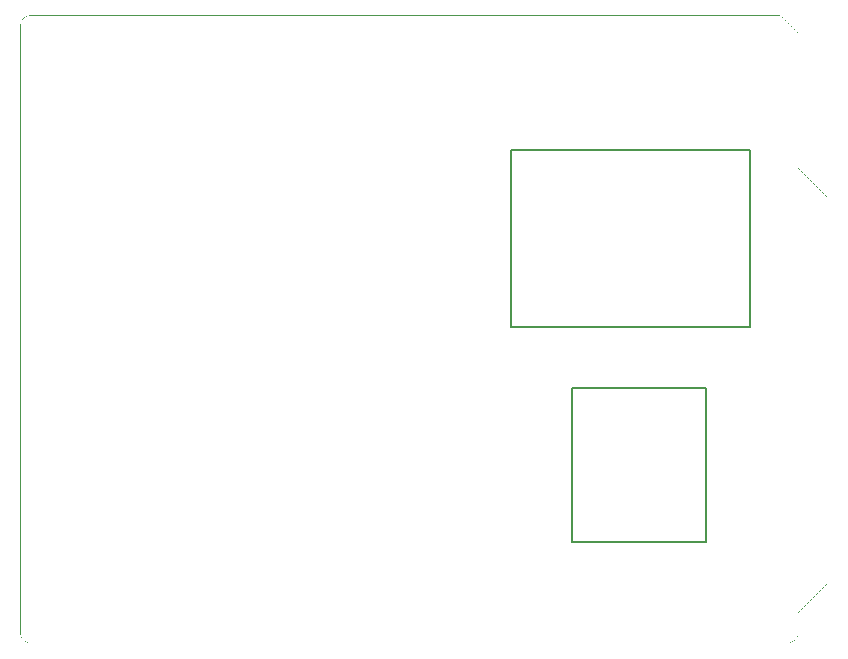
<source format=gbo>
G04 MADE WITH FRITZING*
G04 WWW.FRITZING.ORG*
G04 DOUBLE SIDED*
G04 HOLES PLATED*
G04 CONTOUR ON CENTER OF CONTOUR VECTOR*
%ASAXBY*%
%FSLAX23Y23*%
%MOIN*%
%OFA0B0*%
%SFA1.0B1.0*%
%ADD10R,0.807087X0.598425X0.791087X0.582425*%
%ADD11C,0.008000*%
%ADD12R,0.452756X0.519685X0.436756X0.503685*%
%ADD13R,0.001000X0.001000*%
%LNSILK0*%
G90*
G70*
G54D11*
X1645Y1652D02*
X2444Y1652D01*
X2444Y1062D01*
X1645Y1062D01*
X1645Y1652D01*
D02*
X1850Y857D02*
X2295Y857D01*
X2295Y346D01*
X1850Y346D01*
X1850Y857D01*
D02*
G54D13*
X39Y2100D02*
X2544Y2100D01*
X35Y2099D02*
X38Y2099D01*
X2544Y2099D02*
X2545Y2099D01*
X33Y2098D02*
X34Y2098D01*
X2545Y2098D02*
X2546Y2098D01*
X30Y2097D02*
X32Y2097D01*
X2546Y2097D02*
X2547Y2097D01*
X29Y2096D02*
X30Y2096D01*
X2547Y2096D02*
X2548Y2096D01*
X27Y2095D02*
X28Y2095D01*
X2548Y2095D02*
X2549Y2095D01*
X25Y2094D02*
X26Y2094D01*
X2549Y2094D02*
X2550Y2094D01*
X24Y2093D02*
X25Y2093D01*
X2550Y2093D02*
X2551Y2093D01*
X23Y2092D02*
X23Y2092D01*
X2551Y2092D02*
X2552Y2092D01*
X22Y2091D02*
X22Y2091D01*
X2552Y2091D02*
X2553Y2091D01*
X21Y2090D02*
X21Y2090D01*
X2553Y2090D02*
X2554Y2090D01*
X20Y2089D02*
X20Y2089D01*
X2554Y2089D02*
X2555Y2089D01*
X19Y2088D02*
X19Y2088D01*
X2555Y2088D02*
X2556Y2088D01*
X18Y2087D02*
X18Y2087D01*
X2556Y2087D02*
X2557Y2087D01*
X18Y2086D02*
X18Y2086D01*
X2557Y2086D02*
X2558Y2086D01*
X17Y2085D02*
X17Y2085D01*
X2558Y2085D02*
X2559Y2085D01*
X16Y2084D02*
X16Y2084D01*
X2559Y2084D02*
X2560Y2084D01*
X16Y2083D02*
X16Y2083D01*
X2560Y2083D02*
X2561Y2083D01*
X15Y2082D02*
X15Y2082D01*
X2561Y2082D02*
X2562Y2082D01*
X14Y2081D02*
X15Y2081D01*
X2562Y2081D02*
X2563Y2081D01*
X14Y2080D02*
X14Y2080D01*
X2563Y2080D02*
X2564Y2080D01*
X14Y2079D02*
X14Y2079D01*
X2564Y2079D02*
X2565Y2079D01*
X13Y2078D02*
X13Y2078D01*
X2565Y2078D02*
X2566Y2078D01*
X13Y2077D02*
X13Y2077D01*
X2566Y2077D02*
X2567Y2077D01*
X12Y2076D02*
X12Y2076D01*
X2567Y2076D02*
X2568Y2076D01*
X12Y2075D02*
X12Y2075D01*
X2568Y2075D02*
X2569Y2075D01*
X12Y2074D02*
X12Y2074D01*
X2569Y2074D02*
X2570Y2074D01*
X12Y2073D02*
X12Y2073D01*
X2570Y2073D02*
X2571Y2073D01*
X11Y2072D02*
X11Y2072D01*
X2571Y2072D02*
X2572Y2072D01*
X11Y2071D02*
X11Y2071D01*
X2572Y2071D02*
X2573Y2071D01*
X11Y2070D02*
X11Y2070D01*
X2573Y2070D02*
X2574Y2070D01*
X11Y2069D02*
X11Y2069D01*
X2574Y2069D02*
X2575Y2069D01*
X11Y2068D02*
X11Y2068D01*
X2575Y2068D02*
X2576Y2068D01*
X11Y2067D02*
X11Y2067D01*
X2576Y2067D02*
X2577Y2067D01*
X11Y2066D02*
X11Y2066D01*
X2577Y2066D02*
X2578Y2066D01*
X11Y2065D02*
X11Y2065D01*
X2578Y2065D02*
X2579Y2065D01*
X11Y2064D02*
X11Y2064D01*
X2579Y2064D02*
X2580Y2064D01*
X11Y2063D02*
X11Y2063D01*
X2580Y2063D02*
X2581Y2063D01*
X11Y2062D02*
X11Y2062D01*
X2581Y2062D02*
X2582Y2062D01*
X11Y2061D02*
X11Y2061D01*
X2582Y2061D02*
X2583Y2061D01*
X11Y2060D02*
X11Y2060D01*
X2583Y2060D02*
X2584Y2060D01*
X11Y2059D02*
X11Y2059D01*
X2584Y2059D02*
X2585Y2059D01*
X11Y2058D02*
X11Y2058D01*
X2585Y2058D02*
X2586Y2058D01*
X11Y2057D02*
X11Y2057D01*
X2586Y2057D02*
X2587Y2057D01*
X11Y2056D02*
X11Y2056D01*
X2587Y2056D02*
X2588Y2056D01*
X11Y2055D02*
X11Y2055D01*
X2588Y2055D02*
X2589Y2055D01*
X11Y2054D02*
X11Y2054D01*
X2589Y2054D02*
X2590Y2054D01*
X11Y2053D02*
X11Y2053D01*
X2590Y2053D02*
X2591Y2053D01*
X11Y2052D02*
X11Y2052D01*
X2591Y2052D02*
X2592Y2052D01*
X11Y2051D02*
X11Y2051D01*
X2592Y2051D02*
X2593Y2051D01*
X11Y2050D02*
X11Y2050D01*
X2593Y2050D02*
X2594Y2050D01*
X11Y2049D02*
X11Y2049D01*
X2594Y2049D02*
X2595Y2049D01*
X11Y2048D02*
X11Y2048D01*
X2595Y2048D02*
X2596Y2048D01*
X11Y2047D02*
X11Y2047D01*
X2596Y2047D02*
X2597Y2047D01*
X11Y2046D02*
X11Y2046D01*
X2597Y2046D02*
X2598Y2046D01*
X11Y2045D02*
X11Y2045D01*
X2598Y2045D02*
X2599Y2045D01*
X11Y2044D02*
X11Y2044D01*
X2599Y2044D02*
X2600Y2044D01*
X11Y2043D02*
X11Y2043D01*
X2600Y2043D02*
X2601Y2043D01*
X11Y2042D02*
X11Y2042D01*
X2601Y2042D02*
X2602Y2042D01*
X11Y2041D02*
X11Y2041D01*
X2602Y2041D02*
X2603Y2041D01*
X11Y2040D02*
X11Y2040D01*
X2603Y2040D02*
X2603Y2040D01*
X11Y2039D02*
X11Y2039D01*
X2603Y2039D02*
X2603Y2039D01*
X11Y2038D02*
X11Y2038D01*
X2603Y2038D02*
X2603Y2038D01*
X11Y2037D02*
X11Y2037D01*
X2603Y2037D02*
X2603Y2037D01*
X11Y2036D02*
X11Y2036D01*
X2603Y2036D02*
X2603Y2036D01*
X11Y2035D02*
X11Y2035D01*
X2603Y2035D02*
X2603Y2035D01*
X11Y2034D02*
X11Y2034D01*
X2603Y2034D02*
X2603Y2034D01*
X11Y2033D02*
X11Y2033D01*
X2603Y2033D02*
X2603Y2033D01*
X11Y2032D02*
X11Y2032D01*
X2603Y2032D02*
X2603Y2032D01*
X11Y2031D02*
X11Y2031D01*
X2603Y2031D02*
X2603Y2031D01*
X11Y2030D02*
X11Y2030D01*
X2603Y2030D02*
X2603Y2030D01*
X11Y2029D02*
X11Y2029D01*
X2603Y2029D02*
X2603Y2029D01*
X11Y2028D02*
X11Y2028D01*
X2603Y2028D02*
X2603Y2028D01*
X11Y2027D02*
X11Y2027D01*
X2603Y2027D02*
X2603Y2027D01*
X11Y2026D02*
X11Y2026D01*
X2603Y2026D02*
X2603Y2026D01*
X11Y2025D02*
X11Y2025D01*
X2603Y2025D02*
X2603Y2025D01*
X11Y2024D02*
X11Y2024D01*
X2603Y2024D02*
X2603Y2024D01*
X11Y2023D02*
X11Y2023D01*
X2603Y2023D02*
X2603Y2023D01*
X11Y2022D02*
X11Y2022D01*
X2603Y2022D02*
X2603Y2022D01*
X11Y2021D02*
X11Y2021D01*
X2603Y2021D02*
X2603Y2021D01*
X11Y2020D02*
X11Y2020D01*
X2603Y2020D02*
X2603Y2020D01*
X11Y2019D02*
X11Y2019D01*
X2603Y2019D02*
X2603Y2019D01*
X11Y2018D02*
X11Y2018D01*
X2603Y2018D02*
X2603Y2018D01*
X11Y2017D02*
X11Y2017D01*
X2603Y2017D02*
X2603Y2017D01*
X11Y2016D02*
X11Y2016D01*
X2603Y2016D02*
X2603Y2016D01*
X11Y2015D02*
X11Y2015D01*
X2603Y2015D02*
X2603Y2015D01*
X11Y2014D02*
X11Y2014D01*
X2603Y2014D02*
X2603Y2014D01*
X11Y2013D02*
X11Y2013D01*
X2603Y2013D02*
X2603Y2013D01*
X11Y2012D02*
X11Y2012D01*
X2603Y2012D02*
X2603Y2012D01*
X11Y2011D02*
X11Y2011D01*
X2603Y2011D02*
X2603Y2011D01*
X11Y2010D02*
X11Y2010D01*
X2603Y2010D02*
X2603Y2010D01*
X11Y2009D02*
X11Y2009D01*
X2603Y2009D02*
X2603Y2009D01*
X11Y2008D02*
X11Y2008D01*
X2603Y2008D02*
X2603Y2008D01*
X11Y2007D02*
X11Y2007D01*
X2603Y2007D02*
X2603Y2007D01*
X11Y2006D02*
X11Y2006D01*
X2603Y2006D02*
X2603Y2006D01*
X11Y2005D02*
X11Y2005D01*
X2603Y2005D02*
X2603Y2005D01*
X11Y2004D02*
X11Y2004D01*
X2603Y2004D02*
X2603Y2004D01*
X11Y2003D02*
X11Y2003D01*
X2603Y2003D02*
X2603Y2003D01*
X11Y2002D02*
X11Y2002D01*
X2603Y2002D02*
X2603Y2002D01*
X11Y2001D02*
X11Y2001D01*
X2603Y2001D02*
X2603Y2001D01*
X11Y2000D02*
X11Y2000D01*
X2603Y2000D02*
X2603Y2000D01*
X11Y1999D02*
X11Y1999D01*
X2603Y1999D02*
X2603Y1999D01*
X11Y1998D02*
X11Y1998D01*
X2603Y1998D02*
X2603Y1998D01*
X11Y1997D02*
X11Y1997D01*
X2603Y1997D02*
X2603Y1997D01*
X11Y1996D02*
X11Y1996D01*
X2603Y1996D02*
X2603Y1996D01*
X11Y1995D02*
X11Y1995D01*
X2603Y1995D02*
X2603Y1995D01*
X11Y1994D02*
X11Y1994D01*
X2603Y1994D02*
X2603Y1994D01*
X11Y1993D02*
X11Y1993D01*
X2603Y1993D02*
X2603Y1993D01*
X11Y1992D02*
X11Y1992D01*
X2603Y1992D02*
X2603Y1992D01*
X11Y1991D02*
X11Y1991D01*
X2603Y1991D02*
X2603Y1991D01*
X11Y1990D02*
X11Y1990D01*
X2603Y1990D02*
X2603Y1990D01*
X11Y1989D02*
X11Y1989D01*
X2603Y1989D02*
X2603Y1989D01*
X11Y1988D02*
X11Y1988D01*
X2603Y1988D02*
X2603Y1988D01*
X11Y1987D02*
X11Y1987D01*
X2603Y1987D02*
X2603Y1987D01*
X11Y1986D02*
X11Y1986D01*
X2603Y1986D02*
X2603Y1986D01*
X11Y1985D02*
X11Y1985D01*
X2603Y1985D02*
X2603Y1985D01*
X11Y1984D02*
X11Y1984D01*
X2603Y1984D02*
X2603Y1984D01*
X11Y1983D02*
X11Y1983D01*
X2603Y1983D02*
X2603Y1983D01*
X11Y1982D02*
X11Y1982D01*
X2603Y1982D02*
X2603Y1982D01*
X11Y1981D02*
X11Y1981D01*
X2603Y1981D02*
X2603Y1981D01*
X11Y1980D02*
X11Y1980D01*
X2603Y1980D02*
X2603Y1980D01*
X11Y1979D02*
X11Y1979D01*
X2603Y1979D02*
X2603Y1979D01*
X11Y1978D02*
X11Y1978D01*
X2603Y1978D02*
X2603Y1978D01*
X11Y1977D02*
X11Y1977D01*
X2603Y1977D02*
X2603Y1977D01*
X11Y1976D02*
X11Y1976D01*
X2603Y1976D02*
X2603Y1976D01*
X11Y1975D02*
X11Y1975D01*
X2603Y1975D02*
X2603Y1975D01*
X11Y1974D02*
X11Y1974D01*
X2603Y1974D02*
X2603Y1974D01*
X11Y1973D02*
X11Y1973D01*
X2603Y1973D02*
X2603Y1973D01*
X11Y1972D02*
X11Y1972D01*
X2603Y1972D02*
X2603Y1972D01*
X11Y1971D02*
X11Y1971D01*
X2603Y1971D02*
X2603Y1971D01*
X11Y1970D02*
X11Y1970D01*
X2603Y1970D02*
X2603Y1970D01*
X11Y1969D02*
X11Y1969D01*
X2603Y1969D02*
X2603Y1969D01*
X11Y1968D02*
X11Y1968D01*
X2603Y1968D02*
X2603Y1968D01*
X11Y1967D02*
X11Y1967D01*
X2603Y1967D02*
X2603Y1967D01*
X11Y1966D02*
X11Y1966D01*
X2603Y1966D02*
X2603Y1966D01*
X11Y1965D02*
X11Y1965D01*
X2603Y1965D02*
X2603Y1965D01*
X11Y1964D02*
X11Y1964D01*
X2603Y1964D02*
X2603Y1964D01*
X11Y1963D02*
X11Y1963D01*
X2603Y1963D02*
X2603Y1963D01*
X11Y1962D02*
X11Y1962D01*
X2603Y1962D02*
X2603Y1962D01*
X11Y1961D02*
X11Y1961D01*
X2603Y1961D02*
X2603Y1961D01*
X11Y1960D02*
X11Y1960D01*
X2603Y1960D02*
X2603Y1960D01*
X11Y1959D02*
X11Y1959D01*
X2603Y1959D02*
X2603Y1959D01*
X11Y1958D02*
X11Y1958D01*
X2603Y1958D02*
X2603Y1958D01*
X11Y1957D02*
X11Y1957D01*
X2603Y1957D02*
X2603Y1957D01*
X11Y1956D02*
X11Y1956D01*
X2603Y1956D02*
X2603Y1956D01*
X11Y1955D02*
X11Y1955D01*
X2603Y1955D02*
X2603Y1955D01*
X11Y1954D02*
X11Y1954D01*
X2603Y1954D02*
X2603Y1954D01*
X11Y1953D02*
X11Y1953D01*
X2603Y1953D02*
X2603Y1953D01*
X11Y1952D02*
X11Y1952D01*
X2603Y1952D02*
X2603Y1952D01*
X11Y1951D02*
X11Y1951D01*
X2603Y1951D02*
X2603Y1951D01*
X11Y1950D02*
X11Y1950D01*
X2603Y1950D02*
X2603Y1950D01*
X11Y1949D02*
X11Y1949D01*
X2603Y1949D02*
X2603Y1949D01*
X11Y1948D02*
X11Y1948D01*
X2603Y1948D02*
X2603Y1948D01*
X11Y1947D02*
X11Y1947D01*
X2603Y1947D02*
X2603Y1947D01*
X11Y1946D02*
X11Y1946D01*
X2603Y1946D02*
X2603Y1946D01*
X11Y1945D02*
X11Y1945D01*
X2603Y1945D02*
X2603Y1945D01*
X11Y1944D02*
X11Y1944D01*
X2603Y1944D02*
X2603Y1944D01*
X11Y1943D02*
X11Y1943D01*
X2603Y1943D02*
X2603Y1943D01*
X11Y1942D02*
X11Y1942D01*
X2603Y1942D02*
X2603Y1942D01*
X11Y1941D02*
X11Y1941D01*
X2603Y1941D02*
X2603Y1941D01*
X11Y1940D02*
X11Y1940D01*
X2603Y1940D02*
X2603Y1940D01*
X11Y1939D02*
X11Y1939D01*
X2603Y1939D02*
X2603Y1939D01*
X11Y1938D02*
X11Y1938D01*
X2603Y1938D02*
X2603Y1938D01*
X11Y1937D02*
X11Y1937D01*
X2603Y1937D02*
X2603Y1937D01*
X11Y1936D02*
X11Y1936D01*
X2603Y1936D02*
X2603Y1936D01*
X11Y1935D02*
X11Y1935D01*
X2603Y1935D02*
X2603Y1935D01*
X11Y1934D02*
X11Y1934D01*
X2603Y1934D02*
X2603Y1934D01*
X11Y1933D02*
X11Y1933D01*
X2603Y1933D02*
X2603Y1933D01*
X11Y1932D02*
X11Y1932D01*
X2603Y1932D02*
X2603Y1932D01*
X11Y1931D02*
X11Y1931D01*
X2603Y1931D02*
X2603Y1931D01*
X11Y1930D02*
X11Y1930D01*
X2603Y1930D02*
X2603Y1930D01*
X11Y1929D02*
X11Y1929D01*
X2603Y1929D02*
X2603Y1929D01*
X11Y1928D02*
X11Y1928D01*
X2603Y1928D02*
X2603Y1928D01*
X11Y1927D02*
X11Y1927D01*
X2603Y1927D02*
X2603Y1927D01*
X11Y1926D02*
X11Y1926D01*
X2603Y1926D02*
X2603Y1926D01*
X11Y1925D02*
X11Y1925D01*
X2603Y1925D02*
X2603Y1925D01*
X11Y1924D02*
X11Y1924D01*
X2603Y1924D02*
X2603Y1924D01*
X11Y1923D02*
X11Y1923D01*
X2603Y1923D02*
X2603Y1923D01*
X11Y1922D02*
X11Y1922D01*
X2603Y1922D02*
X2603Y1922D01*
X11Y1921D02*
X11Y1921D01*
X2603Y1921D02*
X2603Y1921D01*
X11Y1920D02*
X11Y1920D01*
X2603Y1920D02*
X2603Y1920D01*
X11Y1919D02*
X11Y1919D01*
X2603Y1919D02*
X2603Y1919D01*
X11Y1918D02*
X11Y1918D01*
X2603Y1918D02*
X2603Y1918D01*
X11Y1917D02*
X11Y1917D01*
X2603Y1917D02*
X2603Y1917D01*
X11Y1916D02*
X11Y1916D01*
X2603Y1916D02*
X2603Y1916D01*
X11Y1915D02*
X11Y1915D01*
X2603Y1915D02*
X2603Y1915D01*
X11Y1914D02*
X11Y1914D01*
X2603Y1914D02*
X2603Y1914D01*
X11Y1913D02*
X11Y1913D01*
X2603Y1913D02*
X2603Y1913D01*
X11Y1912D02*
X11Y1912D01*
X2603Y1912D02*
X2603Y1912D01*
X11Y1911D02*
X11Y1911D01*
X2603Y1911D02*
X2603Y1911D01*
X11Y1910D02*
X11Y1910D01*
X2603Y1910D02*
X2603Y1910D01*
X11Y1909D02*
X11Y1909D01*
X2603Y1909D02*
X2603Y1909D01*
X11Y1908D02*
X11Y1908D01*
X2603Y1908D02*
X2603Y1908D01*
X11Y1907D02*
X11Y1907D01*
X2603Y1907D02*
X2603Y1907D01*
X11Y1906D02*
X11Y1906D01*
X2603Y1906D02*
X2603Y1906D01*
X11Y1905D02*
X11Y1905D01*
X2603Y1905D02*
X2603Y1905D01*
X11Y1904D02*
X11Y1904D01*
X2603Y1904D02*
X2603Y1904D01*
X11Y1903D02*
X11Y1903D01*
X2603Y1903D02*
X2603Y1903D01*
X11Y1902D02*
X11Y1902D01*
X2603Y1902D02*
X2603Y1902D01*
X11Y1901D02*
X11Y1901D01*
X2603Y1901D02*
X2603Y1901D01*
X11Y1900D02*
X11Y1900D01*
X2603Y1900D02*
X2603Y1900D01*
X11Y1899D02*
X11Y1899D01*
X2603Y1899D02*
X2603Y1899D01*
X11Y1898D02*
X11Y1898D01*
X2603Y1898D02*
X2603Y1898D01*
X11Y1897D02*
X11Y1897D01*
X2603Y1897D02*
X2603Y1897D01*
X11Y1896D02*
X11Y1896D01*
X2603Y1896D02*
X2603Y1896D01*
X11Y1895D02*
X11Y1895D01*
X2603Y1895D02*
X2603Y1895D01*
X11Y1894D02*
X11Y1894D01*
X2603Y1894D02*
X2603Y1894D01*
X11Y1893D02*
X11Y1893D01*
X2603Y1893D02*
X2603Y1893D01*
X11Y1892D02*
X11Y1892D01*
X2603Y1892D02*
X2603Y1892D01*
X11Y1891D02*
X11Y1891D01*
X2603Y1891D02*
X2603Y1891D01*
X11Y1890D02*
X11Y1890D01*
X2603Y1890D02*
X2603Y1890D01*
X11Y1889D02*
X11Y1889D01*
X2603Y1889D02*
X2603Y1889D01*
X11Y1888D02*
X11Y1888D01*
X2603Y1888D02*
X2603Y1888D01*
X11Y1887D02*
X11Y1887D01*
X2603Y1887D02*
X2603Y1887D01*
X11Y1886D02*
X11Y1886D01*
X2603Y1886D02*
X2603Y1886D01*
X11Y1885D02*
X11Y1885D01*
X2603Y1885D02*
X2603Y1885D01*
X11Y1884D02*
X11Y1884D01*
X2603Y1884D02*
X2603Y1884D01*
X11Y1883D02*
X11Y1883D01*
X2603Y1883D02*
X2603Y1883D01*
X11Y1882D02*
X11Y1882D01*
X2603Y1882D02*
X2603Y1882D01*
X11Y1881D02*
X11Y1881D01*
X2603Y1881D02*
X2603Y1881D01*
X11Y1880D02*
X11Y1880D01*
X2603Y1880D02*
X2603Y1880D01*
X11Y1879D02*
X11Y1879D01*
X2603Y1879D02*
X2603Y1879D01*
X11Y1878D02*
X11Y1878D01*
X2603Y1878D02*
X2603Y1878D01*
X11Y1877D02*
X11Y1877D01*
X2603Y1877D02*
X2603Y1877D01*
X11Y1876D02*
X11Y1876D01*
X2603Y1876D02*
X2603Y1876D01*
X11Y1875D02*
X11Y1875D01*
X2603Y1875D02*
X2603Y1875D01*
X11Y1874D02*
X11Y1874D01*
X2603Y1874D02*
X2603Y1874D01*
X11Y1873D02*
X11Y1873D01*
X2603Y1873D02*
X2603Y1873D01*
X11Y1872D02*
X11Y1872D01*
X2603Y1872D02*
X2603Y1872D01*
X11Y1871D02*
X11Y1871D01*
X2603Y1871D02*
X2603Y1871D01*
X11Y1870D02*
X11Y1870D01*
X2603Y1870D02*
X2603Y1870D01*
X11Y1869D02*
X11Y1869D01*
X2603Y1869D02*
X2603Y1869D01*
X11Y1868D02*
X11Y1868D01*
X2603Y1868D02*
X2603Y1868D01*
X11Y1867D02*
X11Y1867D01*
X2603Y1867D02*
X2603Y1867D01*
X11Y1866D02*
X11Y1866D01*
X2603Y1866D02*
X2603Y1866D01*
X11Y1865D02*
X11Y1865D01*
X2603Y1865D02*
X2603Y1865D01*
X11Y1864D02*
X11Y1864D01*
X2603Y1864D02*
X2603Y1864D01*
X11Y1863D02*
X11Y1863D01*
X2603Y1863D02*
X2603Y1863D01*
X11Y1862D02*
X11Y1862D01*
X2603Y1862D02*
X2603Y1862D01*
X11Y1861D02*
X11Y1861D01*
X2603Y1861D02*
X2603Y1861D01*
X11Y1860D02*
X11Y1860D01*
X2603Y1860D02*
X2603Y1860D01*
X11Y1859D02*
X11Y1859D01*
X2603Y1859D02*
X2603Y1859D01*
X11Y1858D02*
X11Y1858D01*
X2603Y1858D02*
X2603Y1858D01*
X11Y1857D02*
X11Y1857D01*
X2603Y1857D02*
X2603Y1857D01*
X11Y1856D02*
X11Y1856D01*
X2603Y1856D02*
X2603Y1856D01*
X11Y1855D02*
X11Y1855D01*
X2603Y1855D02*
X2603Y1855D01*
X11Y1854D02*
X11Y1854D01*
X2603Y1854D02*
X2603Y1854D01*
X11Y1853D02*
X11Y1853D01*
X2603Y1853D02*
X2603Y1853D01*
X11Y1852D02*
X11Y1852D01*
X2603Y1852D02*
X2603Y1852D01*
X11Y1851D02*
X11Y1851D01*
X2603Y1851D02*
X2603Y1851D01*
X11Y1850D02*
X11Y1850D01*
X2603Y1850D02*
X2603Y1850D01*
X11Y1849D02*
X11Y1849D01*
X2603Y1849D02*
X2603Y1849D01*
X11Y1848D02*
X11Y1848D01*
X2603Y1848D02*
X2603Y1848D01*
X11Y1847D02*
X11Y1847D01*
X2603Y1847D02*
X2603Y1847D01*
X11Y1846D02*
X11Y1846D01*
X2603Y1846D02*
X2603Y1846D01*
X11Y1845D02*
X11Y1845D01*
X2603Y1845D02*
X2603Y1845D01*
X11Y1844D02*
X11Y1844D01*
X2603Y1844D02*
X2603Y1844D01*
X11Y1843D02*
X11Y1843D01*
X2603Y1843D02*
X2603Y1843D01*
X11Y1842D02*
X11Y1842D01*
X2603Y1842D02*
X2603Y1842D01*
X11Y1841D02*
X11Y1841D01*
X2603Y1841D02*
X2603Y1841D01*
X11Y1840D02*
X11Y1840D01*
X2603Y1840D02*
X2603Y1840D01*
X11Y1839D02*
X11Y1839D01*
X2603Y1839D02*
X2603Y1839D01*
X11Y1838D02*
X11Y1838D01*
X2603Y1838D02*
X2603Y1838D01*
X11Y1837D02*
X11Y1837D01*
X2603Y1837D02*
X2603Y1837D01*
X11Y1836D02*
X11Y1836D01*
X2603Y1836D02*
X2603Y1836D01*
X11Y1835D02*
X11Y1835D01*
X2603Y1835D02*
X2603Y1835D01*
X11Y1834D02*
X11Y1834D01*
X2603Y1834D02*
X2603Y1834D01*
X11Y1833D02*
X11Y1833D01*
X2603Y1833D02*
X2603Y1833D01*
X11Y1832D02*
X11Y1832D01*
X2603Y1832D02*
X2603Y1832D01*
X11Y1831D02*
X11Y1831D01*
X2603Y1831D02*
X2603Y1831D01*
X11Y1830D02*
X11Y1830D01*
X2603Y1830D02*
X2603Y1830D01*
X11Y1829D02*
X11Y1829D01*
X2603Y1829D02*
X2603Y1829D01*
X11Y1828D02*
X11Y1828D01*
X2603Y1828D02*
X2603Y1828D01*
X11Y1827D02*
X11Y1827D01*
X2603Y1827D02*
X2603Y1827D01*
X11Y1826D02*
X11Y1826D01*
X2603Y1826D02*
X2603Y1826D01*
X11Y1825D02*
X11Y1825D01*
X2603Y1825D02*
X2603Y1825D01*
X11Y1824D02*
X11Y1824D01*
X2603Y1824D02*
X2603Y1824D01*
X11Y1823D02*
X11Y1823D01*
X2603Y1823D02*
X2603Y1823D01*
X11Y1822D02*
X11Y1822D01*
X2603Y1822D02*
X2603Y1822D01*
X11Y1821D02*
X11Y1821D01*
X2603Y1821D02*
X2603Y1821D01*
X11Y1820D02*
X11Y1820D01*
X2603Y1820D02*
X2603Y1820D01*
X11Y1819D02*
X11Y1819D01*
X2603Y1819D02*
X2603Y1819D01*
X11Y1818D02*
X11Y1818D01*
X2603Y1818D02*
X2603Y1818D01*
X11Y1817D02*
X11Y1817D01*
X2603Y1817D02*
X2603Y1817D01*
X11Y1816D02*
X11Y1816D01*
X2603Y1816D02*
X2603Y1816D01*
X11Y1815D02*
X11Y1815D01*
X2603Y1815D02*
X2603Y1815D01*
X11Y1814D02*
X11Y1814D01*
X2603Y1814D02*
X2603Y1814D01*
X11Y1813D02*
X11Y1813D01*
X2603Y1813D02*
X2603Y1813D01*
X11Y1812D02*
X11Y1812D01*
X2603Y1812D02*
X2603Y1812D01*
X11Y1811D02*
X11Y1811D01*
X2603Y1811D02*
X2603Y1811D01*
X11Y1810D02*
X11Y1810D01*
X2603Y1810D02*
X2603Y1810D01*
X11Y1809D02*
X11Y1809D01*
X2603Y1809D02*
X2603Y1809D01*
X11Y1808D02*
X11Y1808D01*
X2603Y1808D02*
X2603Y1808D01*
X11Y1807D02*
X11Y1807D01*
X2603Y1807D02*
X2603Y1807D01*
X11Y1806D02*
X11Y1806D01*
X2603Y1806D02*
X2603Y1806D01*
X11Y1805D02*
X11Y1805D01*
X2603Y1805D02*
X2603Y1805D01*
X11Y1804D02*
X11Y1804D01*
X2603Y1804D02*
X2603Y1804D01*
X11Y1803D02*
X11Y1803D01*
X2603Y1803D02*
X2603Y1803D01*
X11Y1802D02*
X11Y1802D01*
X2603Y1802D02*
X2603Y1802D01*
X11Y1801D02*
X11Y1801D01*
X2603Y1801D02*
X2603Y1801D01*
X11Y1800D02*
X11Y1800D01*
X2603Y1800D02*
X2603Y1800D01*
X11Y1799D02*
X11Y1799D01*
X2603Y1799D02*
X2603Y1799D01*
X11Y1798D02*
X11Y1798D01*
X2603Y1798D02*
X2603Y1798D01*
X11Y1797D02*
X11Y1797D01*
X2603Y1797D02*
X2603Y1797D01*
X11Y1796D02*
X11Y1796D01*
X2603Y1796D02*
X2603Y1796D01*
X11Y1795D02*
X11Y1795D01*
X2603Y1795D02*
X2603Y1795D01*
X11Y1794D02*
X11Y1794D01*
X2603Y1794D02*
X2603Y1794D01*
X11Y1793D02*
X11Y1793D01*
X2603Y1793D02*
X2603Y1793D01*
X11Y1792D02*
X11Y1792D01*
X2603Y1792D02*
X2603Y1792D01*
X11Y1791D02*
X11Y1791D01*
X2603Y1791D02*
X2603Y1791D01*
X11Y1790D02*
X11Y1790D01*
X2603Y1790D02*
X2603Y1790D01*
X11Y1789D02*
X11Y1789D01*
X2603Y1789D02*
X2603Y1789D01*
X11Y1788D02*
X11Y1788D01*
X2603Y1788D02*
X2603Y1788D01*
X11Y1787D02*
X11Y1787D01*
X2603Y1787D02*
X2603Y1787D01*
X11Y1786D02*
X11Y1786D01*
X2603Y1786D02*
X2603Y1786D01*
X11Y1785D02*
X11Y1785D01*
X2603Y1785D02*
X2603Y1785D01*
X11Y1784D02*
X11Y1784D01*
X2603Y1784D02*
X2603Y1784D01*
X11Y1783D02*
X11Y1783D01*
X2603Y1783D02*
X2603Y1783D01*
X11Y1782D02*
X11Y1782D01*
X2603Y1782D02*
X2603Y1782D01*
X11Y1781D02*
X11Y1781D01*
X2603Y1781D02*
X2603Y1781D01*
X11Y1780D02*
X11Y1780D01*
X2603Y1780D02*
X2603Y1780D01*
X11Y1779D02*
X11Y1779D01*
X2603Y1779D02*
X2603Y1779D01*
X11Y1778D02*
X11Y1778D01*
X2603Y1778D02*
X2603Y1778D01*
X11Y1777D02*
X11Y1777D01*
X2603Y1777D02*
X2603Y1777D01*
X11Y1776D02*
X11Y1776D01*
X2603Y1776D02*
X2603Y1776D01*
X11Y1775D02*
X11Y1775D01*
X2603Y1775D02*
X2603Y1775D01*
X11Y1774D02*
X11Y1774D01*
X2603Y1774D02*
X2603Y1774D01*
X11Y1773D02*
X11Y1773D01*
X2603Y1773D02*
X2603Y1773D01*
X11Y1772D02*
X11Y1772D01*
X2603Y1772D02*
X2603Y1772D01*
X11Y1771D02*
X11Y1771D01*
X2603Y1771D02*
X2603Y1771D01*
X11Y1770D02*
X11Y1770D01*
X2603Y1770D02*
X2603Y1770D01*
X11Y1769D02*
X11Y1769D01*
X2603Y1769D02*
X2603Y1769D01*
X11Y1768D02*
X11Y1768D01*
X2603Y1768D02*
X2603Y1768D01*
X11Y1767D02*
X11Y1767D01*
X2603Y1767D02*
X2603Y1767D01*
X11Y1766D02*
X11Y1766D01*
X2603Y1766D02*
X2603Y1766D01*
X11Y1765D02*
X11Y1765D01*
X2603Y1765D02*
X2603Y1765D01*
X11Y1764D02*
X11Y1764D01*
X2603Y1764D02*
X2603Y1764D01*
X11Y1763D02*
X11Y1763D01*
X2603Y1763D02*
X2603Y1763D01*
X11Y1762D02*
X11Y1762D01*
X2603Y1762D02*
X2603Y1762D01*
X11Y1761D02*
X11Y1761D01*
X2603Y1761D02*
X2603Y1761D01*
X11Y1760D02*
X11Y1760D01*
X2603Y1760D02*
X2603Y1760D01*
X11Y1759D02*
X11Y1759D01*
X2603Y1759D02*
X2603Y1759D01*
X11Y1758D02*
X11Y1758D01*
X2603Y1758D02*
X2603Y1758D01*
X11Y1757D02*
X11Y1757D01*
X2603Y1757D02*
X2603Y1757D01*
X11Y1756D02*
X11Y1756D01*
X2603Y1756D02*
X2603Y1756D01*
X11Y1755D02*
X11Y1755D01*
X2603Y1755D02*
X2603Y1755D01*
X11Y1754D02*
X11Y1754D01*
X2603Y1754D02*
X2603Y1754D01*
X11Y1753D02*
X11Y1753D01*
X2603Y1753D02*
X2603Y1753D01*
X11Y1752D02*
X11Y1752D01*
X2603Y1752D02*
X2603Y1752D01*
X11Y1751D02*
X11Y1751D01*
X2603Y1751D02*
X2603Y1751D01*
X11Y1750D02*
X11Y1750D01*
X2603Y1750D02*
X2603Y1750D01*
X11Y1749D02*
X11Y1749D01*
X2603Y1749D02*
X2603Y1749D01*
X11Y1748D02*
X11Y1748D01*
X2603Y1748D02*
X2603Y1748D01*
X11Y1747D02*
X11Y1747D01*
X2603Y1747D02*
X2603Y1747D01*
X11Y1746D02*
X11Y1746D01*
X2603Y1746D02*
X2603Y1746D01*
X11Y1745D02*
X11Y1745D01*
X2603Y1745D02*
X2603Y1745D01*
X11Y1744D02*
X11Y1744D01*
X2603Y1744D02*
X2603Y1744D01*
X11Y1743D02*
X11Y1743D01*
X2603Y1743D02*
X2603Y1743D01*
X11Y1742D02*
X11Y1742D01*
X2603Y1742D02*
X2603Y1742D01*
X11Y1741D02*
X11Y1741D01*
X2603Y1741D02*
X2603Y1741D01*
X11Y1740D02*
X11Y1740D01*
X2603Y1740D02*
X2603Y1740D01*
X11Y1739D02*
X11Y1739D01*
X2603Y1739D02*
X2603Y1739D01*
X11Y1738D02*
X11Y1738D01*
X2603Y1738D02*
X2603Y1738D01*
X11Y1737D02*
X11Y1737D01*
X2603Y1737D02*
X2603Y1737D01*
X11Y1736D02*
X11Y1736D01*
X2603Y1736D02*
X2603Y1736D01*
X11Y1735D02*
X11Y1735D01*
X2603Y1735D02*
X2603Y1735D01*
X11Y1734D02*
X11Y1734D01*
X2603Y1734D02*
X2603Y1734D01*
X11Y1733D02*
X11Y1733D01*
X2603Y1733D02*
X2603Y1733D01*
X11Y1732D02*
X11Y1732D01*
X2603Y1732D02*
X2603Y1732D01*
X11Y1731D02*
X11Y1731D01*
X2603Y1731D02*
X2603Y1731D01*
X11Y1730D02*
X11Y1730D01*
X2603Y1730D02*
X2603Y1730D01*
X11Y1729D02*
X11Y1729D01*
X2603Y1729D02*
X2603Y1729D01*
X11Y1728D02*
X11Y1728D01*
X2603Y1728D02*
X2603Y1728D01*
X11Y1727D02*
X11Y1727D01*
X2603Y1727D02*
X2603Y1727D01*
X11Y1726D02*
X11Y1726D01*
X2603Y1726D02*
X2603Y1726D01*
X11Y1725D02*
X11Y1725D01*
X2603Y1725D02*
X2603Y1725D01*
X11Y1724D02*
X11Y1724D01*
X2603Y1724D02*
X2603Y1724D01*
X11Y1723D02*
X11Y1723D01*
X2603Y1723D02*
X2603Y1723D01*
X11Y1722D02*
X11Y1722D01*
X2603Y1722D02*
X2603Y1722D01*
X11Y1721D02*
X11Y1721D01*
X2603Y1721D02*
X2603Y1721D01*
X11Y1720D02*
X11Y1720D01*
X2603Y1720D02*
X2603Y1720D01*
X11Y1719D02*
X11Y1719D01*
X2603Y1719D02*
X2603Y1719D01*
X11Y1718D02*
X11Y1718D01*
X2603Y1718D02*
X2603Y1718D01*
X11Y1717D02*
X11Y1717D01*
X2603Y1717D02*
X2603Y1717D01*
X11Y1716D02*
X11Y1716D01*
X2603Y1716D02*
X2603Y1716D01*
X11Y1715D02*
X11Y1715D01*
X2603Y1715D02*
X2603Y1715D01*
X11Y1714D02*
X11Y1714D01*
X2603Y1714D02*
X2603Y1714D01*
X11Y1713D02*
X11Y1713D01*
X2603Y1713D02*
X2603Y1713D01*
X11Y1712D02*
X11Y1712D01*
X2603Y1712D02*
X2603Y1712D01*
X11Y1711D02*
X11Y1711D01*
X2603Y1711D02*
X2603Y1711D01*
X11Y1710D02*
X11Y1710D01*
X2603Y1710D02*
X2603Y1710D01*
X11Y1709D02*
X11Y1709D01*
X2603Y1709D02*
X2603Y1709D01*
X11Y1708D02*
X11Y1708D01*
X2603Y1708D02*
X2603Y1708D01*
X11Y1707D02*
X11Y1707D01*
X2603Y1707D02*
X2603Y1707D01*
X11Y1706D02*
X11Y1706D01*
X2603Y1706D02*
X2603Y1706D01*
X11Y1705D02*
X11Y1705D01*
X2603Y1705D02*
X2603Y1705D01*
X11Y1704D02*
X11Y1704D01*
X2603Y1704D02*
X2603Y1704D01*
X11Y1703D02*
X11Y1703D01*
X2603Y1703D02*
X2603Y1703D01*
X11Y1702D02*
X11Y1702D01*
X2603Y1702D02*
X2603Y1702D01*
X11Y1701D02*
X11Y1701D01*
X2603Y1701D02*
X2603Y1701D01*
X11Y1700D02*
X11Y1700D01*
X2603Y1700D02*
X2603Y1700D01*
X11Y1699D02*
X11Y1699D01*
X2603Y1699D02*
X2603Y1699D01*
X11Y1698D02*
X11Y1698D01*
X2603Y1698D02*
X2603Y1698D01*
X11Y1697D02*
X11Y1697D01*
X2603Y1697D02*
X2603Y1697D01*
X11Y1696D02*
X11Y1696D01*
X2603Y1696D02*
X2603Y1696D01*
X11Y1695D02*
X11Y1695D01*
X2603Y1695D02*
X2603Y1695D01*
X11Y1694D02*
X11Y1694D01*
X2603Y1694D02*
X2603Y1694D01*
X11Y1693D02*
X11Y1693D01*
X2603Y1693D02*
X2603Y1693D01*
X11Y1692D02*
X11Y1692D01*
X2603Y1692D02*
X2603Y1692D01*
X11Y1691D02*
X11Y1691D01*
X2603Y1691D02*
X2603Y1691D01*
X11Y1690D02*
X11Y1690D01*
X2603Y1690D02*
X2603Y1690D01*
X11Y1689D02*
X11Y1689D01*
X2603Y1689D02*
X2603Y1689D01*
X11Y1688D02*
X11Y1688D01*
X2603Y1688D02*
X2603Y1688D01*
X11Y1687D02*
X11Y1687D01*
X2603Y1687D02*
X2603Y1687D01*
X11Y1686D02*
X11Y1686D01*
X2603Y1686D02*
X2603Y1686D01*
X11Y1685D02*
X11Y1685D01*
X2603Y1685D02*
X2603Y1685D01*
X11Y1684D02*
X11Y1684D01*
X2603Y1684D02*
X2603Y1684D01*
X11Y1683D02*
X11Y1683D01*
X2603Y1683D02*
X2603Y1683D01*
X11Y1682D02*
X11Y1682D01*
X2603Y1682D02*
X2603Y1682D01*
X11Y1681D02*
X11Y1681D01*
X2603Y1681D02*
X2603Y1681D01*
X11Y1680D02*
X11Y1680D01*
X2603Y1680D02*
X2603Y1680D01*
X11Y1679D02*
X11Y1679D01*
X2603Y1679D02*
X2603Y1679D01*
X11Y1678D02*
X11Y1678D01*
X2603Y1678D02*
X2603Y1678D01*
X11Y1677D02*
X11Y1677D01*
X2603Y1677D02*
X2603Y1677D01*
X11Y1676D02*
X11Y1676D01*
X2603Y1676D02*
X2603Y1676D01*
X11Y1675D02*
X11Y1675D01*
X2603Y1675D02*
X2603Y1675D01*
X11Y1674D02*
X11Y1674D01*
X2603Y1674D02*
X2603Y1674D01*
X11Y1673D02*
X11Y1673D01*
X2603Y1673D02*
X2603Y1673D01*
X11Y1672D02*
X11Y1672D01*
X2603Y1672D02*
X2603Y1672D01*
X11Y1671D02*
X11Y1671D01*
X2603Y1671D02*
X2603Y1671D01*
X11Y1670D02*
X11Y1670D01*
X2603Y1670D02*
X2603Y1670D01*
X11Y1669D02*
X11Y1669D01*
X2603Y1669D02*
X2603Y1669D01*
X11Y1668D02*
X11Y1668D01*
X2603Y1668D02*
X2603Y1668D01*
X11Y1667D02*
X11Y1667D01*
X2603Y1667D02*
X2603Y1667D01*
X11Y1666D02*
X11Y1666D01*
X2603Y1666D02*
X2603Y1666D01*
X11Y1665D02*
X11Y1665D01*
X2603Y1665D02*
X2603Y1665D01*
X11Y1664D02*
X11Y1664D01*
X2603Y1664D02*
X2603Y1664D01*
X11Y1663D02*
X11Y1663D01*
X2603Y1663D02*
X2603Y1663D01*
X11Y1662D02*
X11Y1662D01*
X2603Y1662D02*
X2603Y1662D01*
X11Y1661D02*
X11Y1661D01*
X2603Y1661D02*
X2603Y1661D01*
X11Y1660D02*
X11Y1660D01*
X2603Y1660D02*
X2603Y1660D01*
X11Y1659D02*
X11Y1659D01*
X2603Y1659D02*
X2603Y1659D01*
X11Y1658D02*
X11Y1658D01*
X2603Y1658D02*
X2603Y1658D01*
X11Y1657D02*
X11Y1657D01*
X2603Y1657D02*
X2603Y1657D01*
X11Y1656D02*
X11Y1656D01*
X2603Y1656D02*
X2603Y1656D01*
X11Y1655D02*
X11Y1655D01*
X2603Y1655D02*
X2603Y1655D01*
X11Y1654D02*
X11Y1654D01*
X2603Y1654D02*
X2603Y1654D01*
X11Y1653D02*
X11Y1653D01*
X2603Y1653D02*
X2603Y1653D01*
X11Y1652D02*
X11Y1652D01*
X2603Y1652D02*
X2603Y1652D01*
X11Y1651D02*
X11Y1651D01*
X2603Y1651D02*
X2603Y1651D01*
X11Y1650D02*
X11Y1650D01*
X2603Y1650D02*
X2603Y1650D01*
X11Y1649D02*
X11Y1649D01*
X2603Y1649D02*
X2603Y1649D01*
X11Y1648D02*
X11Y1648D01*
X2603Y1648D02*
X2603Y1648D01*
X11Y1647D02*
X11Y1647D01*
X2603Y1647D02*
X2603Y1647D01*
X11Y1646D02*
X11Y1646D01*
X2603Y1646D02*
X2603Y1646D01*
X11Y1645D02*
X11Y1645D01*
X2603Y1645D02*
X2603Y1645D01*
X11Y1644D02*
X11Y1644D01*
X2603Y1644D02*
X2603Y1644D01*
X11Y1643D02*
X11Y1643D01*
X2603Y1643D02*
X2603Y1643D01*
X11Y1642D02*
X11Y1642D01*
X2603Y1642D02*
X2603Y1642D01*
X11Y1641D02*
X11Y1641D01*
X2603Y1641D02*
X2603Y1641D01*
X11Y1640D02*
X11Y1640D01*
X2603Y1640D02*
X2603Y1640D01*
X11Y1639D02*
X11Y1639D01*
X2603Y1639D02*
X2603Y1639D01*
X11Y1638D02*
X11Y1638D01*
X2603Y1638D02*
X2603Y1638D01*
X11Y1637D02*
X11Y1637D01*
X2603Y1637D02*
X2603Y1637D01*
X11Y1636D02*
X11Y1636D01*
X2603Y1636D02*
X2603Y1636D01*
X11Y1635D02*
X11Y1635D01*
X2603Y1635D02*
X2603Y1635D01*
X11Y1634D02*
X11Y1634D01*
X2603Y1634D02*
X2603Y1634D01*
X11Y1633D02*
X11Y1633D01*
X2603Y1633D02*
X2603Y1633D01*
X11Y1632D02*
X11Y1632D01*
X2603Y1632D02*
X2603Y1632D01*
X11Y1631D02*
X11Y1631D01*
X2603Y1631D02*
X2603Y1631D01*
X11Y1630D02*
X11Y1630D01*
X2603Y1630D02*
X2603Y1630D01*
X11Y1629D02*
X11Y1629D01*
X2603Y1629D02*
X2603Y1629D01*
X11Y1628D02*
X11Y1628D01*
X2603Y1628D02*
X2603Y1628D01*
X11Y1627D02*
X11Y1627D01*
X2603Y1627D02*
X2603Y1627D01*
X11Y1626D02*
X11Y1626D01*
X2603Y1626D02*
X2603Y1626D01*
X11Y1625D02*
X11Y1625D01*
X2603Y1625D02*
X2603Y1625D01*
X11Y1624D02*
X11Y1624D01*
X2603Y1624D02*
X2603Y1624D01*
X11Y1623D02*
X11Y1623D01*
X2603Y1623D02*
X2603Y1623D01*
X11Y1622D02*
X11Y1622D01*
X2603Y1622D02*
X2603Y1622D01*
X11Y1621D02*
X11Y1621D01*
X2603Y1621D02*
X2603Y1621D01*
X11Y1620D02*
X11Y1620D01*
X2603Y1620D02*
X2603Y1620D01*
X11Y1619D02*
X11Y1619D01*
X2603Y1619D02*
X2603Y1619D01*
X11Y1618D02*
X11Y1618D01*
X2603Y1618D02*
X2603Y1618D01*
X11Y1617D02*
X11Y1617D01*
X2603Y1617D02*
X2603Y1617D01*
X11Y1616D02*
X11Y1616D01*
X2603Y1616D02*
X2603Y1616D01*
X11Y1615D02*
X11Y1615D01*
X2603Y1615D02*
X2603Y1615D01*
X11Y1614D02*
X11Y1614D01*
X2603Y1614D02*
X2603Y1614D01*
X11Y1613D02*
X11Y1613D01*
X2603Y1613D02*
X2603Y1613D01*
X11Y1612D02*
X11Y1612D01*
X2603Y1612D02*
X2603Y1612D01*
X11Y1611D02*
X11Y1611D01*
X2603Y1611D02*
X2603Y1611D01*
X11Y1610D02*
X11Y1610D01*
X2603Y1610D02*
X2603Y1610D01*
X11Y1609D02*
X11Y1609D01*
X2603Y1609D02*
X2603Y1609D01*
X11Y1608D02*
X11Y1608D01*
X2603Y1608D02*
X2603Y1608D01*
X11Y1607D02*
X11Y1607D01*
X2603Y1607D02*
X2603Y1607D01*
X11Y1606D02*
X11Y1606D01*
X2603Y1606D02*
X2603Y1606D01*
X11Y1605D02*
X11Y1605D01*
X2603Y1605D02*
X2603Y1605D01*
X11Y1604D02*
X11Y1604D01*
X2603Y1604D02*
X2603Y1604D01*
X11Y1603D02*
X11Y1603D01*
X2603Y1603D02*
X2603Y1603D01*
X11Y1602D02*
X11Y1602D01*
X2603Y1602D02*
X2603Y1602D01*
X11Y1601D02*
X11Y1601D01*
X2603Y1601D02*
X2603Y1601D01*
X11Y1600D02*
X11Y1600D01*
X2603Y1600D02*
X2603Y1600D01*
X11Y1599D02*
X11Y1599D01*
X2603Y1599D02*
X2603Y1599D01*
X11Y1598D02*
X11Y1598D01*
X2603Y1598D02*
X2603Y1598D01*
X11Y1597D02*
X11Y1597D01*
X2603Y1597D02*
X2603Y1597D01*
X11Y1596D02*
X11Y1596D01*
X2603Y1596D02*
X2603Y1596D01*
X11Y1595D02*
X11Y1595D01*
X2603Y1595D02*
X2603Y1595D01*
X11Y1594D02*
X11Y1594D01*
X2603Y1594D02*
X2603Y1594D01*
X11Y1593D02*
X11Y1593D01*
X2603Y1593D02*
X2603Y1593D01*
X11Y1592D02*
X11Y1592D01*
X2603Y1592D02*
X2603Y1592D01*
X11Y1591D02*
X11Y1591D01*
X2604Y1591D02*
X2604Y1591D01*
X11Y1590D02*
X11Y1590D01*
X2605Y1590D02*
X2605Y1590D01*
X11Y1589D02*
X11Y1589D01*
X2606Y1589D02*
X2606Y1589D01*
X11Y1588D02*
X11Y1588D01*
X2607Y1588D02*
X2607Y1588D01*
X11Y1587D02*
X11Y1587D01*
X2608Y1587D02*
X2608Y1587D01*
X11Y1586D02*
X11Y1586D01*
X2609Y1586D02*
X2609Y1586D01*
X11Y1585D02*
X11Y1585D01*
X2610Y1585D02*
X2610Y1585D01*
X11Y1584D02*
X11Y1584D01*
X2611Y1584D02*
X2611Y1584D01*
X11Y1583D02*
X11Y1583D01*
X2612Y1583D02*
X2612Y1583D01*
X11Y1582D02*
X11Y1582D01*
X2613Y1582D02*
X2613Y1582D01*
X11Y1581D02*
X11Y1581D01*
X2614Y1581D02*
X2614Y1581D01*
X11Y1580D02*
X11Y1580D01*
X2615Y1580D02*
X2615Y1580D01*
X11Y1579D02*
X11Y1579D01*
X2616Y1579D02*
X2616Y1579D01*
X11Y1578D02*
X11Y1578D01*
X2617Y1578D02*
X2617Y1578D01*
X11Y1577D02*
X11Y1577D01*
X2618Y1577D02*
X2618Y1577D01*
X11Y1576D02*
X11Y1576D01*
X2619Y1576D02*
X2619Y1576D01*
X11Y1575D02*
X11Y1575D01*
X2620Y1575D02*
X2620Y1575D01*
X11Y1574D02*
X11Y1574D01*
X2621Y1574D02*
X2621Y1574D01*
X11Y1573D02*
X11Y1573D01*
X2622Y1573D02*
X2622Y1573D01*
X11Y1572D02*
X11Y1572D01*
X2623Y1572D02*
X2623Y1572D01*
X11Y1571D02*
X11Y1571D01*
X2624Y1571D02*
X2624Y1571D01*
X11Y1570D02*
X11Y1570D01*
X2625Y1570D02*
X2625Y1570D01*
X11Y1569D02*
X11Y1569D01*
X2626Y1569D02*
X2626Y1569D01*
X11Y1568D02*
X11Y1568D01*
X2627Y1568D02*
X2627Y1568D01*
X11Y1567D02*
X11Y1567D01*
X2628Y1567D02*
X2628Y1567D01*
X11Y1566D02*
X11Y1566D01*
X2629Y1566D02*
X2629Y1566D01*
X11Y1565D02*
X11Y1565D01*
X2630Y1565D02*
X2630Y1565D01*
X11Y1564D02*
X11Y1564D01*
X2631Y1564D02*
X2631Y1564D01*
X11Y1563D02*
X11Y1563D01*
X2632Y1563D02*
X2632Y1563D01*
X11Y1562D02*
X11Y1562D01*
X2633Y1562D02*
X2633Y1562D01*
X11Y1561D02*
X11Y1561D01*
X2634Y1561D02*
X2634Y1561D01*
X11Y1560D02*
X11Y1560D01*
X2635Y1560D02*
X2635Y1560D01*
X11Y1559D02*
X11Y1559D01*
X2636Y1559D02*
X2636Y1559D01*
X11Y1558D02*
X11Y1558D01*
X2637Y1558D02*
X2637Y1558D01*
X11Y1557D02*
X11Y1557D01*
X2638Y1557D02*
X2638Y1557D01*
X11Y1556D02*
X11Y1556D01*
X2639Y1556D02*
X2639Y1556D01*
X11Y1555D02*
X11Y1555D01*
X2640Y1555D02*
X2640Y1555D01*
X11Y1554D02*
X11Y1554D01*
X2641Y1554D02*
X2641Y1554D01*
X11Y1553D02*
X11Y1553D01*
X2642Y1553D02*
X2642Y1553D01*
X11Y1552D02*
X11Y1552D01*
X2643Y1552D02*
X2643Y1552D01*
X11Y1551D02*
X11Y1551D01*
X2644Y1551D02*
X2644Y1551D01*
X11Y1550D02*
X11Y1550D01*
X2645Y1550D02*
X2645Y1550D01*
X11Y1549D02*
X11Y1549D01*
X2646Y1549D02*
X2646Y1549D01*
X11Y1548D02*
X11Y1548D01*
X2647Y1548D02*
X2647Y1548D01*
X11Y1547D02*
X11Y1547D01*
X2648Y1547D02*
X2648Y1547D01*
X11Y1546D02*
X11Y1546D01*
X2649Y1546D02*
X2650Y1546D01*
X11Y1545D02*
X11Y1545D01*
X2650Y1545D02*
X2651Y1545D01*
X11Y1544D02*
X11Y1544D01*
X2651Y1544D02*
X2652Y1544D01*
X11Y1543D02*
X11Y1543D01*
X2652Y1543D02*
X2653Y1543D01*
X11Y1542D02*
X11Y1542D01*
X2653Y1542D02*
X2654Y1542D01*
X11Y1541D02*
X11Y1541D01*
X2654Y1541D02*
X2655Y1541D01*
X11Y1540D02*
X11Y1540D01*
X2655Y1540D02*
X2656Y1540D01*
X11Y1539D02*
X11Y1539D01*
X2656Y1539D02*
X2657Y1539D01*
X11Y1538D02*
X11Y1538D01*
X2657Y1538D02*
X2658Y1538D01*
X11Y1537D02*
X11Y1537D01*
X2658Y1537D02*
X2659Y1537D01*
X11Y1536D02*
X11Y1536D01*
X2659Y1536D02*
X2660Y1536D01*
X11Y1535D02*
X11Y1535D01*
X2660Y1535D02*
X2661Y1535D01*
X11Y1534D02*
X11Y1534D01*
X2661Y1534D02*
X2662Y1534D01*
X11Y1533D02*
X11Y1533D01*
X2662Y1533D02*
X2663Y1533D01*
X11Y1532D02*
X11Y1532D01*
X2663Y1532D02*
X2664Y1532D01*
X11Y1531D02*
X11Y1531D01*
X2664Y1531D02*
X2665Y1531D01*
X11Y1530D02*
X11Y1530D01*
X2665Y1530D02*
X2666Y1530D01*
X11Y1529D02*
X11Y1529D01*
X2666Y1529D02*
X2667Y1529D01*
X11Y1528D02*
X11Y1528D01*
X2667Y1528D02*
X2668Y1528D01*
X11Y1527D02*
X11Y1527D01*
X2668Y1527D02*
X2669Y1527D01*
X11Y1526D02*
X11Y1526D01*
X2669Y1526D02*
X2670Y1526D01*
X11Y1525D02*
X11Y1525D01*
X2670Y1525D02*
X2671Y1525D01*
X11Y1524D02*
X11Y1524D01*
X2671Y1524D02*
X2672Y1524D01*
X11Y1523D02*
X11Y1523D01*
X2672Y1523D02*
X2673Y1523D01*
X11Y1522D02*
X11Y1522D01*
X2673Y1522D02*
X2674Y1522D01*
X11Y1521D02*
X11Y1521D01*
X2674Y1521D02*
X2675Y1521D01*
X11Y1520D02*
X11Y1520D01*
X2675Y1520D02*
X2676Y1520D01*
X11Y1519D02*
X11Y1519D01*
X2676Y1519D02*
X2677Y1519D01*
X11Y1518D02*
X11Y1518D01*
X2677Y1518D02*
X2678Y1518D01*
X11Y1517D02*
X11Y1517D01*
X2678Y1517D02*
X2679Y1517D01*
X11Y1516D02*
X11Y1516D01*
X2679Y1516D02*
X2680Y1516D01*
X11Y1515D02*
X11Y1515D01*
X2680Y1515D02*
X2681Y1515D01*
X11Y1514D02*
X11Y1514D01*
X2681Y1514D02*
X2682Y1514D01*
X11Y1513D02*
X11Y1513D01*
X2682Y1513D02*
X2683Y1513D01*
X11Y1512D02*
X11Y1512D01*
X2683Y1512D02*
X2684Y1512D01*
X11Y1511D02*
X11Y1511D01*
X2684Y1511D02*
X2685Y1511D01*
X11Y1510D02*
X11Y1510D01*
X2685Y1510D02*
X2686Y1510D01*
X11Y1509D02*
X11Y1509D01*
X2686Y1509D02*
X2687Y1509D01*
X11Y1508D02*
X11Y1508D01*
X2687Y1508D02*
X2688Y1508D01*
X11Y1507D02*
X11Y1507D01*
X2688Y1507D02*
X2689Y1507D01*
X11Y1506D02*
X11Y1506D01*
X2689Y1506D02*
X2690Y1506D01*
X11Y1505D02*
X11Y1505D01*
X2690Y1505D02*
X2691Y1505D01*
X11Y1504D02*
X11Y1504D01*
X2691Y1504D02*
X2692Y1504D01*
X11Y1503D02*
X11Y1503D01*
X2692Y1503D02*
X2693Y1503D01*
X11Y1502D02*
X11Y1502D01*
X2693Y1502D02*
X2694Y1502D01*
X11Y1501D02*
X11Y1501D01*
X2694Y1501D02*
X2695Y1501D01*
X11Y1500D02*
X11Y1500D01*
X2695Y1500D02*
X2696Y1500D01*
X11Y1499D02*
X11Y1499D01*
X2696Y1499D02*
X2697Y1499D01*
X11Y1498D02*
X11Y1498D01*
X2697Y1498D02*
X2698Y1498D01*
X11Y1497D02*
X11Y1497D01*
X2698Y1497D02*
X2699Y1497D01*
X11Y1496D02*
X11Y1496D01*
X2699Y1496D02*
X2700Y1496D01*
X11Y1495D02*
X11Y1495D01*
X2700Y1495D02*
X2701Y1495D01*
X11Y1494D02*
X11Y1494D01*
X2701Y1494D02*
X2702Y1494D01*
X11Y1493D02*
X11Y1493D01*
X2702Y1493D02*
X2703Y1493D01*
X11Y1492D02*
X11Y1492D01*
X2703Y1492D02*
X2703Y1492D01*
X11Y1491D02*
X11Y1491D01*
X2703Y1491D02*
X2703Y1491D01*
X11Y1490D02*
X11Y1490D01*
X2703Y1490D02*
X2703Y1490D01*
X11Y1489D02*
X11Y1489D01*
X2703Y1489D02*
X2703Y1489D01*
X11Y1488D02*
X11Y1488D01*
X2703Y1488D02*
X2703Y1488D01*
X11Y1487D02*
X11Y1487D01*
X2703Y1487D02*
X2703Y1487D01*
X11Y1486D02*
X11Y1486D01*
X2703Y1486D02*
X2703Y1486D01*
X11Y1485D02*
X11Y1485D01*
X2703Y1485D02*
X2703Y1485D01*
X11Y1484D02*
X11Y1484D01*
X2703Y1484D02*
X2703Y1484D01*
X11Y1483D02*
X11Y1483D01*
X2703Y1483D02*
X2703Y1483D01*
X11Y1482D02*
X11Y1482D01*
X2703Y1482D02*
X2703Y1482D01*
X11Y1481D02*
X11Y1481D01*
X2703Y1481D02*
X2703Y1481D01*
X11Y1480D02*
X11Y1480D01*
X2703Y1480D02*
X2703Y1480D01*
X11Y1479D02*
X11Y1479D01*
X2703Y1479D02*
X2703Y1479D01*
X11Y1478D02*
X11Y1478D01*
X2703Y1478D02*
X2703Y1478D01*
X11Y1477D02*
X11Y1477D01*
X2703Y1477D02*
X2703Y1477D01*
X11Y1476D02*
X11Y1476D01*
X2703Y1476D02*
X2703Y1476D01*
X11Y1475D02*
X11Y1475D01*
X2703Y1475D02*
X2703Y1475D01*
X11Y1474D02*
X11Y1474D01*
X2703Y1474D02*
X2703Y1474D01*
X11Y1473D02*
X11Y1473D01*
X2703Y1473D02*
X2703Y1473D01*
X11Y1472D02*
X11Y1472D01*
X2703Y1472D02*
X2703Y1472D01*
X11Y1471D02*
X11Y1471D01*
X2703Y1471D02*
X2703Y1471D01*
X11Y1470D02*
X11Y1470D01*
X2703Y1470D02*
X2703Y1470D01*
X11Y1469D02*
X11Y1469D01*
X2703Y1469D02*
X2703Y1469D01*
X11Y1468D02*
X11Y1468D01*
X2703Y1468D02*
X2703Y1468D01*
X11Y1467D02*
X11Y1467D01*
X2703Y1467D02*
X2703Y1467D01*
X11Y1466D02*
X11Y1466D01*
X2703Y1466D02*
X2703Y1466D01*
X11Y1465D02*
X11Y1465D01*
X2703Y1465D02*
X2703Y1465D01*
X11Y1464D02*
X11Y1464D01*
X2703Y1464D02*
X2703Y1464D01*
X11Y1463D02*
X11Y1463D01*
X2703Y1463D02*
X2703Y1463D01*
X11Y1462D02*
X11Y1462D01*
X2703Y1462D02*
X2703Y1462D01*
X11Y1461D02*
X11Y1461D01*
X2703Y1461D02*
X2703Y1461D01*
X11Y1460D02*
X11Y1460D01*
X2703Y1460D02*
X2703Y1460D01*
X11Y1459D02*
X11Y1459D01*
X2703Y1459D02*
X2703Y1459D01*
X11Y1458D02*
X11Y1458D01*
X2703Y1458D02*
X2703Y1458D01*
X11Y1457D02*
X11Y1457D01*
X2703Y1457D02*
X2703Y1457D01*
X11Y1456D02*
X11Y1456D01*
X2703Y1456D02*
X2703Y1456D01*
X11Y1455D02*
X11Y1455D01*
X2703Y1455D02*
X2703Y1455D01*
X11Y1454D02*
X11Y1454D01*
X2703Y1454D02*
X2703Y1454D01*
X11Y1453D02*
X11Y1453D01*
X2703Y1453D02*
X2703Y1453D01*
X11Y1452D02*
X11Y1452D01*
X2703Y1452D02*
X2703Y1452D01*
X11Y1451D02*
X11Y1451D01*
X2703Y1451D02*
X2703Y1451D01*
X11Y1450D02*
X11Y1450D01*
X2703Y1450D02*
X2703Y1450D01*
X11Y1449D02*
X11Y1449D01*
X2703Y1449D02*
X2703Y1449D01*
X11Y1448D02*
X11Y1448D01*
X2703Y1448D02*
X2703Y1448D01*
X11Y1447D02*
X11Y1447D01*
X2703Y1447D02*
X2703Y1447D01*
X11Y1446D02*
X11Y1446D01*
X2703Y1446D02*
X2703Y1446D01*
X11Y1445D02*
X11Y1445D01*
X2703Y1445D02*
X2703Y1445D01*
X11Y1444D02*
X11Y1444D01*
X2703Y1444D02*
X2703Y1444D01*
X11Y1443D02*
X11Y1443D01*
X2703Y1443D02*
X2703Y1443D01*
X11Y1442D02*
X11Y1442D01*
X2703Y1442D02*
X2703Y1442D01*
X11Y1441D02*
X11Y1441D01*
X2703Y1441D02*
X2703Y1441D01*
X11Y1440D02*
X11Y1440D01*
X2703Y1440D02*
X2703Y1440D01*
X11Y1439D02*
X11Y1439D01*
X2703Y1439D02*
X2703Y1439D01*
X11Y1438D02*
X11Y1438D01*
X2703Y1438D02*
X2703Y1438D01*
X11Y1437D02*
X11Y1437D01*
X2703Y1437D02*
X2703Y1437D01*
X11Y1436D02*
X11Y1436D01*
X2703Y1436D02*
X2703Y1436D01*
X11Y1435D02*
X11Y1435D01*
X2703Y1435D02*
X2703Y1435D01*
X11Y1434D02*
X11Y1434D01*
X2703Y1434D02*
X2703Y1434D01*
X11Y1433D02*
X11Y1433D01*
X2703Y1433D02*
X2703Y1433D01*
X11Y1432D02*
X11Y1432D01*
X2703Y1432D02*
X2703Y1432D01*
X11Y1431D02*
X11Y1431D01*
X2703Y1431D02*
X2703Y1431D01*
X11Y1430D02*
X11Y1430D01*
X2703Y1430D02*
X2703Y1430D01*
X11Y1429D02*
X11Y1429D01*
X2703Y1429D02*
X2703Y1429D01*
X11Y1428D02*
X11Y1428D01*
X2703Y1428D02*
X2703Y1428D01*
X11Y1427D02*
X11Y1427D01*
X2703Y1427D02*
X2703Y1427D01*
X11Y1426D02*
X11Y1426D01*
X2703Y1426D02*
X2703Y1426D01*
X11Y1425D02*
X11Y1425D01*
X2703Y1425D02*
X2703Y1425D01*
X11Y1424D02*
X11Y1424D01*
X2703Y1424D02*
X2703Y1424D01*
X11Y1423D02*
X11Y1423D01*
X2703Y1423D02*
X2703Y1423D01*
X11Y1422D02*
X11Y1422D01*
X2703Y1422D02*
X2703Y1422D01*
X11Y1421D02*
X11Y1421D01*
X2703Y1421D02*
X2703Y1421D01*
X11Y1420D02*
X11Y1420D01*
X2703Y1420D02*
X2703Y1420D01*
X11Y1419D02*
X11Y1419D01*
X2703Y1419D02*
X2703Y1419D01*
X11Y1418D02*
X11Y1418D01*
X2703Y1418D02*
X2703Y1418D01*
X11Y1417D02*
X11Y1417D01*
X2703Y1417D02*
X2703Y1417D01*
X11Y1416D02*
X11Y1416D01*
X2703Y1416D02*
X2703Y1416D01*
X11Y1415D02*
X11Y1415D01*
X2703Y1415D02*
X2703Y1415D01*
X11Y1414D02*
X11Y1414D01*
X2703Y1414D02*
X2703Y1414D01*
X11Y1413D02*
X11Y1413D01*
X2703Y1413D02*
X2703Y1413D01*
X11Y1412D02*
X11Y1412D01*
X2703Y1412D02*
X2703Y1412D01*
X11Y1411D02*
X11Y1411D01*
X2703Y1411D02*
X2703Y1411D01*
X11Y1410D02*
X11Y1410D01*
X2703Y1410D02*
X2703Y1410D01*
X11Y1409D02*
X11Y1409D01*
X2703Y1409D02*
X2703Y1409D01*
X11Y1408D02*
X11Y1408D01*
X2703Y1408D02*
X2703Y1408D01*
X11Y1407D02*
X11Y1407D01*
X2703Y1407D02*
X2703Y1407D01*
X11Y1406D02*
X11Y1406D01*
X2703Y1406D02*
X2703Y1406D01*
X11Y1405D02*
X11Y1405D01*
X2703Y1405D02*
X2703Y1405D01*
X11Y1404D02*
X11Y1404D01*
X2703Y1404D02*
X2703Y1404D01*
X11Y1403D02*
X11Y1403D01*
X2703Y1403D02*
X2703Y1403D01*
X11Y1402D02*
X11Y1402D01*
X2703Y1402D02*
X2703Y1402D01*
X11Y1401D02*
X11Y1401D01*
X2703Y1401D02*
X2703Y1401D01*
X11Y1400D02*
X11Y1400D01*
X2703Y1400D02*
X2703Y1400D01*
X11Y1399D02*
X11Y1399D01*
X2703Y1399D02*
X2703Y1399D01*
X11Y1398D02*
X11Y1398D01*
X2703Y1398D02*
X2703Y1398D01*
X11Y1397D02*
X11Y1397D01*
X2703Y1397D02*
X2703Y1397D01*
X11Y1396D02*
X11Y1396D01*
X2703Y1396D02*
X2703Y1396D01*
X11Y1395D02*
X11Y1395D01*
X2703Y1395D02*
X2703Y1395D01*
X11Y1394D02*
X11Y1394D01*
X2703Y1394D02*
X2703Y1394D01*
X11Y1393D02*
X11Y1393D01*
X2703Y1393D02*
X2703Y1393D01*
X11Y1392D02*
X11Y1392D01*
X2703Y1392D02*
X2703Y1392D01*
X11Y1391D02*
X11Y1391D01*
X2703Y1391D02*
X2703Y1391D01*
X11Y1390D02*
X11Y1390D01*
X2703Y1390D02*
X2703Y1390D01*
X11Y1389D02*
X11Y1389D01*
X2703Y1389D02*
X2703Y1389D01*
X11Y1388D02*
X11Y1388D01*
X2703Y1388D02*
X2703Y1388D01*
X11Y1387D02*
X11Y1387D01*
X2703Y1387D02*
X2703Y1387D01*
X11Y1386D02*
X11Y1386D01*
X2703Y1386D02*
X2703Y1386D01*
X11Y1385D02*
X11Y1385D01*
X2703Y1385D02*
X2703Y1385D01*
X11Y1384D02*
X11Y1384D01*
X2703Y1384D02*
X2703Y1384D01*
X11Y1383D02*
X11Y1383D01*
X2703Y1383D02*
X2703Y1383D01*
X11Y1382D02*
X11Y1382D01*
X2703Y1382D02*
X2703Y1382D01*
X11Y1381D02*
X11Y1381D01*
X2703Y1381D02*
X2703Y1381D01*
X11Y1380D02*
X11Y1380D01*
X2703Y1380D02*
X2703Y1380D01*
X11Y1379D02*
X11Y1379D01*
X2703Y1379D02*
X2703Y1379D01*
X11Y1378D02*
X11Y1378D01*
X2703Y1378D02*
X2703Y1378D01*
X11Y1377D02*
X11Y1377D01*
X2703Y1377D02*
X2703Y1377D01*
X11Y1376D02*
X11Y1376D01*
X2703Y1376D02*
X2703Y1376D01*
X11Y1375D02*
X11Y1375D01*
X2703Y1375D02*
X2703Y1375D01*
X11Y1374D02*
X11Y1374D01*
X2703Y1374D02*
X2703Y1374D01*
X11Y1373D02*
X11Y1373D01*
X2703Y1373D02*
X2703Y1373D01*
X11Y1372D02*
X11Y1372D01*
X2703Y1372D02*
X2703Y1372D01*
X11Y1371D02*
X11Y1371D01*
X2703Y1371D02*
X2703Y1371D01*
X11Y1370D02*
X11Y1370D01*
X2703Y1370D02*
X2703Y1370D01*
X11Y1369D02*
X11Y1369D01*
X2703Y1369D02*
X2703Y1369D01*
X11Y1368D02*
X11Y1368D01*
X2703Y1368D02*
X2703Y1368D01*
X11Y1367D02*
X11Y1367D01*
X2703Y1367D02*
X2703Y1367D01*
X11Y1366D02*
X11Y1366D01*
X2703Y1366D02*
X2703Y1366D01*
X11Y1365D02*
X11Y1365D01*
X2703Y1365D02*
X2703Y1365D01*
X11Y1364D02*
X11Y1364D01*
X2703Y1364D02*
X2703Y1364D01*
X11Y1363D02*
X11Y1363D01*
X2703Y1363D02*
X2703Y1363D01*
X11Y1362D02*
X11Y1362D01*
X2703Y1362D02*
X2703Y1362D01*
X11Y1361D02*
X11Y1361D01*
X2703Y1361D02*
X2703Y1361D01*
X11Y1360D02*
X11Y1360D01*
X2703Y1360D02*
X2703Y1360D01*
X11Y1359D02*
X11Y1359D01*
X2703Y1359D02*
X2703Y1359D01*
X11Y1358D02*
X11Y1358D01*
X2703Y1358D02*
X2703Y1358D01*
X11Y1357D02*
X11Y1357D01*
X2703Y1357D02*
X2703Y1357D01*
X11Y1356D02*
X11Y1356D01*
X2703Y1356D02*
X2703Y1356D01*
X11Y1355D02*
X11Y1355D01*
X2703Y1355D02*
X2703Y1355D01*
X11Y1354D02*
X11Y1354D01*
X2703Y1354D02*
X2703Y1354D01*
X11Y1353D02*
X11Y1353D01*
X2703Y1353D02*
X2703Y1353D01*
X11Y1352D02*
X11Y1352D01*
X2703Y1352D02*
X2703Y1352D01*
X11Y1351D02*
X11Y1351D01*
X2703Y1351D02*
X2703Y1351D01*
X11Y1350D02*
X11Y1350D01*
X2703Y1350D02*
X2703Y1350D01*
X11Y1349D02*
X11Y1349D01*
X2703Y1349D02*
X2703Y1349D01*
X11Y1348D02*
X11Y1348D01*
X2703Y1348D02*
X2703Y1348D01*
X11Y1347D02*
X11Y1347D01*
X2703Y1347D02*
X2703Y1347D01*
X11Y1346D02*
X11Y1346D01*
X2703Y1346D02*
X2703Y1346D01*
X11Y1345D02*
X11Y1345D01*
X2703Y1345D02*
X2703Y1345D01*
X11Y1344D02*
X11Y1344D01*
X2703Y1344D02*
X2703Y1344D01*
X11Y1343D02*
X11Y1343D01*
X2703Y1343D02*
X2703Y1343D01*
X11Y1342D02*
X11Y1342D01*
X2703Y1342D02*
X2703Y1342D01*
X11Y1341D02*
X11Y1341D01*
X2703Y1341D02*
X2703Y1341D01*
X11Y1340D02*
X11Y1340D01*
X2703Y1340D02*
X2703Y1340D01*
X11Y1339D02*
X11Y1339D01*
X2703Y1339D02*
X2703Y1339D01*
X11Y1338D02*
X11Y1338D01*
X2703Y1338D02*
X2703Y1338D01*
X11Y1337D02*
X11Y1337D01*
X2703Y1337D02*
X2703Y1337D01*
X11Y1336D02*
X11Y1336D01*
X2703Y1336D02*
X2703Y1336D01*
X11Y1335D02*
X11Y1335D01*
X2703Y1335D02*
X2703Y1335D01*
X11Y1334D02*
X11Y1334D01*
X2703Y1334D02*
X2703Y1334D01*
X11Y1333D02*
X11Y1333D01*
X2703Y1333D02*
X2703Y1333D01*
X11Y1332D02*
X11Y1332D01*
X2703Y1332D02*
X2703Y1332D01*
X11Y1331D02*
X11Y1331D01*
X2703Y1331D02*
X2703Y1331D01*
X11Y1330D02*
X11Y1330D01*
X2703Y1330D02*
X2703Y1330D01*
X11Y1329D02*
X11Y1329D01*
X2703Y1329D02*
X2703Y1329D01*
X11Y1328D02*
X11Y1328D01*
X2703Y1328D02*
X2703Y1328D01*
X11Y1327D02*
X11Y1327D01*
X2703Y1327D02*
X2703Y1327D01*
X11Y1326D02*
X11Y1326D01*
X2703Y1326D02*
X2703Y1326D01*
X11Y1325D02*
X11Y1325D01*
X2703Y1325D02*
X2703Y1325D01*
X11Y1324D02*
X11Y1324D01*
X2703Y1324D02*
X2703Y1324D01*
X11Y1323D02*
X11Y1323D01*
X2703Y1323D02*
X2703Y1323D01*
X11Y1322D02*
X11Y1322D01*
X2703Y1322D02*
X2703Y1322D01*
X11Y1321D02*
X11Y1321D01*
X2703Y1321D02*
X2703Y1321D01*
X11Y1320D02*
X11Y1320D01*
X2703Y1320D02*
X2703Y1320D01*
X11Y1319D02*
X11Y1319D01*
X2703Y1319D02*
X2703Y1319D01*
X11Y1318D02*
X11Y1318D01*
X2703Y1318D02*
X2703Y1318D01*
X11Y1317D02*
X11Y1317D01*
X2703Y1317D02*
X2703Y1317D01*
X11Y1316D02*
X11Y1316D01*
X2703Y1316D02*
X2703Y1316D01*
X11Y1315D02*
X11Y1315D01*
X2703Y1315D02*
X2703Y1315D01*
X11Y1314D02*
X11Y1314D01*
X2703Y1314D02*
X2703Y1314D01*
X11Y1313D02*
X11Y1313D01*
X2703Y1313D02*
X2703Y1313D01*
X11Y1312D02*
X11Y1312D01*
X2703Y1312D02*
X2703Y1312D01*
X11Y1311D02*
X11Y1311D01*
X2703Y1311D02*
X2703Y1311D01*
X11Y1310D02*
X11Y1310D01*
X2703Y1310D02*
X2703Y1310D01*
X11Y1309D02*
X11Y1309D01*
X2703Y1309D02*
X2703Y1309D01*
X11Y1308D02*
X11Y1308D01*
X2703Y1308D02*
X2703Y1308D01*
X11Y1307D02*
X11Y1307D01*
X2703Y1307D02*
X2703Y1307D01*
X11Y1306D02*
X11Y1306D01*
X2703Y1306D02*
X2703Y1306D01*
X11Y1305D02*
X11Y1305D01*
X2703Y1305D02*
X2703Y1305D01*
X11Y1304D02*
X11Y1304D01*
X2703Y1304D02*
X2703Y1304D01*
X11Y1303D02*
X11Y1303D01*
X2703Y1303D02*
X2703Y1303D01*
X11Y1302D02*
X11Y1302D01*
X2703Y1302D02*
X2703Y1302D01*
X11Y1301D02*
X11Y1301D01*
X2703Y1301D02*
X2703Y1301D01*
X11Y1300D02*
X11Y1300D01*
X2703Y1300D02*
X2703Y1300D01*
X11Y1299D02*
X11Y1299D01*
X2703Y1299D02*
X2703Y1299D01*
X11Y1298D02*
X11Y1298D01*
X2703Y1298D02*
X2703Y1298D01*
X11Y1297D02*
X11Y1297D01*
X2703Y1297D02*
X2703Y1297D01*
X11Y1296D02*
X11Y1296D01*
X2703Y1296D02*
X2703Y1296D01*
X11Y1295D02*
X11Y1295D01*
X2703Y1295D02*
X2703Y1295D01*
X11Y1294D02*
X11Y1294D01*
X2703Y1294D02*
X2703Y1294D01*
X11Y1293D02*
X11Y1293D01*
X2703Y1293D02*
X2703Y1293D01*
X11Y1292D02*
X11Y1292D01*
X2703Y1292D02*
X2703Y1292D01*
X11Y1291D02*
X11Y1291D01*
X2703Y1291D02*
X2703Y1291D01*
X11Y1290D02*
X11Y1290D01*
X2703Y1290D02*
X2703Y1290D01*
X11Y1289D02*
X11Y1289D01*
X2703Y1289D02*
X2703Y1289D01*
X11Y1288D02*
X11Y1288D01*
X2703Y1288D02*
X2703Y1288D01*
X11Y1287D02*
X11Y1287D01*
X2703Y1287D02*
X2703Y1287D01*
X11Y1286D02*
X11Y1286D01*
X2703Y1286D02*
X2703Y1286D01*
X11Y1285D02*
X11Y1285D01*
X2703Y1285D02*
X2703Y1285D01*
X11Y1284D02*
X11Y1284D01*
X2703Y1284D02*
X2703Y1284D01*
X11Y1283D02*
X11Y1283D01*
X2703Y1283D02*
X2703Y1283D01*
X11Y1282D02*
X11Y1282D01*
X2703Y1282D02*
X2703Y1282D01*
X11Y1281D02*
X11Y1281D01*
X2703Y1281D02*
X2703Y1281D01*
X11Y1280D02*
X11Y1280D01*
X2703Y1280D02*
X2703Y1280D01*
X11Y1279D02*
X11Y1279D01*
X2703Y1279D02*
X2703Y1279D01*
X11Y1278D02*
X11Y1278D01*
X2703Y1278D02*
X2703Y1278D01*
X11Y1277D02*
X11Y1277D01*
X2703Y1277D02*
X2703Y1277D01*
X11Y1276D02*
X11Y1276D01*
X2703Y1276D02*
X2703Y1276D01*
X11Y1275D02*
X11Y1275D01*
X2703Y1275D02*
X2703Y1275D01*
X11Y1274D02*
X11Y1274D01*
X2703Y1274D02*
X2703Y1274D01*
X11Y1273D02*
X11Y1273D01*
X2703Y1273D02*
X2703Y1273D01*
X11Y1272D02*
X11Y1272D01*
X2703Y1272D02*
X2703Y1272D01*
X11Y1271D02*
X11Y1271D01*
X2703Y1271D02*
X2703Y1271D01*
X11Y1270D02*
X11Y1270D01*
X2703Y1270D02*
X2703Y1270D01*
X11Y1269D02*
X11Y1269D01*
X2703Y1269D02*
X2703Y1269D01*
X11Y1268D02*
X11Y1268D01*
X2703Y1268D02*
X2703Y1268D01*
X11Y1267D02*
X11Y1267D01*
X2703Y1267D02*
X2703Y1267D01*
X11Y1266D02*
X11Y1266D01*
X2703Y1266D02*
X2703Y1266D01*
X11Y1265D02*
X11Y1265D01*
X2703Y1265D02*
X2703Y1265D01*
X11Y1264D02*
X11Y1264D01*
X2703Y1264D02*
X2703Y1264D01*
X11Y1263D02*
X11Y1263D01*
X2703Y1263D02*
X2703Y1263D01*
X11Y1262D02*
X11Y1262D01*
X2703Y1262D02*
X2703Y1262D01*
X11Y1261D02*
X11Y1261D01*
X2703Y1261D02*
X2703Y1261D01*
X11Y1260D02*
X11Y1260D01*
X2703Y1260D02*
X2703Y1260D01*
X11Y1259D02*
X11Y1259D01*
X2703Y1259D02*
X2703Y1259D01*
X11Y1258D02*
X11Y1258D01*
X2703Y1258D02*
X2703Y1258D01*
X11Y1257D02*
X11Y1257D01*
X2703Y1257D02*
X2703Y1257D01*
X11Y1256D02*
X11Y1256D01*
X2703Y1256D02*
X2703Y1256D01*
X11Y1255D02*
X11Y1255D01*
X2703Y1255D02*
X2703Y1255D01*
X11Y1254D02*
X11Y1254D01*
X2703Y1254D02*
X2703Y1254D01*
X11Y1253D02*
X11Y1253D01*
X2703Y1253D02*
X2703Y1253D01*
X11Y1252D02*
X11Y1252D01*
X2703Y1252D02*
X2703Y1252D01*
X11Y1251D02*
X11Y1251D01*
X2703Y1251D02*
X2703Y1251D01*
X11Y1250D02*
X11Y1250D01*
X2703Y1250D02*
X2703Y1250D01*
X11Y1249D02*
X11Y1249D01*
X2703Y1249D02*
X2703Y1249D01*
X11Y1248D02*
X11Y1248D01*
X2703Y1248D02*
X2703Y1248D01*
X11Y1247D02*
X11Y1247D01*
X2703Y1247D02*
X2703Y1247D01*
X11Y1246D02*
X11Y1246D01*
X2703Y1246D02*
X2703Y1246D01*
X11Y1245D02*
X11Y1245D01*
X2703Y1245D02*
X2703Y1245D01*
X11Y1244D02*
X11Y1244D01*
X2703Y1244D02*
X2703Y1244D01*
X11Y1243D02*
X11Y1243D01*
X2703Y1243D02*
X2703Y1243D01*
X11Y1242D02*
X11Y1242D01*
X2703Y1242D02*
X2703Y1242D01*
X11Y1241D02*
X11Y1241D01*
X2703Y1241D02*
X2703Y1241D01*
X11Y1240D02*
X11Y1240D01*
X2703Y1240D02*
X2703Y1240D01*
X11Y1239D02*
X11Y1239D01*
X2703Y1239D02*
X2703Y1239D01*
X11Y1238D02*
X11Y1238D01*
X2703Y1238D02*
X2703Y1238D01*
X11Y1237D02*
X11Y1237D01*
X2703Y1237D02*
X2703Y1237D01*
X11Y1236D02*
X11Y1236D01*
X2703Y1236D02*
X2703Y1236D01*
X11Y1235D02*
X11Y1235D01*
X2703Y1235D02*
X2703Y1235D01*
X11Y1234D02*
X11Y1234D01*
X2703Y1234D02*
X2703Y1234D01*
X11Y1233D02*
X11Y1233D01*
X2703Y1233D02*
X2703Y1233D01*
X11Y1232D02*
X11Y1232D01*
X2703Y1232D02*
X2703Y1232D01*
X11Y1231D02*
X11Y1231D01*
X2703Y1231D02*
X2703Y1231D01*
X11Y1230D02*
X11Y1230D01*
X2703Y1230D02*
X2703Y1230D01*
X11Y1229D02*
X11Y1229D01*
X2703Y1229D02*
X2703Y1229D01*
X11Y1228D02*
X11Y1228D01*
X2703Y1228D02*
X2703Y1228D01*
X11Y1227D02*
X11Y1227D01*
X2703Y1227D02*
X2703Y1227D01*
X11Y1226D02*
X11Y1226D01*
X2703Y1226D02*
X2703Y1226D01*
X11Y1225D02*
X11Y1225D01*
X2703Y1225D02*
X2703Y1225D01*
X11Y1224D02*
X11Y1224D01*
X2703Y1224D02*
X2703Y1224D01*
X11Y1223D02*
X11Y1223D01*
X2703Y1223D02*
X2703Y1223D01*
X11Y1222D02*
X11Y1222D01*
X2703Y1222D02*
X2703Y1222D01*
X11Y1221D02*
X11Y1221D01*
X2703Y1221D02*
X2703Y1221D01*
X11Y1220D02*
X11Y1220D01*
X2703Y1220D02*
X2703Y1220D01*
X11Y1219D02*
X11Y1219D01*
X2703Y1219D02*
X2703Y1219D01*
X11Y1218D02*
X11Y1218D01*
X2703Y1218D02*
X2703Y1218D01*
X11Y1217D02*
X11Y1217D01*
X2703Y1217D02*
X2703Y1217D01*
X11Y1216D02*
X11Y1216D01*
X2703Y1216D02*
X2703Y1216D01*
X11Y1215D02*
X11Y1215D01*
X2703Y1215D02*
X2703Y1215D01*
X11Y1214D02*
X11Y1214D01*
X2703Y1214D02*
X2703Y1214D01*
X11Y1213D02*
X11Y1213D01*
X2703Y1213D02*
X2703Y1213D01*
X11Y1212D02*
X11Y1212D01*
X2703Y1212D02*
X2703Y1212D01*
X11Y1211D02*
X11Y1211D01*
X2703Y1211D02*
X2703Y1211D01*
X11Y1210D02*
X11Y1210D01*
X2703Y1210D02*
X2703Y1210D01*
X11Y1209D02*
X11Y1209D01*
X2703Y1209D02*
X2703Y1209D01*
X11Y1208D02*
X11Y1208D01*
X2703Y1208D02*
X2703Y1208D01*
X11Y1207D02*
X11Y1207D01*
X2703Y1207D02*
X2703Y1207D01*
X11Y1206D02*
X11Y1206D01*
X2703Y1206D02*
X2703Y1206D01*
X11Y1205D02*
X11Y1205D01*
X2703Y1205D02*
X2703Y1205D01*
X11Y1204D02*
X11Y1204D01*
X2703Y1204D02*
X2703Y1204D01*
X11Y1203D02*
X11Y1203D01*
X2703Y1203D02*
X2703Y1203D01*
X11Y1202D02*
X11Y1202D01*
X2703Y1202D02*
X2703Y1202D01*
X11Y1201D02*
X11Y1201D01*
X2703Y1201D02*
X2703Y1201D01*
X11Y1200D02*
X11Y1200D01*
X2703Y1200D02*
X2703Y1200D01*
X11Y1199D02*
X11Y1199D01*
X2703Y1199D02*
X2703Y1199D01*
X11Y1198D02*
X11Y1198D01*
X2703Y1198D02*
X2703Y1198D01*
X11Y1197D02*
X11Y1197D01*
X2703Y1197D02*
X2703Y1197D01*
X11Y1196D02*
X11Y1196D01*
X2703Y1196D02*
X2703Y1196D01*
X11Y1195D02*
X11Y1195D01*
X2703Y1195D02*
X2703Y1195D01*
X11Y1194D02*
X11Y1194D01*
X2703Y1194D02*
X2703Y1194D01*
X11Y1193D02*
X11Y1193D01*
X2703Y1193D02*
X2703Y1193D01*
X11Y1192D02*
X11Y1192D01*
X2703Y1192D02*
X2703Y1192D01*
X11Y1191D02*
X11Y1191D01*
X2703Y1191D02*
X2703Y1191D01*
X11Y1190D02*
X11Y1190D01*
X2703Y1190D02*
X2703Y1190D01*
X11Y1189D02*
X11Y1189D01*
X2703Y1189D02*
X2703Y1189D01*
X11Y1188D02*
X11Y1188D01*
X2703Y1188D02*
X2703Y1188D01*
X11Y1187D02*
X11Y1187D01*
X2703Y1187D02*
X2703Y1187D01*
X11Y1186D02*
X11Y1186D01*
X2703Y1186D02*
X2703Y1186D01*
X11Y1185D02*
X11Y1185D01*
X2703Y1185D02*
X2703Y1185D01*
X11Y1184D02*
X11Y1184D01*
X2703Y1184D02*
X2703Y1184D01*
X11Y1183D02*
X11Y1183D01*
X2703Y1183D02*
X2703Y1183D01*
X11Y1182D02*
X11Y1182D01*
X2703Y1182D02*
X2703Y1182D01*
X11Y1181D02*
X11Y1181D01*
X2703Y1181D02*
X2703Y1181D01*
X11Y1180D02*
X11Y1180D01*
X2703Y1180D02*
X2703Y1180D01*
X11Y1179D02*
X11Y1179D01*
X2703Y1179D02*
X2703Y1179D01*
X11Y1178D02*
X11Y1178D01*
X2703Y1178D02*
X2703Y1178D01*
X11Y1177D02*
X11Y1177D01*
X2703Y1177D02*
X2703Y1177D01*
X11Y1176D02*
X11Y1176D01*
X2703Y1176D02*
X2703Y1176D01*
X11Y1175D02*
X11Y1175D01*
X2703Y1175D02*
X2703Y1175D01*
X11Y1174D02*
X11Y1174D01*
X2703Y1174D02*
X2703Y1174D01*
X11Y1173D02*
X11Y1173D01*
X2703Y1173D02*
X2703Y1173D01*
X11Y1172D02*
X11Y1172D01*
X2703Y1172D02*
X2703Y1172D01*
X11Y1171D02*
X11Y1171D01*
X2703Y1171D02*
X2703Y1171D01*
X11Y1170D02*
X11Y1170D01*
X2703Y1170D02*
X2703Y1170D01*
X11Y1169D02*
X11Y1169D01*
X2703Y1169D02*
X2703Y1169D01*
X11Y1168D02*
X11Y1168D01*
X2703Y1168D02*
X2703Y1168D01*
X11Y1167D02*
X11Y1167D01*
X2703Y1167D02*
X2703Y1167D01*
X11Y1166D02*
X11Y1166D01*
X2703Y1166D02*
X2703Y1166D01*
X11Y1165D02*
X11Y1165D01*
X2703Y1165D02*
X2703Y1165D01*
X11Y1164D02*
X11Y1164D01*
X2703Y1164D02*
X2703Y1164D01*
X11Y1163D02*
X11Y1163D01*
X2703Y1163D02*
X2703Y1163D01*
X11Y1162D02*
X11Y1162D01*
X2703Y1162D02*
X2703Y1162D01*
X11Y1161D02*
X11Y1161D01*
X2703Y1161D02*
X2703Y1161D01*
X11Y1160D02*
X11Y1160D01*
X2703Y1160D02*
X2703Y1160D01*
X11Y1159D02*
X11Y1159D01*
X2703Y1159D02*
X2703Y1159D01*
X11Y1158D02*
X11Y1158D01*
X2703Y1158D02*
X2703Y1158D01*
X11Y1157D02*
X11Y1157D01*
X2703Y1157D02*
X2703Y1157D01*
X11Y1156D02*
X11Y1156D01*
X2703Y1156D02*
X2703Y1156D01*
X11Y1155D02*
X11Y1155D01*
X2703Y1155D02*
X2703Y1155D01*
X11Y1154D02*
X11Y1154D01*
X2703Y1154D02*
X2703Y1154D01*
X11Y1153D02*
X11Y1153D01*
X2703Y1153D02*
X2703Y1153D01*
X11Y1152D02*
X11Y1152D01*
X2703Y1152D02*
X2703Y1152D01*
X11Y1151D02*
X11Y1151D01*
X2703Y1151D02*
X2703Y1151D01*
X11Y1150D02*
X11Y1150D01*
X2703Y1150D02*
X2703Y1150D01*
X11Y1149D02*
X11Y1149D01*
X2703Y1149D02*
X2703Y1149D01*
X11Y1148D02*
X11Y1148D01*
X2703Y1148D02*
X2703Y1148D01*
X11Y1147D02*
X11Y1147D01*
X2703Y1147D02*
X2703Y1147D01*
X11Y1146D02*
X11Y1146D01*
X2703Y1146D02*
X2703Y1146D01*
X11Y1145D02*
X11Y1145D01*
X2703Y1145D02*
X2703Y1145D01*
X11Y1144D02*
X11Y1144D01*
X2703Y1144D02*
X2703Y1144D01*
X11Y1143D02*
X11Y1143D01*
X2703Y1143D02*
X2703Y1143D01*
X11Y1142D02*
X11Y1142D01*
X2703Y1142D02*
X2703Y1142D01*
X11Y1141D02*
X11Y1141D01*
X2703Y1141D02*
X2703Y1141D01*
X11Y1140D02*
X11Y1140D01*
X2703Y1140D02*
X2703Y1140D01*
X11Y1139D02*
X11Y1139D01*
X2703Y1139D02*
X2703Y1139D01*
X11Y1138D02*
X11Y1138D01*
X2703Y1138D02*
X2703Y1138D01*
X11Y1137D02*
X11Y1137D01*
X2703Y1137D02*
X2703Y1137D01*
X11Y1136D02*
X11Y1136D01*
X2703Y1136D02*
X2703Y1136D01*
X11Y1135D02*
X11Y1135D01*
X2703Y1135D02*
X2703Y1135D01*
X11Y1134D02*
X11Y1134D01*
X2703Y1134D02*
X2703Y1134D01*
X11Y1133D02*
X11Y1133D01*
X2703Y1133D02*
X2703Y1133D01*
X11Y1132D02*
X11Y1132D01*
X2703Y1132D02*
X2703Y1132D01*
X11Y1131D02*
X11Y1131D01*
X2703Y1131D02*
X2703Y1131D01*
X11Y1130D02*
X11Y1130D01*
X2703Y1130D02*
X2703Y1130D01*
X11Y1129D02*
X11Y1129D01*
X2703Y1129D02*
X2703Y1129D01*
X11Y1128D02*
X11Y1128D01*
X2703Y1128D02*
X2703Y1128D01*
X11Y1127D02*
X11Y1127D01*
X2703Y1127D02*
X2703Y1127D01*
X11Y1126D02*
X11Y1126D01*
X2703Y1126D02*
X2703Y1126D01*
X11Y1125D02*
X11Y1125D01*
X2703Y1125D02*
X2703Y1125D01*
X11Y1124D02*
X11Y1124D01*
X2703Y1124D02*
X2703Y1124D01*
X11Y1123D02*
X11Y1123D01*
X2703Y1123D02*
X2703Y1123D01*
X11Y1122D02*
X11Y1122D01*
X2703Y1122D02*
X2703Y1122D01*
X11Y1121D02*
X11Y1121D01*
X2703Y1121D02*
X2703Y1121D01*
X11Y1120D02*
X11Y1120D01*
X2703Y1120D02*
X2703Y1120D01*
X11Y1119D02*
X11Y1119D01*
X2703Y1119D02*
X2703Y1119D01*
X11Y1118D02*
X11Y1118D01*
X2703Y1118D02*
X2703Y1118D01*
X11Y1117D02*
X11Y1117D01*
X2703Y1117D02*
X2703Y1117D01*
X11Y1116D02*
X11Y1116D01*
X2703Y1116D02*
X2703Y1116D01*
X11Y1115D02*
X11Y1115D01*
X2703Y1115D02*
X2703Y1115D01*
X11Y1114D02*
X11Y1114D01*
X2703Y1114D02*
X2703Y1114D01*
X11Y1113D02*
X11Y1113D01*
X2703Y1113D02*
X2703Y1113D01*
X11Y1112D02*
X11Y1112D01*
X2703Y1112D02*
X2703Y1112D01*
X11Y1111D02*
X11Y1111D01*
X2703Y1111D02*
X2703Y1111D01*
X11Y1110D02*
X11Y1110D01*
X2703Y1110D02*
X2703Y1110D01*
X11Y1109D02*
X11Y1109D01*
X2703Y1109D02*
X2703Y1109D01*
X11Y1108D02*
X11Y1108D01*
X2703Y1108D02*
X2703Y1108D01*
X11Y1107D02*
X11Y1107D01*
X2703Y1107D02*
X2703Y1107D01*
X11Y1106D02*
X11Y1106D01*
X2703Y1106D02*
X2703Y1106D01*
X11Y1105D02*
X11Y1105D01*
X2703Y1105D02*
X2703Y1105D01*
X11Y1104D02*
X11Y1104D01*
X2703Y1104D02*
X2703Y1104D01*
X11Y1103D02*
X11Y1103D01*
X2703Y1103D02*
X2703Y1103D01*
X11Y1102D02*
X11Y1102D01*
X2703Y1102D02*
X2703Y1102D01*
X11Y1101D02*
X11Y1101D01*
X2703Y1101D02*
X2703Y1101D01*
X11Y1100D02*
X11Y1100D01*
X2703Y1100D02*
X2703Y1100D01*
X11Y1099D02*
X11Y1099D01*
X2703Y1099D02*
X2703Y1099D01*
X11Y1098D02*
X11Y1098D01*
X2703Y1098D02*
X2703Y1098D01*
X11Y1097D02*
X11Y1097D01*
X2703Y1097D02*
X2703Y1097D01*
X11Y1096D02*
X11Y1096D01*
X2703Y1096D02*
X2703Y1096D01*
X11Y1095D02*
X11Y1095D01*
X2703Y1095D02*
X2703Y1095D01*
X11Y1094D02*
X11Y1094D01*
X2703Y1094D02*
X2703Y1094D01*
X11Y1093D02*
X11Y1093D01*
X2703Y1093D02*
X2703Y1093D01*
X11Y1092D02*
X11Y1092D01*
X2703Y1092D02*
X2703Y1092D01*
X11Y1091D02*
X11Y1091D01*
X2703Y1091D02*
X2703Y1091D01*
X11Y1090D02*
X11Y1090D01*
X2703Y1090D02*
X2703Y1090D01*
X11Y1089D02*
X11Y1089D01*
X2703Y1089D02*
X2703Y1089D01*
X11Y1088D02*
X11Y1088D01*
X2703Y1088D02*
X2703Y1088D01*
X11Y1087D02*
X11Y1087D01*
X2703Y1087D02*
X2703Y1087D01*
X11Y1086D02*
X11Y1086D01*
X2703Y1086D02*
X2703Y1086D01*
X11Y1085D02*
X11Y1085D01*
X2703Y1085D02*
X2703Y1085D01*
X11Y1084D02*
X11Y1084D01*
X2703Y1084D02*
X2703Y1084D01*
X11Y1083D02*
X11Y1083D01*
X2703Y1083D02*
X2703Y1083D01*
X11Y1082D02*
X11Y1082D01*
X2703Y1082D02*
X2703Y1082D01*
X11Y1081D02*
X11Y1081D01*
X2703Y1081D02*
X2703Y1081D01*
X11Y1080D02*
X11Y1080D01*
X2703Y1080D02*
X2703Y1080D01*
X11Y1079D02*
X11Y1079D01*
X2703Y1079D02*
X2703Y1079D01*
X11Y1078D02*
X11Y1078D01*
X2703Y1078D02*
X2703Y1078D01*
X11Y1077D02*
X11Y1077D01*
X2703Y1077D02*
X2703Y1077D01*
X11Y1076D02*
X11Y1076D01*
X2703Y1076D02*
X2703Y1076D01*
X11Y1075D02*
X11Y1075D01*
X2703Y1075D02*
X2703Y1075D01*
X11Y1074D02*
X11Y1074D01*
X2703Y1074D02*
X2703Y1074D01*
X11Y1073D02*
X11Y1073D01*
X2703Y1073D02*
X2703Y1073D01*
X11Y1072D02*
X11Y1072D01*
X2703Y1072D02*
X2703Y1072D01*
X11Y1071D02*
X11Y1071D01*
X2703Y1071D02*
X2703Y1071D01*
X11Y1070D02*
X11Y1070D01*
X2703Y1070D02*
X2703Y1070D01*
X11Y1069D02*
X11Y1069D01*
X2703Y1069D02*
X2703Y1069D01*
X11Y1068D02*
X11Y1068D01*
X2703Y1068D02*
X2703Y1068D01*
X11Y1067D02*
X11Y1067D01*
X2703Y1067D02*
X2703Y1067D01*
X11Y1066D02*
X11Y1066D01*
X2703Y1066D02*
X2703Y1066D01*
X11Y1065D02*
X11Y1065D01*
X2703Y1065D02*
X2703Y1065D01*
X11Y1064D02*
X11Y1064D01*
X2703Y1064D02*
X2703Y1064D01*
X11Y1063D02*
X11Y1063D01*
X2703Y1063D02*
X2703Y1063D01*
X11Y1062D02*
X11Y1062D01*
X2703Y1062D02*
X2703Y1062D01*
X11Y1061D02*
X11Y1061D01*
X2703Y1061D02*
X2703Y1061D01*
X11Y1060D02*
X11Y1060D01*
X2703Y1060D02*
X2703Y1060D01*
X11Y1059D02*
X11Y1059D01*
X2703Y1059D02*
X2703Y1059D01*
X11Y1058D02*
X11Y1058D01*
X2703Y1058D02*
X2703Y1058D01*
X11Y1057D02*
X11Y1057D01*
X2703Y1057D02*
X2703Y1057D01*
X11Y1056D02*
X11Y1056D01*
X2703Y1056D02*
X2703Y1056D01*
X11Y1055D02*
X11Y1055D01*
X2703Y1055D02*
X2703Y1055D01*
X11Y1054D02*
X11Y1054D01*
X2703Y1054D02*
X2703Y1054D01*
X11Y1053D02*
X11Y1053D01*
X2703Y1053D02*
X2703Y1053D01*
X11Y1052D02*
X11Y1052D01*
X2703Y1052D02*
X2703Y1052D01*
X11Y1051D02*
X11Y1051D01*
X2703Y1051D02*
X2703Y1051D01*
X11Y1050D02*
X11Y1050D01*
X2703Y1050D02*
X2703Y1050D01*
X11Y1049D02*
X11Y1049D01*
X2703Y1049D02*
X2703Y1049D01*
X11Y1048D02*
X11Y1048D01*
X2703Y1048D02*
X2703Y1048D01*
X11Y1047D02*
X11Y1047D01*
X2703Y1047D02*
X2703Y1047D01*
X11Y1046D02*
X11Y1046D01*
X2703Y1046D02*
X2703Y1046D01*
X11Y1045D02*
X11Y1045D01*
X2703Y1045D02*
X2703Y1045D01*
X11Y1044D02*
X11Y1044D01*
X2703Y1044D02*
X2703Y1044D01*
X11Y1043D02*
X11Y1043D01*
X2703Y1043D02*
X2703Y1043D01*
X11Y1042D02*
X11Y1042D01*
X2703Y1042D02*
X2703Y1042D01*
X11Y1041D02*
X11Y1041D01*
X2703Y1041D02*
X2703Y1041D01*
X11Y1040D02*
X11Y1040D01*
X2703Y1040D02*
X2703Y1040D01*
X11Y1039D02*
X11Y1039D01*
X2703Y1039D02*
X2703Y1039D01*
X11Y1038D02*
X11Y1038D01*
X2703Y1038D02*
X2703Y1038D01*
X11Y1037D02*
X11Y1037D01*
X2703Y1037D02*
X2703Y1037D01*
X11Y1036D02*
X11Y1036D01*
X2703Y1036D02*
X2703Y1036D01*
X11Y1035D02*
X11Y1035D01*
X2703Y1035D02*
X2703Y1035D01*
X11Y1034D02*
X11Y1034D01*
X2703Y1034D02*
X2703Y1034D01*
X11Y1033D02*
X11Y1033D01*
X2703Y1033D02*
X2703Y1033D01*
X11Y1032D02*
X11Y1032D01*
X2703Y1032D02*
X2703Y1032D01*
X11Y1031D02*
X11Y1031D01*
X2703Y1031D02*
X2703Y1031D01*
X11Y1030D02*
X11Y1030D01*
X2703Y1030D02*
X2703Y1030D01*
X11Y1029D02*
X11Y1029D01*
X2703Y1029D02*
X2703Y1029D01*
X11Y1028D02*
X11Y1028D01*
X2703Y1028D02*
X2703Y1028D01*
X11Y1027D02*
X11Y1027D01*
X2703Y1027D02*
X2703Y1027D01*
X11Y1026D02*
X11Y1026D01*
X2703Y1026D02*
X2703Y1026D01*
X11Y1025D02*
X11Y1025D01*
X2703Y1025D02*
X2703Y1025D01*
X11Y1024D02*
X11Y1024D01*
X2703Y1024D02*
X2703Y1024D01*
X11Y1023D02*
X11Y1023D01*
X2703Y1023D02*
X2703Y1023D01*
X11Y1022D02*
X11Y1022D01*
X2703Y1022D02*
X2703Y1022D01*
X11Y1021D02*
X11Y1021D01*
X2703Y1021D02*
X2703Y1021D01*
X11Y1020D02*
X11Y1020D01*
X2703Y1020D02*
X2703Y1020D01*
X11Y1019D02*
X11Y1019D01*
X2703Y1019D02*
X2703Y1019D01*
X11Y1018D02*
X11Y1018D01*
X2703Y1018D02*
X2703Y1018D01*
X11Y1017D02*
X11Y1017D01*
X2703Y1017D02*
X2703Y1017D01*
X11Y1016D02*
X11Y1016D01*
X2703Y1016D02*
X2703Y1016D01*
X11Y1015D02*
X11Y1015D01*
X2703Y1015D02*
X2703Y1015D01*
X11Y1014D02*
X11Y1014D01*
X2703Y1014D02*
X2703Y1014D01*
X11Y1013D02*
X11Y1013D01*
X2703Y1013D02*
X2703Y1013D01*
X11Y1012D02*
X11Y1012D01*
X2703Y1012D02*
X2703Y1012D01*
X11Y1011D02*
X11Y1011D01*
X2703Y1011D02*
X2703Y1011D01*
X11Y1010D02*
X11Y1010D01*
X2703Y1010D02*
X2703Y1010D01*
X11Y1009D02*
X11Y1009D01*
X2703Y1009D02*
X2703Y1009D01*
X11Y1008D02*
X11Y1008D01*
X2703Y1008D02*
X2703Y1008D01*
X11Y1007D02*
X11Y1007D01*
X2703Y1007D02*
X2703Y1007D01*
X11Y1006D02*
X11Y1006D01*
X2703Y1006D02*
X2703Y1006D01*
X11Y1005D02*
X11Y1005D01*
X2703Y1005D02*
X2703Y1005D01*
X11Y1004D02*
X11Y1004D01*
X2703Y1004D02*
X2703Y1004D01*
X11Y1003D02*
X11Y1003D01*
X2703Y1003D02*
X2703Y1003D01*
X11Y1002D02*
X11Y1002D01*
X2703Y1002D02*
X2703Y1002D01*
X11Y1001D02*
X11Y1001D01*
X2703Y1001D02*
X2703Y1001D01*
X11Y1000D02*
X11Y1000D01*
X2703Y1000D02*
X2703Y1000D01*
X11Y999D02*
X11Y999D01*
X2703Y999D02*
X2703Y999D01*
X11Y998D02*
X11Y998D01*
X2703Y998D02*
X2703Y998D01*
X11Y997D02*
X11Y997D01*
X2703Y997D02*
X2703Y997D01*
X11Y996D02*
X11Y996D01*
X2703Y996D02*
X2703Y996D01*
X11Y995D02*
X11Y995D01*
X2703Y995D02*
X2703Y995D01*
X11Y994D02*
X11Y994D01*
X2703Y994D02*
X2703Y994D01*
X11Y993D02*
X11Y993D01*
X2703Y993D02*
X2703Y993D01*
X11Y992D02*
X11Y992D01*
X2703Y992D02*
X2703Y992D01*
X11Y991D02*
X11Y991D01*
X2703Y991D02*
X2703Y991D01*
X11Y990D02*
X11Y990D01*
X2703Y990D02*
X2703Y990D01*
X11Y989D02*
X11Y989D01*
X2703Y989D02*
X2703Y989D01*
X11Y988D02*
X11Y988D01*
X2703Y988D02*
X2703Y988D01*
X11Y987D02*
X11Y987D01*
X2703Y987D02*
X2703Y987D01*
X11Y986D02*
X11Y986D01*
X2703Y986D02*
X2703Y986D01*
X11Y985D02*
X11Y985D01*
X2703Y985D02*
X2703Y985D01*
X11Y984D02*
X11Y984D01*
X2703Y984D02*
X2703Y984D01*
X11Y983D02*
X11Y983D01*
X2703Y983D02*
X2703Y983D01*
X11Y982D02*
X11Y982D01*
X2703Y982D02*
X2703Y982D01*
X11Y981D02*
X11Y981D01*
X2703Y981D02*
X2703Y981D01*
X11Y980D02*
X11Y980D01*
X2703Y980D02*
X2703Y980D01*
X11Y979D02*
X11Y979D01*
X2703Y979D02*
X2703Y979D01*
X11Y978D02*
X11Y978D01*
X2703Y978D02*
X2703Y978D01*
X11Y977D02*
X11Y977D01*
X2703Y977D02*
X2703Y977D01*
X11Y976D02*
X11Y976D01*
X2703Y976D02*
X2703Y976D01*
X11Y975D02*
X11Y975D01*
X2703Y975D02*
X2703Y975D01*
X11Y974D02*
X11Y974D01*
X2703Y974D02*
X2703Y974D01*
X11Y973D02*
X11Y973D01*
X2703Y973D02*
X2703Y973D01*
X11Y972D02*
X11Y972D01*
X2703Y972D02*
X2703Y972D01*
X11Y971D02*
X11Y971D01*
X2703Y971D02*
X2703Y971D01*
X11Y970D02*
X11Y970D01*
X2703Y970D02*
X2703Y970D01*
X11Y969D02*
X11Y969D01*
X2703Y969D02*
X2703Y969D01*
X11Y968D02*
X11Y968D01*
X2703Y968D02*
X2703Y968D01*
X11Y967D02*
X11Y967D01*
X2703Y967D02*
X2703Y967D01*
X11Y966D02*
X11Y966D01*
X2703Y966D02*
X2703Y966D01*
X11Y965D02*
X11Y965D01*
X2703Y965D02*
X2703Y965D01*
X11Y964D02*
X11Y964D01*
X2703Y964D02*
X2703Y964D01*
X11Y963D02*
X11Y963D01*
X2703Y963D02*
X2703Y963D01*
X11Y962D02*
X11Y962D01*
X2703Y962D02*
X2703Y962D01*
X11Y961D02*
X11Y961D01*
X2703Y961D02*
X2703Y961D01*
X11Y960D02*
X11Y960D01*
X2703Y960D02*
X2703Y960D01*
X11Y959D02*
X11Y959D01*
X2703Y959D02*
X2703Y959D01*
X11Y958D02*
X11Y958D01*
X2703Y958D02*
X2703Y958D01*
X11Y957D02*
X11Y957D01*
X2703Y957D02*
X2703Y957D01*
X11Y956D02*
X11Y956D01*
X2703Y956D02*
X2703Y956D01*
X11Y955D02*
X11Y955D01*
X2703Y955D02*
X2703Y955D01*
X11Y954D02*
X11Y954D01*
X2703Y954D02*
X2703Y954D01*
X11Y953D02*
X11Y953D01*
X2703Y953D02*
X2703Y953D01*
X11Y952D02*
X11Y952D01*
X2703Y952D02*
X2703Y952D01*
X11Y951D02*
X11Y951D01*
X2703Y951D02*
X2703Y951D01*
X11Y950D02*
X11Y950D01*
X2703Y950D02*
X2703Y950D01*
X11Y949D02*
X11Y949D01*
X2703Y949D02*
X2703Y949D01*
X11Y948D02*
X11Y948D01*
X2703Y948D02*
X2703Y948D01*
X11Y947D02*
X11Y947D01*
X2703Y947D02*
X2703Y947D01*
X11Y946D02*
X11Y946D01*
X2703Y946D02*
X2703Y946D01*
X11Y945D02*
X11Y945D01*
X2703Y945D02*
X2703Y945D01*
X11Y944D02*
X11Y944D01*
X2703Y944D02*
X2703Y944D01*
X11Y943D02*
X11Y943D01*
X2703Y943D02*
X2703Y943D01*
X11Y942D02*
X11Y942D01*
X2703Y942D02*
X2703Y942D01*
X11Y941D02*
X11Y941D01*
X2703Y941D02*
X2703Y941D01*
X11Y940D02*
X11Y940D01*
X2703Y940D02*
X2703Y940D01*
X11Y939D02*
X11Y939D01*
X2703Y939D02*
X2703Y939D01*
X11Y938D02*
X11Y938D01*
X2703Y938D02*
X2703Y938D01*
X11Y937D02*
X11Y937D01*
X2703Y937D02*
X2703Y937D01*
X11Y936D02*
X11Y936D01*
X2703Y936D02*
X2703Y936D01*
X11Y935D02*
X11Y935D01*
X2703Y935D02*
X2703Y935D01*
X11Y934D02*
X11Y934D01*
X2703Y934D02*
X2703Y934D01*
X11Y933D02*
X11Y933D01*
X2703Y933D02*
X2703Y933D01*
X11Y932D02*
X11Y932D01*
X2703Y932D02*
X2703Y932D01*
X11Y931D02*
X11Y931D01*
X2703Y931D02*
X2703Y931D01*
X11Y930D02*
X11Y930D01*
X2703Y930D02*
X2703Y930D01*
X11Y929D02*
X11Y929D01*
X2703Y929D02*
X2703Y929D01*
X11Y928D02*
X11Y928D01*
X2703Y928D02*
X2703Y928D01*
X11Y927D02*
X11Y927D01*
X2703Y927D02*
X2703Y927D01*
X11Y926D02*
X11Y926D01*
X2703Y926D02*
X2703Y926D01*
X11Y925D02*
X11Y925D01*
X2703Y925D02*
X2703Y925D01*
X11Y924D02*
X11Y924D01*
X2703Y924D02*
X2703Y924D01*
X11Y923D02*
X11Y923D01*
X2703Y923D02*
X2703Y923D01*
X11Y922D02*
X11Y922D01*
X2703Y922D02*
X2703Y922D01*
X11Y921D02*
X11Y921D01*
X2703Y921D02*
X2703Y921D01*
X11Y920D02*
X11Y920D01*
X2703Y920D02*
X2703Y920D01*
X11Y919D02*
X11Y919D01*
X2703Y919D02*
X2703Y919D01*
X11Y918D02*
X11Y918D01*
X2703Y918D02*
X2703Y918D01*
X11Y917D02*
X11Y917D01*
X2703Y917D02*
X2703Y917D01*
X11Y916D02*
X11Y916D01*
X2703Y916D02*
X2703Y916D01*
X11Y915D02*
X11Y915D01*
X2703Y915D02*
X2703Y915D01*
X11Y914D02*
X11Y914D01*
X2703Y914D02*
X2703Y914D01*
X11Y913D02*
X11Y913D01*
X2703Y913D02*
X2703Y913D01*
X11Y912D02*
X11Y912D01*
X2703Y912D02*
X2703Y912D01*
X11Y911D02*
X11Y911D01*
X2703Y911D02*
X2703Y911D01*
X11Y910D02*
X11Y910D01*
X2703Y910D02*
X2703Y910D01*
X11Y909D02*
X11Y909D01*
X2703Y909D02*
X2703Y909D01*
X11Y908D02*
X11Y908D01*
X2703Y908D02*
X2703Y908D01*
X11Y907D02*
X11Y907D01*
X2703Y907D02*
X2703Y907D01*
X11Y906D02*
X11Y906D01*
X2703Y906D02*
X2703Y906D01*
X11Y905D02*
X11Y905D01*
X2703Y905D02*
X2703Y905D01*
X11Y904D02*
X11Y904D01*
X2703Y904D02*
X2703Y904D01*
X11Y903D02*
X11Y903D01*
X2703Y903D02*
X2703Y903D01*
X11Y902D02*
X11Y902D01*
X2703Y902D02*
X2703Y902D01*
X11Y901D02*
X11Y901D01*
X2703Y901D02*
X2703Y901D01*
X11Y900D02*
X11Y900D01*
X2703Y900D02*
X2703Y900D01*
X11Y899D02*
X11Y899D01*
X2703Y899D02*
X2703Y899D01*
X11Y898D02*
X11Y898D01*
X2703Y898D02*
X2703Y898D01*
X11Y897D02*
X11Y897D01*
X2703Y897D02*
X2703Y897D01*
X11Y896D02*
X11Y896D01*
X2703Y896D02*
X2703Y896D01*
X11Y895D02*
X11Y895D01*
X2703Y895D02*
X2703Y895D01*
X11Y894D02*
X11Y894D01*
X2703Y894D02*
X2703Y894D01*
X11Y893D02*
X11Y893D01*
X2703Y893D02*
X2703Y893D01*
X11Y892D02*
X11Y892D01*
X2703Y892D02*
X2703Y892D01*
X11Y891D02*
X11Y891D01*
X2703Y891D02*
X2703Y891D01*
X11Y890D02*
X11Y890D01*
X2703Y890D02*
X2703Y890D01*
X11Y889D02*
X11Y889D01*
X2703Y889D02*
X2703Y889D01*
X11Y888D02*
X11Y888D01*
X2703Y888D02*
X2703Y888D01*
X11Y887D02*
X11Y887D01*
X2703Y887D02*
X2703Y887D01*
X11Y886D02*
X11Y886D01*
X2703Y886D02*
X2703Y886D01*
X11Y885D02*
X11Y885D01*
X2703Y885D02*
X2703Y885D01*
X11Y884D02*
X11Y884D01*
X2703Y884D02*
X2703Y884D01*
X11Y883D02*
X11Y883D01*
X2703Y883D02*
X2703Y883D01*
X11Y882D02*
X11Y882D01*
X2703Y882D02*
X2703Y882D01*
X11Y881D02*
X11Y881D01*
X2703Y881D02*
X2703Y881D01*
X11Y880D02*
X11Y880D01*
X2703Y880D02*
X2703Y880D01*
X11Y879D02*
X11Y879D01*
X2703Y879D02*
X2703Y879D01*
X11Y878D02*
X11Y878D01*
X2703Y878D02*
X2703Y878D01*
X11Y877D02*
X11Y877D01*
X2703Y877D02*
X2703Y877D01*
X11Y876D02*
X11Y876D01*
X2703Y876D02*
X2703Y876D01*
X11Y875D02*
X11Y875D01*
X2703Y875D02*
X2703Y875D01*
X11Y874D02*
X11Y874D01*
X2703Y874D02*
X2703Y874D01*
X11Y873D02*
X11Y873D01*
X2703Y873D02*
X2703Y873D01*
X11Y872D02*
X11Y872D01*
X2703Y872D02*
X2703Y872D01*
X11Y871D02*
X11Y871D01*
X2703Y871D02*
X2703Y871D01*
X11Y870D02*
X11Y870D01*
X2703Y870D02*
X2703Y870D01*
X11Y869D02*
X11Y869D01*
X2703Y869D02*
X2703Y869D01*
X11Y868D02*
X11Y868D01*
X2703Y868D02*
X2703Y868D01*
X11Y867D02*
X11Y867D01*
X2703Y867D02*
X2703Y867D01*
X11Y866D02*
X11Y866D01*
X2703Y866D02*
X2703Y866D01*
X11Y865D02*
X11Y865D01*
X2703Y865D02*
X2703Y865D01*
X11Y864D02*
X11Y864D01*
X2703Y864D02*
X2703Y864D01*
X11Y863D02*
X11Y863D01*
X2703Y863D02*
X2703Y863D01*
X11Y862D02*
X11Y862D01*
X2703Y862D02*
X2703Y862D01*
X11Y861D02*
X11Y861D01*
X2703Y861D02*
X2703Y861D01*
X11Y860D02*
X11Y860D01*
X2703Y860D02*
X2703Y860D01*
X11Y859D02*
X11Y859D01*
X2703Y859D02*
X2703Y859D01*
X11Y858D02*
X11Y858D01*
X2703Y858D02*
X2703Y858D01*
X11Y857D02*
X11Y857D01*
X2703Y857D02*
X2703Y857D01*
X11Y856D02*
X11Y856D01*
X2703Y856D02*
X2703Y856D01*
X11Y855D02*
X11Y855D01*
X2703Y855D02*
X2703Y855D01*
X11Y854D02*
X11Y854D01*
X2703Y854D02*
X2703Y854D01*
X11Y853D02*
X11Y853D01*
X2703Y853D02*
X2703Y853D01*
X11Y852D02*
X11Y852D01*
X2703Y852D02*
X2703Y852D01*
X11Y851D02*
X11Y851D01*
X2703Y851D02*
X2703Y851D01*
X11Y850D02*
X11Y850D01*
X2703Y850D02*
X2703Y850D01*
X11Y849D02*
X11Y849D01*
X2703Y849D02*
X2703Y849D01*
X11Y848D02*
X11Y848D01*
X2703Y848D02*
X2703Y848D01*
X11Y847D02*
X11Y847D01*
X2703Y847D02*
X2703Y847D01*
X11Y846D02*
X11Y846D01*
X2703Y846D02*
X2703Y846D01*
X11Y845D02*
X11Y845D01*
X2703Y845D02*
X2703Y845D01*
X11Y844D02*
X11Y844D01*
X2703Y844D02*
X2703Y844D01*
X11Y843D02*
X11Y843D01*
X2703Y843D02*
X2703Y843D01*
X11Y842D02*
X11Y842D01*
X2703Y842D02*
X2703Y842D01*
X11Y841D02*
X11Y841D01*
X2703Y841D02*
X2703Y841D01*
X11Y840D02*
X11Y840D01*
X2703Y840D02*
X2703Y840D01*
X11Y839D02*
X11Y839D01*
X2703Y839D02*
X2703Y839D01*
X11Y838D02*
X11Y838D01*
X2703Y838D02*
X2703Y838D01*
X11Y837D02*
X11Y837D01*
X2703Y837D02*
X2703Y837D01*
X11Y836D02*
X11Y836D01*
X2703Y836D02*
X2703Y836D01*
X11Y835D02*
X11Y835D01*
X2703Y835D02*
X2703Y835D01*
X11Y834D02*
X11Y834D01*
X2703Y834D02*
X2703Y834D01*
X11Y833D02*
X11Y833D01*
X2703Y833D02*
X2703Y833D01*
X11Y832D02*
X11Y832D01*
X2703Y832D02*
X2703Y832D01*
X11Y831D02*
X11Y831D01*
X2703Y831D02*
X2703Y831D01*
X11Y830D02*
X11Y830D01*
X2703Y830D02*
X2703Y830D01*
X11Y829D02*
X11Y829D01*
X2703Y829D02*
X2703Y829D01*
X11Y828D02*
X11Y828D01*
X2703Y828D02*
X2703Y828D01*
X11Y827D02*
X11Y827D01*
X2703Y827D02*
X2703Y827D01*
X11Y826D02*
X11Y826D01*
X2703Y826D02*
X2703Y826D01*
X11Y825D02*
X11Y825D01*
X2703Y825D02*
X2703Y825D01*
X11Y824D02*
X11Y824D01*
X2703Y824D02*
X2703Y824D01*
X11Y823D02*
X11Y823D01*
X2703Y823D02*
X2703Y823D01*
X11Y822D02*
X11Y822D01*
X2703Y822D02*
X2703Y822D01*
X11Y821D02*
X11Y821D01*
X2703Y821D02*
X2703Y821D01*
X11Y820D02*
X11Y820D01*
X2703Y820D02*
X2703Y820D01*
X11Y819D02*
X11Y819D01*
X2703Y819D02*
X2703Y819D01*
X11Y818D02*
X11Y818D01*
X2703Y818D02*
X2703Y818D01*
X11Y817D02*
X11Y817D01*
X2703Y817D02*
X2703Y817D01*
X11Y816D02*
X11Y816D01*
X2703Y816D02*
X2703Y816D01*
X11Y815D02*
X11Y815D01*
X2703Y815D02*
X2703Y815D01*
X11Y814D02*
X11Y814D01*
X2703Y814D02*
X2703Y814D01*
X11Y813D02*
X11Y813D01*
X2703Y813D02*
X2703Y813D01*
X11Y812D02*
X11Y812D01*
X2703Y812D02*
X2703Y812D01*
X11Y811D02*
X11Y811D01*
X2703Y811D02*
X2703Y811D01*
X11Y810D02*
X11Y810D01*
X2703Y810D02*
X2703Y810D01*
X11Y809D02*
X11Y809D01*
X2703Y809D02*
X2703Y809D01*
X11Y808D02*
X11Y808D01*
X2703Y808D02*
X2703Y808D01*
X11Y807D02*
X11Y807D01*
X2703Y807D02*
X2703Y807D01*
X11Y806D02*
X11Y806D01*
X2703Y806D02*
X2703Y806D01*
X11Y805D02*
X11Y805D01*
X2703Y805D02*
X2703Y805D01*
X11Y804D02*
X11Y804D01*
X2703Y804D02*
X2703Y804D01*
X11Y803D02*
X11Y803D01*
X2703Y803D02*
X2703Y803D01*
X11Y802D02*
X11Y802D01*
X2703Y802D02*
X2703Y802D01*
X11Y801D02*
X11Y801D01*
X2703Y801D02*
X2703Y801D01*
X11Y800D02*
X11Y800D01*
X2703Y800D02*
X2703Y800D01*
X11Y799D02*
X11Y799D01*
X2703Y799D02*
X2703Y799D01*
X11Y798D02*
X11Y798D01*
X2703Y798D02*
X2703Y798D01*
X11Y797D02*
X11Y797D01*
X2703Y797D02*
X2703Y797D01*
X11Y796D02*
X11Y796D01*
X2703Y796D02*
X2703Y796D01*
X11Y795D02*
X11Y795D01*
X2703Y795D02*
X2703Y795D01*
X11Y794D02*
X11Y794D01*
X2703Y794D02*
X2703Y794D01*
X11Y793D02*
X11Y793D01*
X2703Y793D02*
X2703Y793D01*
X11Y792D02*
X11Y792D01*
X2703Y792D02*
X2703Y792D01*
X11Y791D02*
X11Y791D01*
X2703Y791D02*
X2703Y791D01*
X11Y790D02*
X11Y790D01*
X2703Y790D02*
X2703Y790D01*
X11Y789D02*
X11Y789D01*
X2703Y789D02*
X2703Y789D01*
X11Y788D02*
X11Y788D01*
X2703Y788D02*
X2703Y788D01*
X11Y787D02*
X11Y787D01*
X2703Y787D02*
X2703Y787D01*
X11Y786D02*
X11Y786D01*
X2703Y786D02*
X2703Y786D01*
X11Y785D02*
X11Y785D01*
X2703Y785D02*
X2703Y785D01*
X11Y784D02*
X11Y784D01*
X2703Y784D02*
X2703Y784D01*
X11Y783D02*
X11Y783D01*
X2703Y783D02*
X2703Y783D01*
X11Y782D02*
X11Y782D01*
X2703Y782D02*
X2703Y782D01*
X11Y781D02*
X11Y781D01*
X2703Y781D02*
X2703Y781D01*
X11Y780D02*
X11Y780D01*
X2703Y780D02*
X2703Y780D01*
X11Y779D02*
X11Y779D01*
X2703Y779D02*
X2703Y779D01*
X11Y778D02*
X11Y778D01*
X2703Y778D02*
X2703Y778D01*
X11Y777D02*
X11Y777D01*
X2703Y777D02*
X2703Y777D01*
X11Y776D02*
X11Y776D01*
X2703Y776D02*
X2703Y776D01*
X11Y775D02*
X11Y775D01*
X2703Y775D02*
X2703Y775D01*
X11Y774D02*
X11Y774D01*
X2703Y774D02*
X2703Y774D01*
X11Y773D02*
X11Y773D01*
X2703Y773D02*
X2703Y773D01*
X11Y772D02*
X11Y772D01*
X2703Y772D02*
X2703Y772D01*
X11Y771D02*
X11Y771D01*
X2703Y771D02*
X2703Y771D01*
X11Y770D02*
X11Y770D01*
X2703Y770D02*
X2703Y770D01*
X11Y769D02*
X11Y769D01*
X2703Y769D02*
X2703Y769D01*
X11Y768D02*
X11Y768D01*
X2703Y768D02*
X2703Y768D01*
X11Y767D02*
X11Y767D01*
X2703Y767D02*
X2703Y767D01*
X11Y766D02*
X11Y766D01*
X2703Y766D02*
X2703Y766D01*
X11Y765D02*
X11Y765D01*
X2703Y765D02*
X2703Y765D01*
X11Y764D02*
X11Y764D01*
X2703Y764D02*
X2703Y764D01*
X11Y763D02*
X11Y763D01*
X2703Y763D02*
X2703Y763D01*
X11Y762D02*
X11Y762D01*
X2703Y762D02*
X2703Y762D01*
X11Y761D02*
X11Y761D01*
X2703Y761D02*
X2703Y761D01*
X11Y760D02*
X11Y760D01*
X2703Y760D02*
X2703Y760D01*
X11Y759D02*
X11Y759D01*
X2703Y759D02*
X2703Y759D01*
X11Y758D02*
X11Y758D01*
X2703Y758D02*
X2703Y758D01*
X11Y757D02*
X11Y757D01*
X2703Y757D02*
X2703Y757D01*
X11Y756D02*
X11Y756D01*
X2703Y756D02*
X2703Y756D01*
X11Y755D02*
X11Y755D01*
X2703Y755D02*
X2703Y755D01*
X11Y754D02*
X11Y754D01*
X2703Y754D02*
X2703Y754D01*
X11Y753D02*
X11Y753D01*
X2703Y753D02*
X2703Y753D01*
X11Y752D02*
X11Y752D01*
X2703Y752D02*
X2703Y752D01*
X11Y751D02*
X11Y751D01*
X2703Y751D02*
X2703Y751D01*
X11Y750D02*
X11Y750D01*
X2703Y750D02*
X2703Y750D01*
X11Y749D02*
X11Y749D01*
X2703Y749D02*
X2703Y749D01*
X11Y748D02*
X11Y748D01*
X2703Y748D02*
X2703Y748D01*
X11Y747D02*
X11Y747D01*
X2703Y747D02*
X2703Y747D01*
X11Y746D02*
X11Y746D01*
X2703Y746D02*
X2703Y746D01*
X11Y745D02*
X11Y745D01*
X2703Y745D02*
X2703Y745D01*
X11Y744D02*
X11Y744D01*
X2703Y744D02*
X2703Y744D01*
X11Y743D02*
X11Y743D01*
X2703Y743D02*
X2703Y743D01*
X11Y742D02*
X11Y742D01*
X2703Y742D02*
X2703Y742D01*
X11Y741D02*
X11Y741D01*
X2703Y741D02*
X2703Y741D01*
X11Y740D02*
X11Y740D01*
X2703Y740D02*
X2703Y740D01*
X11Y739D02*
X11Y739D01*
X2703Y739D02*
X2703Y739D01*
X11Y738D02*
X11Y738D01*
X2703Y738D02*
X2703Y738D01*
X11Y737D02*
X11Y737D01*
X2703Y737D02*
X2703Y737D01*
X11Y736D02*
X11Y736D01*
X2703Y736D02*
X2703Y736D01*
X11Y735D02*
X11Y735D01*
X2703Y735D02*
X2703Y735D01*
X11Y734D02*
X11Y734D01*
X2703Y734D02*
X2703Y734D01*
X11Y733D02*
X11Y733D01*
X2703Y733D02*
X2703Y733D01*
X11Y732D02*
X11Y732D01*
X2703Y732D02*
X2703Y732D01*
X11Y731D02*
X11Y731D01*
X2703Y731D02*
X2703Y731D01*
X11Y730D02*
X11Y730D01*
X2703Y730D02*
X2703Y730D01*
X11Y729D02*
X11Y729D01*
X2703Y729D02*
X2703Y729D01*
X11Y728D02*
X11Y728D01*
X2703Y728D02*
X2703Y728D01*
X11Y727D02*
X11Y727D01*
X2703Y727D02*
X2703Y727D01*
X11Y726D02*
X11Y726D01*
X2703Y726D02*
X2703Y726D01*
X11Y725D02*
X11Y725D01*
X2703Y725D02*
X2703Y725D01*
X11Y724D02*
X11Y724D01*
X2703Y724D02*
X2703Y724D01*
X11Y723D02*
X11Y723D01*
X2703Y723D02*
X2703Y723D01*
X11Y722D02*
X11Y722D01*
X2703Y722D02*
X2703Y722D01*
X11Y721D02*
X11Y721D01*
X2703Y721D02*
X2703Y721D01*
X11Y720D02*
X11Y720D01*
X2703Y720D02*
X2703Y720D01*
X11Y719D02*
X11Y719D01*
X2703Y719D02*
X2703Y719D01*
X11Y718D02*
X11Y718D01*
X2703Y718D02*
X2703Y718D01*
X11Y717D02*
X11Y717D01*
X2703Y717D02*
X2703Y717D01*
X11Y716D02*
X11Y716D01*
X2703Y716D02*
X2703Y716D01*
X11Y715D02*
X11Y715D01*
X2703Y715D02*
X2703Y715D01*
X11Y714D02*
X11Y714D01*
X2703Y714D02*
X2703Y714D01*
X11Y713D02*
X11Y713D01*
X2703Y713D02*
X2703Y713D01*
X11Y712D02*
X11Y712D01*
X2703Y712D02*
X2703Y712D01*
X11Y711D02*
X11Y711D01*
X2703Y711D02*
X2703Y711D01*
X11Y710D02*
X11Y710D01*
X2703Y710D02*
X2703Y710D01*
X11Y709D02*
X11Y709D01*
X2703Y709D02*
X2703Y709D01*
X11Y708D02*
X11Y708D01*
X2703Y708D02*
X2703Y708D01*
X11Y707D02*
X11Y707D01*
X2703Y707D02*
X2703Y707D01*
X11Y706D02*
X11Y706D01*
X2703Y706D02*
X2703Y706D01*
X11Y705D02*
X11Y705D01*
X2703Y705D02*
X2703Y705D01*
X11Y704D02*
X11Y704D01*
X2703Y704D02*
X2703Y704D01*
X11Y703D02*
X11Y703D01*
X2703Y703D02*
X2703Y703D01*
X11Y702D02*
X11Y702D01*
X2703Y702D02*
X2703Y702D01*
X11Y701D02*
X11Y701D01*
X2703Y701D02*
X2703Y701D01*
X11Y700D02*
X11Y700D01*
X2703Y700D02*
X2703Y700D01*
X11Y699D02*
X11Y699D01*
X2703Y699D02*
X2703Y699D01*
X11Y698D02*
X11Y698D01*
X2703Y698D02*
X2703Y698D01*
X11Y697D02*
X11Y697D01*
X2703Y697D02*
X2703Y697D01*
X11Y696D02*
X11Y696D01*
X2703Y696D02*
X2703Y696D01*
X11Y695D02*
X11Y695D01*
X2703Y695D02*
X2703Y695D01*
X11Y694D02*
X11Y694D01*
X2703Y694D02*
X2703Y694D01*
X11Y693D02*
X11Y693D01*
X2703Y693D02*
X2703Y693D01*
X11Y692D02*
X11Y692D01*
X2703Y692D02*
X2703Y692D01*
X11Y691D02*
X11Y691D01*
X2703Y691D02*
X2703Y691D01*
X11Y690D02*
X11Y690D01*
X2703Y690D02*
X2703Y690D01*
X11Y689D02*
X11Y689D01*
X2703Y689D02*
X2703Y689D01*
X11Y688D02*
X11Y688D01*
X2703Y688D02*
X2703Y688D01*
X11Y687D02*
X11Y687D01*
X2703Y687D02*
X2703Y687D01*
X11Y686D02*
X11Y686D01*
X2703Y686D02*
X2703Y686D01*
X11Y685D02*
X11Y685D01*
X2703Y685D02*
X2703Y685D01*
X11Y684D02*
X11Y684D01*
X2703Y684D02*
X2703Y684D01*
X11Y683D02*
X11Y683D01*
X2703Y683D02*
X2703Y683D01*
X11Y682D02*
X11Y682D01*
X2703Y682D02*
X2703Y682D01*
X11Y681D02*
X11Y681D01*
X2703Y681D02*
X2703Y681D01*
X11Y680D02*
X11Y680D01*
X2703Y680D02*
X2703Y680D01*
X11Y679D02*
X11Y679D01*
X2703Y679D02*
X2703Y679D01*
X11Y678D02*
X11Y678D01*
X2703Y678D02*
X2703Y678D01*
X11Y677D02*
X11Y677D01*
X2703Y677D02*
X2703Y677D01*
X11Y676D02*
X11Y676D01*
X2703Y676D02*
X2703Y676D01*
X11Y675D02*
X11Y675D01*
X2703Y675D02*
X2703Y675D01*
X11Y674D02*
X11Y674D01*
X2703Y674D02*
X2703Y674D01*
X11Y673D02*
X11Y673D01*
X2703Y673D02*
X2703Y673D01*
X11Y672D02*
X11Y672D01*
X2703Y672D02*
X2703Y672D01*
X11Y671D02*
X11Y671D01*
X2703Y671D02*
X2703Y671D01*
X11Y670D02*
X11Y670D01*
X2703Y670D02*
X2703Y670D01*
X11Y669D02*
X11Y669D01*
X2703Y669D02*
X2703Y669D01*
X11Y668D02*
X11Y668D01*
X2703Y668D02*
X2703Y668D01*
X11Y667D02*
X11Y667D01*
X2703Y667D02*
X2703Y667D01*
X11Y666D02*
X11Y666D01*
X2703Y666D02*
X2703Y666D01*
X11Y665D02*
X11Y665D01*
X2703Y665D02*
X2703Y665D01*
X11Y664D02*
X11Y664D01*
X2703Y664D02*
X2703Y664D01*
X11Y663D02*
X11Y663D01*
X2703Y663D02*
X2703Y663D01*
X11Y662D02*
X11Y662D01*
X2703Y662D02*
X2703Y662D01*
X11Y661D02*
X11Y661D01*
X2703Y661D02*
X2703Y661D01*
X11Y660D02*
X11Y660D01*
X2703Y660D02*
X2703Y660D01*
X11Y659D02*
X11Y659D01*
X2703Y659D02*
X2703Y659D01*
X11Y658D02*
X11Y658D01*
X2703Y658D02*
X2703Y658D01*
X11Y657D02*
X11Y657D01*
X2703Y657D02*
X2703Y657D01*
X11Y656D02*
X11Y656D01*
X2703Y656D02*
X2703Y656D01*
X11Y655D02*
X11Y655D01*
X2703Y655D02*
X2703Y655D01*
X11Y654D02*
X11Y654D01*
X2703Y654D02*
X2703Y654D01*
X11Y653D02*
X11Y653D01*
X2703Y653D02*
X2703Y653D01*
X11Y652D02*
X11Y652D01*
X2703Y652D02*
X2703Y652D01*
X11Y651D02*
X11Y651D01*
X2703Y651D02*
X2703Y651D01*
X11Y650D02*
X11Y650D01*
X2703Y650D02*
X2703Y650D01*
X11Y649D02*
X11Y649D01*
X2703Y649D02*
X2703Y649D01*
X11Y648D02*
X11Y648D01*
X2703Y648D02*
X2703Y648D01*
X11Y647D02*
X11Y647D01*
X2703Y647D02*
X2703Y647D01*
X11Y646D02*
X11Y646D01*
X2703Y646D02*
X2703Y646D01*
X11Y645D02*
X11Y645D01*
X2703Y645D02*
X2703Y645D01*
X11Y644D02*
X11Y644D01*
X2703Y644D02*
X2703Y644D01*
X11Y643D02*
X11Y643D01*
X2703Y643D02*
X2703Y643D01*
X11Y642D02*
X11Y642D01*
X2703Y642D02*
X2703Y642D01*
X11Y641D02*
X11Y641D01*
X2703Y641D02*
X2703Y641D01*
X11Y640D02*
X11Y640D01*
X2703Y640D02*
X2703Y640D01*
X11Y639D02*
X11Y639D01*
X2703Y639D02*
X2703Y639D01*
X11Y638D02*
X11Y638D01*
X2703Y638D02*
X2703Y638D01*
X11Y637D02*
X11Y637D01*
X2703Y637D02*
X2703Y637D01*
X11Y636D02*
X11Y636D01*
X2703Y636D02*
X2703Y636D01*
X11Y635D02*
X11Y635D01*
X2703Y635D02*
X2703Y635D01*
X11Y634D02*
X11Y634D01*
X2703Y634D02*
X2703Y634D01*
X11Y633D02*
X11Y633D01*
X2703Y633D02*
X2703Y633D01*
X11Y632D02*
X11Y632D01*
X2703Y632D02*
X2703Y632D01*
X11Y631D02*
X11Y631D01*
X2703Y631D02*
X2703Y631D01*
X11Y630D02*
X11Y630D01*
X2703Y630D02*
X2703Y630D01*
X11Y629D02*
X11Y629D01*
X2703Y629D02*
X2703Y629D01*
X11Y628D02*
X11Y628D01*
X2703Y628D02*
X2703Y628D01*
X11Y627D02*
X11Y627D01*
X2703Y627D02*
X2703Y627D01*
X11Y626D02*
X11Y626D01*
X2703Y626D02*
X2703Y626D01*
X11Y625D02*
X11Y625D01*
X2703Y625D02*
X2703Y625D01*
X11Y624D02*
X11Y624D01*
X2703Y624D02*
X2703Y624D01*
X11Y623D02*
X11Y623D01*
X2703Y623D02*
X2703Y623D01*
X11Y622D02*
X11Y622D01*
X2703Y622D02*
X2703Y622D01*
X11Y621D02*
X11Y621D01*
X2703Y621D02*
X2703Y621D01*
X11Y620D02*
X11Y620D01*
X2703Y620D02*
X2703Y620D01*
X11Y619D02*
X11Y619D01*
X2703Y619D02*
X2703Y619D01*
X11Y618D02*
X11Y618D01*
X2703Y618D02*
X2703Y618D01*
X11Y617D02*
X11Y617D01*
X2703Y617D02*
X2703Y617D01*
X11Y616D02*
X11Y616D01*
X2703Y616D02*
X2703Y616D01*
X11Y615D02*
X11Y615D01*
X2703Y615D02*
X2703Y615D01*
X11Y614D02*
X11Y614D01*
X2703Y614D02*
X2703Y614D01*
X11Y613D02*
X11Y613D01*
X2703Y613D02*
X2703Y613D01*
X11Y612D02*
X11Y612D01*
X2703Y612D02*
X2703Y612D01*
X11Y611D02*
X11Y611D01*
X2703Y611D02*
X2703Y611D01*
X11Y610D02*
X11Y610D01*
X2703Y610D02*
X2703Y610D01*
X11Y609D02*
X11Y609D01*
X2703Y609D02*
X2703Y609D01*
X11Y608D02*
X11Y608D01*
X2703Y608D02*
X2703Y608D01*
X11Y607D02*
X11Y607D01*
X2703Y607D02*
X2703Y607D01*
X11Y606D02*
X11Y606D01*
X2703Y606D02*
X2703Y606D01*
X11Y605D02*
X11Y605D01*
X2703Y605D02*
X2703Y605D01*
X11Y604D02*
X11Y604D01*
X2703Y604D02*
X2703Y604D01*
X11Y603D02*
X11Y603D01*
X2703Y603D02*
X2703Y603D01*
X11Y602D02*
X11Y602D01*
X2703Y602D02*
X2703Y602D01*
X11Y601D02*
X11Y601D01*
X2703Y601D02*
X2703Y601D01*
X11Y600D02*
X11Y600D01*
X2703Y600D02*
X2703Y600D01*
X11Y599D02*
X11Y599D01*
X2703Y599D02*
X2703Y599D01*
X11Y598D02*
X11Y598D01*
X2703Y598D02*
X2703Y598D01*
X11Y597D02*
X11Y597D01*
X2703Y597D02*
X2703Y597D01*
X11Y596D02*
X11Y596D01*
X2703Y596D02*
X2703Y596D01*
X11Y595D02*
X11Y595D01*
X2703Y595D02*
X2703Y595D01*
X11Y594D02*
X11Y594D01*
X2703Y594D02*
X2703Y594D01*
X11Y593D02*
X11Y593D01*
X2703Y593D02*
X2703Y593D01*
X11Y592D02*
X11Y592D01*
X2703Y592D02*
X2703Y592D01*
X11Y591D02*
X11Y591D01*
X2703Y591D02*
X2703Y591D01*
X11Y590D02*
X11Y590D01*
X2703Y590D02*
X2703Y590D01*
X11Y589D02*
X11Y589D01*
X2703Y589D02*
X2703Y589D01*
X11Y588D02*
X11Y588D01*
X2703Y588D02*
X2703Y588D01*
X11Y587D02*
X11Y587D01*
X2703Y587D02*
X2703Y587D01*
X11Y586D02*
X11Y586D01*
X2703Y586D02*
X2703Y586D01*
X11Y585D02*
X11Y585D01*
X2703Y585D02*
X2703Y585D01*
X11Y584D02*
X11Y584D01*
X2703Y584D02*
X2703Y584D01*
X11Y583D02*
X11Y583D01*
X2703Y583D02*
X2703Y583D01*
X11Y582D02*
X11Y582D01*
X2703Y582D02*
X2703Y582D01*
X11Y581D02*
X11Y581D01*
X2703Y581D02*
X2703Y581D01*
X11Y580D02*
X11Y580D01*
X2703Y580D02*
X2703Y580D01*
X11Y579D02*
X11Y579D01*
X2703Y579D02*
X2703Y579D01*
X11Y578D02*
X11Y578D01*
X2703Y578D02*
X2703Y578D01*
X11Y577D02*
X11Y577D01*
X2703Y577D02*
X2703Y577D01*
X11Y576D02*
X11Y576D01*
X2703Y576D02*
X2703Y576D01*
X11Y575D02*
X11Y575D01*
X2703Y575D02*
X2703Y575D01*
X11Y574D02*
X11Y574D01*
X2703Y574D02*
X2703Y574D01*
X11Y573D02*
X11Y573D01*
X2703Y573D02*
X2703Y573D01*
X11Y572D02*
X11Y572D01*
X2703Y572D02*
X2703Y572D01*
X11Y571D02*
X11Y571D01*
X2703Y571D02*
X2703Y571D01*
X11Y570D02*
X11Y570D01*
X2703Y570D02*
X2703Y570D01*
X11Y569D02*
X11Y569D01*
X2703Y569D02*
X2703Y569D01*
X11Y568D02*
X11Y568D01*
X2703Y568D02*
X2703Y568D01*
X11Y567D02*
X11Y567D01*
X2703Y567D02*
X2703Y567D01*
X11Y566D02*
X11Y566D01*
X2703Y566D02*
X2703Y566D01*
X11Y565D02*
X11Y565D01*
X2703Y565D02*
X2703Y565D01*
X11Y564D02*
X11Y564D01*
X2703Y564D02*
X2703Y564D01*
X11Y563D02*
X11Y563D01*
X2703Y563D02*
X2703Y563D01*
X11Y562D02*
X11Y562D01*
X2703Y562D02*
X2703Y562D01*
X11Y561D02*
X11Y561D01*
X2703Y561D02*
X2703Y561D01*
X11Y560D02*
X11Y560D01*
X2703Y560D02*
X2703Y560D01*
X11Y559D02*
X11Y559D01*
X2703Y559D02*
X2703Y559D01*
X11Y558D02*
X11Y558D01*
X2703Y558D02*
X2703Y558D01*
X11Y557D02*
X11Y557D01*
X2703Y557D02*
X2703Y557D01*
X11Y556D02*
X11Y556D01*
X2703Y556D02*
X2703Y556D01*
X11Y555D02*
X11Y555D01*
X2703Y555D02*
X2703Y555D01*
X11Y554D02*
X11Y554D01*
X2703Y554D02*
X2703Y554D01*
X11Y553D02*
X11Y553D01*
X2703Y553D02*
X2703Y553D01*
X11Y552D02*
X11Y552D01*
X2703Y552D02*
X2703Y552D01*
X11Y551D02*
X11Y551D01*
X2703Y551D02*
X2703Y551D01*
X11Y550D02*
X11Y550D01*
X2703Y550D02*
X2703Y550D01*
X11Y549D02*
X11Y549D01*
X2703Y549D02*
X2703Y549D01*
X11Y548D02*
X11Y548D01*
X2703Y548D02*
X2703Y548D01*
X11Y547D02*
X11Y547D01*
X2703Y547D02*
X2703Y547D01*
X11Y546D02*
X11Y546D01*
X2703Y546D02*
X2703Y546D01*
X11Y545D02*
X11Y545D01*
X2703Y545D02*
X2703Y545D01*
X11Y544D02*
X11Y544D01*
X2703Y544D02*
X2703Y544D01*
X11Y543D02*
X11Y543D01*
X2703Y543D02*
X2703Y543D01*
X11Y542D02*
X11Y542D01*
X2703Y542D02*
X2703Y542D01*
X11Y541D02*
X11Y541D01*
X2703Y541D02*
X2703Y541D01*
X11Y540D02*
X11Y540D01*
X2703Y540D02*
X2703Y540D01*
X11Y539D02*
X11Y539D01*
X2703Y539D02*
X2703Y539D01*
X11Y538D02*
X11Y538D01*
X2703Y538D02*
X2703Y538D01*
X11Y537D02*
X11Y537D01*
X2703Y537D02*
X2703Y537D01*
X11Y536D02*
X11Y536D01*
X2703Y536D02*
X2703Y536D01*
X11Y535D02*
X11Y535D01*
X2703Y535D02*
X2703Y535D01*
X11Y534D02*
X11Y534D01*
X2703Y534D02*
X2703Y534D01*
X11Y533D02*
X11Y533D01*
X2703Y533D02*
X2703Y533D01*
X11Y532D02*
X11Y532D01*
X2703Y532D02*
X2703Y532D01*
X11Y531D02*
X11Y531D01*
X2703Y531D02*
X2703Y531D01*
X11Y530D02*
X11Y530D01*
X2703Y530D02*
X2703Y530D01*
X11Y529D02*
X11Y529D01*
X2703Y529D02*
X2703Y529D01*
X11Y528D02*
X11Y528D01*
X2703Y528D02*
X2703Y528D01*
X11Y527D02*
X11Y527D01*
X2703Y527D02*
X2703Y527D01*
X11Y526D02*
X11Y526D01*
X2703Y526D02*
X2703Y526D01*
X11Y525D02*
X11Y525D01*
X2703Y525D02*
X2703Y525D01*
X11Y524D02*
X11Y524D01*
X2703Y524D02*
X2703Y524D01*
X11Y523D02*
X11Y523D01*
X2703Y523D02*
X2703Y523D01*
X11Y522D02*
X11Y522D01*
X2703Y522D02*
X2703Y522D01*
X11Y521D02*
X11Y521D01*
X2703Y521D02*
X2703Y521D01*
X11Y520D02*
X11Y520D01*
X2703Y520D02*
X2703Y520D01*
X11Y519D02*
X11Y519D01*
X2703Y519D02*
X2703Y519D01*
X11Y518D02*
X11Y518D01*
X2703Y518D02*
X2703Y518D01*
X11Y517D02*
X11Y517D01*
X2703Y517D02*
X2703Y517D01*
X11Y516D02*
X11Y516D01*
X2703Y516D02*
X2703Y516D01*
X11Y515D02*
X11Y515D01*
X2703Y515D02*
X2703Y515D01*
X11Y514D02*
X11Y514D01*
X2703Y514D02*
X2703Y514D01*
X11Y513D02*
X11Y513D01*
X2703Y513D02*
X2703Y513D01*
X11Y512D02*
X11Y512D01*
X2703Y512D02*
X2703Y512D01*
X11Y511D02*
X11Y511D01*
X2703Y511D02*
X2703Y511D01*
X11Y510D02*
X11Y510D01*
X2703Y510D02*
X2703Y510D01*
X11Y509D02*
X11Y509D01*
X2703Y509D02*
X2703Y509D01*
X11Y508D02*
X11Y508D01*
X2703Y508D02*
X2703Y508D01*
X11Y507D02*
X11Y507D01*
X2703Y507D02*
X2703Y507D01*
X11Y506D02*
X11Y506D01*
X2703Y506D02*
X2703Y506D01*
X11Y505D02*
X11Y505D01*
X2703Y505D02*
X2703Y505D01*
X11Y504D02*
X11Y504D01*
X2703Y504D02*
X2703Y504D01*
X11Y503D02*
X11Y503D01*
X2703Y503D02*
X2703Y503D01*
X11Y502D02*
X11Y502D01*
X2703Y502D02*
X2703Y502D01*
X11Y501D02*
X11Y501D01*
X2703Y501D02*
X2703Y501D01*
X11Y500D02*
X11Y500D01*
X2703Y500D02*
X2703Y500D01*
X11Y499D02*
X11Y499D01*
X2703Y499D02*
X2703Y499D01*
X11Y498D02*
X11Y498D01*
X2703Y498D02*
X2703Y498D01*
X11Y497D02*
X11Y497D01*
X2703Y497D02*
X2703Y497D01*
X11Y496D02*
X11Y496D01*
X2703Y496D02*
X2703Y496D01*
X11Y495D02*
X11Y495D01*
X2703Y495D02*
X2703Y495D01*
X11Y494D02*
X11Y494D01*
X2703Y494D02*
X2703Y494D01*
X11Y493D02*
X11Y493D01*
X2703Y493D02*
X2703Y493D01*
X11Y492D02*
X11Y492D01*
X2703Y492D02*
X2703Y492D01*
X11Y491D02*
X11Y491D01*
X2703Y491D02*
X2703Y491D01*
X11Y490D02*
X11Y490D01*
X2703Y490D02*
X2703Y490D01*
X11Y489D02*
X11Y489D01*
X2703Y489D02*
X2703Y489D01*
X11Y488D02*
X11Y488D01*
X2703Y488D02*
X2703Y488D01*
X11Y487D02*
X11Y487D01*
X2703Y487D02*
X2703Y487D01*
X11Y486D02*
X11Y486D01*
X2703Y486D02*
X2703Y486D01*
X11Y485D02*
X11Y485D01*
X2703Y485D02*
X2703Y485D01*
X11Y484D02*
X11Y484D01*
X2703Y484D02*
X2703Y484D01*
X11Y483D02*
X11Y483D01*
X2703Y483D02*
X2703Y483D01*
X11Y482D02*
X11Y482D01*
X2703Y482D02*
X2703Y482D01*
X11Y481D02*
X11Y481D01*
X2703Y481D02*
X2703Y481D01*
X11Y480D02*
X11Y480D01*
X2703Y480D02*
X2703Y480D01*
X11Y479D02*
X11Y479D01*
X2703Y479D02*
X2703Y479D01*
X11Y478D02*
X11Y478D01*
X2703Y478D02*
X2703Y478D01*
X11Y477D02*
X11Y477D01*
X2703Y477D02*
X2703Y477D01*
X11Y476D02*
X11Y476D01*
X2703Y476D02*
X2703Y476D01*
X11Y475D02*
X11Y475D01*
X2703Y475D02*
X2703Y475D01*
X11Y474D02*
X11Y474D01*
X2703Y474D02*
X2703Y474D01*
X11Y473D02*
X11Y473D01*
X2703Y473D02*
X2703Y473D01*
X11Y472D02*
X11Y472D01*
X2703Y472D02*
X2703Y472D01*
X11Y471D02*
X11Y471D01*
X2703Y471D02*
X2703Y471D01*
X11Y470D02*
X11Y470D01*
X2703Y470D02*
X2703Y470D01*
X11Y469D02*
X11Y469D01*
X2703Y469D02*
X2703Y469D01*
X11Y468D02*
X11Y468D01*
X2703Y468D02*
X2703Y468D01*
X11Y467D02*
X11Y467D01*
X2703Y467D02*
X2703Y467D01*
X11Y466D02*
X11Y466D01*
X2703Y466D02*
X2703Y466D01*
X11Y465D02*
X11Y465D01*
X2703Y465D02*
X2703Y465D01*
X11Y464D02*
X11Y464D01*
X2703Y464D02*
X2703Y464D01*
X11Y463D02*
X11Y463D01*
X2703Y463D02*
X2703Y463D01*
X11Y462D02*
X11Y462D01*
X2703Y462D02*
X2703Y462D01*
X11Y461D02*
X11Y461D01*
X2703Y461D02*
X2703Y461D01*
X11Y460D02*
X11Y460D01*
X2703Y460D02*
X2703Y460D01*
X11Y459D02*
X11Y459D01*
X2703Y459D02*
X2703Y459D01*
X11Y458D02*
X11Y458D01*
X2703Y458D02*
X2703Y458D01*
X11Y457D02*
X11Y457D01*
X2703Y457D02*
X2703Y457D01*
X11Y456D02*
X11Y456D01*
X2703Y456D02*
X2703Y456D01*
X11Y455D02*
X11Y455D01*
X2703Y455D02*
X2703Y455D01*
X11Y454D02*
X11Y454D01*
X2703Y454D02*
X2703Y454D01*
X11Y453D02*
X11Y453D01*
X2703Y453D02*
X2703Y453D01*
X11Y452D02*
X11Y452D01*
X2703Y452D02*
X2703Y452D01*
X11Y451D02*
X11Y451D01*
X2703Y451D02*
X2703Y451D01*
X11Y450D02*
X11Y450D01*
X2703Y450D02*
X2703Y450D01*
X11Y449D02*
X11Y449D01*
X2703Y449D02*
X2703Y449D01*
X11Y448D02*
X11Y448D01*
X2703Y448D02*
X2703Y448D01*
X11Y447D02*
X11Y447D01*
X2703Y447D02*
X2703Y447D01*
X11Y446D02*
X11Y446D01*
X2703Y446D02*
X2703Y446D01*
X11Y445D02*
X11Y445D01*
X2703Y445D02*
X2703Y445D01*
X11Y444D02*
X11Y444D01*
X2703Y444D02*
X2703Y444D01*
X11Y443D02*
X11Y443D01*
X2703Y443D02*
X2703Y443D01*
X11Y442D02*
X11Y442D01*
X2703Y442D02*
X2703Y442D01*
X11Y441D02*
X11Y441D01*
X2703Y441D02*
X2703Y441D01*
X11Y440D02*
X11Y440D01*
X2703Y440D02*
X2703Y440D01*
X11Y439D02*
X11Y439D01*
X2703Y439D02*
X2703Y439D01*
X11Y438D02*
X11Y438D01*
X2703Y438D02*
X2703Y438D01*
X11Y437D02*
X11Y437D01*
X2703Y437D02*
X2703Y437D01*
X11Y436D02*
X11Y436D01*
X2703Y436D02*
X2703Y436D01*
X11Y435D02*
X11Y435D01*
X2703Y435D02*
X2703Y435D01*
X11Y434D02*
X11Y434D01*
X2703Y434D02*
X2703Y434D01*
X11Y433D02*
X11Y433D01*
X2703Y433D02*
X2703Y433D01*
X11Y432D02*
X11Y432D01*
X2703Y432D02*
X2703Y432D01*
X11Y431D02*
X11Y431D01*
X2703Y431D02*
X2703Y431D01*
X11Y430D02*
X11Y430D01*
X2703Y430D02*
X2703Y430D01*
X11Y429D02*
X11Y429D01*
X2703Y429D02*
X2703Y429D01*
X11Y428D02*
X11Y428D01*
X2703Y428D02*
X2703Y428D01*
X11Y427D02*
X11Y427D01*
X2703Y427D02*
X2703Y427D01*
X11Y426D02*
X11Y426D01*
X2703Y426D02*
X2703Y426D01*
X11Y425D02*
X11Y425D01*
X2703Y425D02*
X2703Y425D01*
X11Y424D02*
X11Y424D01*
X2703Y424D02*
X2703Y424D01*
X11Y423D02*
X11Y423D01*
X2703Y423D02*
X2703Y423D01*
X11Y422D02*
X11Y422D01*
X2703Y422D02*
X2703Y422D01*
X11Y421D02*
X11Y421D01*
X2703Y421D02*
X2703Y421D01*
X11Y420D02*
X11Y420D01*
X2703Y420D02*
X2703Y420D01*
X11Y419D02*
X11Y419D01*
X2703Y419D02*
X2703Y419D01*
X11Y418D02*
X11Y418D01*
X2703Y418D02*
X2703Y418D01*
X11Y417D02*
X11Y417D01*
X2703Y417D02*
X2703Y417D01*
X11Y416D02*
X11Y416D01*
X2703Y416D02*
X2703Y416D01*
X11Y415D02*
X11Y415D01*
X2703Y415D02*
X2703Y415D01*
X11Y414D02*
X11Y414D01*
X2703Y414D02*
X2703Y414D01*
X11Y413D02*
X11Y413D01*
X2703Y413D02*
X2703Y413D01*
X11Y412D02*
X11Y412D01*
X2703Y412D02*
X2703Y412D01*
X11Y411D02*
X11Y411D01*
X2703Y411D02*
X2703Y411D01*
X11Y410D02*
X11Y410D01*
X2703Y410D02*
X2703Y410D01*
X11Y409D02*
X11Y409D01*
X2703Y409D02*
X2703Y409D01*
X11Y408D02*
X11Y408D01*
X2703Y408D02*
X2703Y408D01*
X11Y407D02*
X11Y407D01*
X2703Y407D02*
X2703Y407D01*
X11Y406D02*
X11Y406D01*
X2703Y406D02*
X2703Y406D01*
X11Y405D02*
X11Y405D01*
X2703Y405D02*
X2703Y405D01*
X11Y404D02*
X11Y404D01*
X2703Y404D02*
X2703Y404D01*
X11Y403D02*
X11Y403D01*
X2703Y403D02*
X2703Y403D01*
X11Y402D02*
X11Y402D01*
X2703Y402D02*
X2703Y402D01*
X11Y401D02*
X11Y401D01*
X2703Y401D02*
X2703Y401D01*
X11Y400D02*
X11Y400D01*
X2703Y400D02*
X2703Y400D01*
X11Y399D02*
X11Y399D01*
X2703Y399D02*
X2703Y399D01*
X11Y398D02*
X11Y398D01*
X2703Y398D02*
X2703Y398D01*
X11Y397D02*
X11Y397D01*
X2703Y397D02*
X2703Y397D01*
X11Y396D02*
X11Y396D01*
X2703Y396D02*
X2703Y396D01*
X11Y395D02*
X11Y395D01*
X2703Y395D02*
X2703Y395D01*
X11Y394D02*
X11Y394D01*
X2703Y394D02*
X2703Y394D01*
X11Y393D02*
X11Y393D01*
X2703Y393D02*
X2703Y393D01*
X11Y392D02*
X11Y392D01*
X2703Y392D02*
X2703Y392D01*
X11Y391D02*
X11Y391D01*
X2703Y391D02*
X2703Y391D01*
X11Y390D02*
X11Y390D01*
X2703Y390D02*
X2703Y390D01*
X11Y389D02*
X11Y389D01*
X2703Y389D02*
X2703Y389D01*
X11Y388D02*
X11Y388D01*
X2703Y388D02*
X2703Y388D01*
X11Y387D02*
X11Y387D01*
X2703Y387D02*
X2703Y387D01*
X11Y386D02*
X11Y386D01*
X2703Y386D02*
X2703Y386D01*
X11Y385D02*
X11Y385D01*
X2703Y385D02*
X2703Y385D01*
X11Y384D02*
X11Y384D01*
X2703Y384D02*
X2703Y384D01*
X11Y383D02*
X11Y383D01*
X2703Y383D02*
X2703Y383D01*
X11Y382D02*
X11Y382D01*
X2703Y382D02*
X2703Y382D01*
X11Y381D02*
X11Y381D01*
X2703Y381D02*
X2703Y381D01*
X11Y380D02*
X11Y380D01*
X2703Y380D02*
X2703Y380D01*
X11Y379D02*
X11Y379D01*
X2703Y379D02*
X2703Y379D01*
X11Y378D02*
X11Y378D01*
X2703Y378D02*
X2703Y378D01*
X11Y377D02*
X11Y377D01*
X2703Y377D02*
X2703Y377D01*
X11Y376D02*
X11Y376D01*
X2703Y376D02*
X2703Y376D01*
X11Y375D02*
X11Y375D01*
X2703Y375D02*
X2703Y375D01*
X11Y374D02*
X11Y374D01*
X2703Y374D02*
X2703Y374D01*
X11Y373D02*
X11Y373D01*
X2703Y373D02*
X2703Y373D01*
X11Y372D02*
X11Y372D01*
X2703Y372D02*
X2703Y372D01*
X11Y371D02*
X11Y371D01*
X2703Y371D02*
X2703Y371D01*
X11Y370D02*
X11Y370D01*
X2703Y370D02*
X2703Y370D01*
X11Y369D02*
X11Y369D01*
X2703Y369D02*
X2703Y369D01*
X11Y368D02*
X11Y368D01*
X2703Y368D02*
X2703Y368D01*
X11Y367D02*
X11Y367D01*
X2703Y367D02*
X2703Y367D01*
X11Y366D02*
X11Y366D01*
X2703Y366D02*
X2703Y366D01*
X11Y365D02*
X11Y365D01*
X2703Y365D02*
X2703Y365D01*
X11Y364D02*
X11Y364D01*
X2703Y364D02*
X2703Y364D01*
X11Y363D02*
X11Y363D01*
X2703Y363D02*
X2703Y363D01*
X11Y362D02*
X11Y362D01*
X2703Y362D02*
X2703Y362D01*
X11Y361D02*
X11Y361D01*
X2703Y361D02*
X2703Y361D01*
X11Y360D02*
X11Y360D01*
X2703Y360D02*
X2703Y360D01*
X11Y359D02*
X11Y359D01*
X2703Y359D02*
X2703Y359D01*
X11Y358D02*
X11Y358D01*
X2703Y358D02*
X2703Y358D01*
X11Y357D02*
X11Y357D01*
X2703Y357D02*
X2703Y357D01*
X11Y356D02*
X11Y356D01*
X2703Y356D02*
X2703Y356D01*
X11Y355D02*
X11Y355D01*
X2703Y355D02*
X2703Y355D01*
X11Y354D02*
X11Y354D01*
X2703Y354D02*
X2703Y354D01*
X11Y353D02*
X11Y353D01*
X2703Y353D02*
X2703Y353D01*
X11Y352D02*
X11Y352D01*
X2703Y352D02*
X2703Y352D01*
X11Y351D02*
X11Y351D01*
X2703Y351D02*
X2703Y351D01*
X11Y350D02*
X11Y350D01*
X2703Y350D02*
X2703Y350D01*
X11Y349D02*
X11Y349D01*
X2703Y349D02*
X2703Y349D01*
X11Y348D02*
X11Y348D01*
X2703Y348D02*
X2703Y348D01*
X11Y347D02*
X11Y347D01*
X2703Y347D02*
X2703Y347D01*
X11Y346D02*
X11Y346D01*
X2703Y346D02*
X2703Y346D01*
X11Y345D02*
X11Y345D01*
X2703Y345D02*
X2703Y345D01*
X11Y344D02*
X11Y344D01*
X2703Y344D02*
X2703Y344D01*
X11Y343D02*
X11Y343D01*
X2703Y343D02*
X2703Y343D01*
X11Y342D02*
X11Y342D01*
X2703Y342D02*
X2703Y342D01*
X11Y341D02*
X11Y341D01*
X2703Y341D02*
X2703Y341D01*
X11Y340D02*
X11Y340D01*
X2703Y340D02*
X2703Y340D01*
X11Y339D02*
X11Y339D01*
X2703Y339D02*
X2703Y339D01*
X11Y338D02*
X11Y338D01*
X2703Y338D02*
X2703Y338D01*
X11Y337D02*
X11Y337D01*
X2703Y337D02*
X2703Y337D01*
X11Y336D02*
X11Y336D01*
X2703Y336D02*
X2703Y336D01*
X11Y335D02*
X11Y335D01*
X2703Y335D02*
X2703Y335D01*
X11Y334D02*
X11Y334D01*
X2703Y334D02*
X2703Y334D01*
X11Y333D02*
X11Y333D01*
X2703Y333D02*
X2703Y333D01*
X11Y332D02*
X11Y332D01*
X2703Y332D02*
X2703Y332D01*
X11Y331D02*
X11Y331D01*
X2703Y331D02*
X2703Y331D01*
X11Y330D02*
X11Y330D01*
X2703Y330D02*
X2703Y330D01*
X11Y329D02*
X11Y329D01*
X2703Y329D02*
X2703Y329D01*
X11Y328D02*
X11Y328D01*
X2703Y328D02*
X2703Y328D01*
X11Y327D02*
X11Y327D01*
X2703Y327D02*
X2703Y327D01*
X11Y326D02*
X11Y326D01*
X2703Y326D02*
X2703Y326D01*
X11Y325D02*
X11Y325D01*
X2703Y325D02*
X2703Y325D01*
X11Y324D02*
X11Y324D01*
X2703Y324D02*
X2703Y324D01*
X11Y323D02*
X11Y323D01*
X2703Y323D02*
X2703Y323D01*
X11Y322D02*
X11Y322D01*
X2703Y322D02*
X2703Y322D01*
X11Y321D02*
X11Y321D01*
X2703Y321D02*
X2703Y321D01*
X11Y320D02*
X11Y320D01*
X2703Y320D02*
X2703Y320D01*
X11Y319D02*
X11Y319D01*
X2703Y319D02*
X2703Y319D01*
X11Y318D02*
X11Y318D01*
X2703Y318D02*
X2703Y318D01*
X11Y317D02*
X11Y317D01*
X2703Y317D02*
X2703Y317D01*
X11Y316D02*
X11Y316D01*
X2703Y316D02*
X2703Y316D01*
X11Y315D02*
X11Y315D01*
X2703Y315D02*
X2703Y315D01*
X11Y314D02*
X11Y314D01*
X2703Y314D02*
X2703Y314D01*
X11Y313D02*
X11Y313D01*
X2703Y313D02*
X2703Y313D01*
X11Y312D02*
X11Y312D01*
X2703Y312D02*
X2703Y312D01*
X11Y311D02*
X11Y311D01*
X2703Y311D02*
X2703Y311D01*
X11Y310D02*
X11Y310D01*
X2703Y310D02*
X2703Y310D01*
X11Y309D02*
X11Y309D01*
X2703Y309D02*
X2703Y309D01*
X11Y308D02*
X11Y308D01*
X2703Y308D02*
X2703Y308D01*
X11Y307D02*
X11Y307D01*
X2703Y307D02*
X2703Y307D01*
X11Y306D02*
X11Y306D01*
X2703Y306D02*
X2703Y306D01*
X11Y305D02*
X11Y305D01*
X2703Y305D02*
X2703Y305D01*
X11Y304D02*
X11Y304D01*
X2703Y304D02*
X2703Y304D01*
X11Y303D02*
X11Y303D01*
X2703Y303D02*
X2703Y303D01*
X11Y302D02*
X11Y302D01*
X2703Y302D02*
X2703Y302D01*
X11Y301D02*
X11Y301D01*
X2703Y301D02*
X2703Y301D01*
X11Y300D02*
X11Y300D01*
X2703Y300D02*
X2703Y300D01*
X11Y299D02*
X11Y299D01*
X2703Y299D02*
X2703Y299D01*
X11Y298D02*
X11Y298D01*
X2703Y298D02*
X2703Y298D01*
X11Y297D02*
X11Y297D01*
X2703Y297D02*
X2703Y297D01*
X11Y296D02*
X11Y296D01*
X2703Y296D02*
X2703Y296D01*
X11Y295D02*
X11Y295D01*
X2703Y295D02*
X2703Y295D01*
X11Y294D02*
X11Y294D01*
X2703Y294D02*
X2703Y294D01*
X11Y293D02*
X11Y293D01*
X2703Y293D02*
X2703Y293D01*
X11Y292D02*
X11Y292D01*
X2703Y292D02*
X2703Y292D01*
X11Y291D02*
X11Y291D01*
X2703Y291D02*
X2703Y291D01*
X11Y290D02*
X11Y290D01*
X2703Y290D02*
X2703Y290D01*
X11Y289D02*
X11Y289D01*
X2703Y289D02*
X2703Y289D01*
X11Y288D02*
X11Y288D01*
X2703Y288D02*
X2703Y288D01*
X11Y287D02*
X11Y287D01*
X2703Y287D02*
X2703Y287D01*
X11Y286D02*
X11Y286D01*
X2703Y286D02*
X2703Y286D01*
X11Y285D02*
X11Y285D01*
X2703Y285D02*
X2703Y285D01*
X11Y284D02*
X11Y284D01*
X2703Y284D02*
X2703Y284D01*
X11Y283D02*
X11Y283D01*
X2703Y283D02*
X2703Y283D01*
X11Y282D02*
X11Y282D01*
X2703Y282D02*
X2703Y282D01*
X11Y281D02*
X11Y281D01*
X2703Y281D02*
X2703Y281D01*
X11Y280D02*
X11Y280D01*
X2703Y280D02*
X2703Y280D01*
X11Y279D02*
X11Y279D01*
X2703Y279D02*
X2703Y279D01*
X11Y278D02*
X11Y278D01*
X2703Y278D02*
X2703Y278D01*
X11Y277D02*
X11Y277D01*
X2703Y277D02*
X2703Y277D01*
X11Y276D02*
X11Y276D01*
X2703Y276D02*
X2703Y276D01*
X11Y275D02*
X11Y275D01*
X2703Y275D02*
X2703Y275D01*
X11Y274D02*
X11Y274D01*
X2703Y274D02*
X2703Y274D01*
X11Y273D02*
X11Y273D01*
X2703Y273D02*
X2703Y273D01*
X11Y272D02*
X11Y272D01*
X2703Y272D02*
X2703Y272D01*
X11Y271D02*
X11Y271D01*
X2703Y271D02*
X2703Y271D01*
X11Y270D02*
X11Y270D01*
X2703Y270D02*
X2703Y270D01*
X11Y269D02*
X11Y269D01*
X2703Y269D02*
X2703Y269D01*
X11Y268D02*
X11Y268D01*
X2703Y268D02*
X2703Y268D01*
X11Y267D02*
X11Y267D01*
X2703Y267D02*
X2703Y267D01*
X11Y266D02*
X11Y266D01*
X2703Y266D02*
X2703Y266D01*
X11Y265D02*
X11Y265D01*
X2703Y265D02*
X2703Y265D01*
X11Y264D02*
X11Y264D01*
X2703Y264D02*
X2703Y264D01*
X11Y263D02*
X11Y263D01*
X2703Y263D02*
X2703Y263D01*
X11Y262D02*
X11Y262D01*
X2703Y262D02*
X2703Y262D01*
X11Y261D02*
X11Y261D01*
X2703Y261D02*
X2703Y261D01*
X11Y260D02*
X11Y260D01*
X2703Y260D02*
X2703Y260D01*
X11Y259D02*
X11Y259D01*
X2703Y259D02*
X2703Y259D01*
X11Y258D02*
X11Y258D01*
X2703Y258D02*
X2703Y258D01*
X11Y257D02*
X11Y257D01*
X2703Y257D02*
X2703Y257D01*
X11Y256D02*
X11Y256D01*
X2703Y256D02*
X2703Y256D01*
X11Y255D02*
X11Y255D01*
X2703Y255D02*
X2703Y255D01*
X11Y254D02*
X11Y254D01*
X2703Y254D02*
X2703Y254D01*
X11Y253D02*
X11Y253D01*
X2703Y253D02*
X2703Y253D01*
X11Y252D02*
X11Y252D01*
X2703Y252D02*
X2703Y252D01*
X11Y251D02*
X11Y251D01*
X2703Y251D02*
X2703Y251D01*
X11Y250D02*
X11Y250D01*
X2703Y250D02*
X2703Y250D01*
X11Y249D02*
X11Y249D01*
X2703Y249D02*
X2703Y249D01*
X11Y248D02*
X11Y248D01*
X2703Y248D02*
X2703Y248D01*
X11Y247D02*
X11Y247D01*
X2703Y247D02*
X2703Y247D01*
X11Y246D02*
X11Y246D01*
X2703Y246D02*
X2703Y246D01*
X11Y245D02*
X11Y245D01*
X2703Y245D02*
X2703Y245D01*
X11Y244D02*
X11Y244D01*
X2703Y244D02*
X2703Y244D01*
X11Y243D02*
X11Y243D01*
X2703Y243D02*
X2703Y243D01*
X11Y242D02*
X11Y242D01*
X2703Y242D02*
X2703Y242D01*
X11Y241D02*
X11Y241D01*
X2703Y241D02*
X2703Y241D01*
X11Y240D02*
X11Y240D01*
X2703Y240D02*
X2703Y240D01*
X11Y239D02*
X11Y239D01*
X2703Y239D02*
X2703Y239D01*
X11Y238D02*
X11Y238D01*
X2703Y238D02*
X2703Y238D01*
X11Y237D02*
X11Y237D01*
X2703Y237D02*
X2703Y237D01*
X11Y236D02*
X11Y236D01*
X2703Y236D02*
X2703Y236D01*
X11Y235D02*
X11Y235D01*
X2703Y235D02*
X2703Y235D01*
X11Y234D02*
X11Y234D01*
X2703Y234D02*
X2703Y234D01*
X11Y233D02*
X11Y233D01*
X2703Y233D02*
X2703Y233D01*
X11Y232D02*
X11Y232D01*
X2703Y232D02*
X2703Y232D01*
X11Y231D02*
X11Y231D01*
X2703Y231D02*
X2703Y231D01*
X11Y230D02*
X11Y230D01*
X2703Y230D02*
X2703Y230D01*
X11Y229D02*
X11Y229D01*
X2703Y229D02*
X2703Y229D01*
X11Y228D02*
X11Y228D01*
X2703Y228D02*
X2703Y228D01*
X11Y227D02*
X11Y227D01*
X2703Y227D02*
X2703Y227D01*
X11Y226D02*
X11Y226D01*
X2703Y226D02*
X2703Y226D01*
X11Y225D02*
X11Y225D01*
X2703Y225D02*
X2703Y225D01*
X11Y224D02*
X11Y224D01*
X2703Y224D02*
X2703Y224D01*
X11Y223D02*
X11Y223D01*
X2703Y223D02*
X2703Y223D01*
X11Y222D02*
X11Y222D01*
X2703Y222D02*
X2703Y222D01*
X11Y221D02*
X11Y221D01*
X2703Y221D02*
X2703Y221D01*
X11Y220D02*
X11Y220D01*
X2703Y220D02*
X2703Y220D01*
X11Y219D02*
X11Y219D01*
X2703Y219D02*
X2703Y219D01*
X11Y218D02*
X11Y218D01*
X2703Y218D02*
X2703Y218D01*
X11Y217D02*
X11Y217D01*
X2703Y217D02*
X2703Y217D01*
X11Y216D02*
X11Y216D01*
X2703Y216D02*
X2703Y216D01*
X11Y215D02*
X11Y215D01*
X2703Y215D02*
X2703Y215D01*
X11Y214D02*
X11Y214D01*
X2703Y214D02*
X2703Y214D01*
X11Y213D02*
X11Y213D01*
X2703Y213D02*
X2703Y213D01*
X11Y212D02*
X11Y212D01*
X2703Y212D02*
X2703Y212D01*
X11Y211D02*
X11Y211D01*
X2703Y211D02*
X2703Y211D01*
X11Y210D02*
X11Y210D01*
X2703Y210D02*
X2703Y210D01*
X11Y209D02*
X11Y209D01*
X2703Y209D02*
X2703Y209D01*
X11Y208D02*
X11Y208D01*
X2703Y208D02*
X2703Y208D01*
X11Y207D02*
X11Y207D01*
X2702Y207D02*
X2702Y207D01*
X11Y206D02*
X11Y206D01*
X2701Y206D02*
X2701Y206D01*
X11Y205D02*
X11Y205D01*
X2700Y205D02*
X2700Y205D01*
X11Y204D02*
X11Y204D01*
X2699Y204D02*
X2699Y204D01*
X11Y203D02*
X11Y203D01*
X2698Y203D02*
X2698Y203D01*
X11Y202D02*
X11Y202D01*
X2697Y202D02*
X2697Y202D01*
X11Y201D02*
X11Y201D01*
X2696Y201D02*
X2696Y201D01*
X11Y200D02*
X11Y200D01*
X2695Y200D02*
X2695Y200D01*
X11Y199D02*
X11Y199D01*
X2694Y199D02*
X2694Y199D01*
X11Y198D02*
X11Y198D01*
X2693Y198D02*
X2693Y198D01*
X11Y197D02*
X11Y197D01*
X2692Y197D02*
X2692Y197D01*
X11Y196D02*
X11Y196D01*
X2691Y196D02*
X2691Y196D01*
X11Y195D02*
X11Y195D01*
X2690Y195D02*
X2690Y195D01*
X11Y194D02*
X11Y194D01*
X2689Y194D02*
X2689Y194D01*
X11Y193D02*
X11Y193D01*
X2688Y193D02*
X2688Y193D01*
X11Y192D02*
X11Y192D01*
X2687Y192D02*
X2687Y192D01*
X11Y191D02*
X11Y191D01*
X2686Y191D02*
X2686Y191D01*
X11Y190D02*
X11Y190D01*
X2685Y190D02*
X2685Y190D01*
X11Y189D02*
X11Y189D01*
X2684Y189D02*
X2684Y189D01*
X11Y188D02*
X11Y188D01*
X2683Y188D02*
X2683Y188D01*
X11Y187D02*
X11Y187D01*
X2682Y187D02*
X2682Y187D01*
X11Y186D02*
X11Y186D01*
X2681Y186D02*
X2681Y186D01*
X11Y185D02*
X11Y185D01*
X2680Y185D02*
X2680Y185D01*
X11Y184D02*
X11Y184D01*
X2679Y184D02*
X2679Y184D01*
X11Y183D02*
X11Y183D01*
X2678Y183D02*
X2678Y183D01*
X11Y182D02*
X11Y182D01*
X2677Y182D02*
X2677Y182D01*
X11Y181D02*
X11Y181D01*
X2676Y181D02*
X2676Y181D01*
X11Y180D02*
X11Y180D01*
X2675Y180D02*
X2675Y180D01*
X11Y179D02*
X11Y179D01*
X2674Y179D02*
X2674Y179D01*
X11Y178D02*
X11Y178D01*
X2673Y178D02*
X2673Y178D01*
X11Y177D02*
X11Y177D01*
X2672Y177D02*
X2672Y177D01*
X11Y176D02*
X11Y176D01*
X2671Y176D02*
X2671Y176D01*
X11Y175D02*
X11Y175D01*
X2670Y175D02*
X2670Y175D01*
X11Y174D02*
X11Y174D01*
X2669Y174D02*
X2669Y174D01*
X11Y173D02*
X11Y173D01*
X2668Y173D02*
X2668Y173D01*
X11Y172D02*
X11Y172D01*
X2667Y172D02*
X2667Y172D01*
X11Y171D02*
X11Y171D01*
X2666Y171D02*
X2666Y171D01*
X11Y170D02*
X11Y170D01*
X2665Y170D02*
X2665Y170D01*
X11Y169D02*
X11Y169D01*
X2664Y169D02*
X2664Y169D01*
X11Y168D02*
X11Y168D01*
X2663Y168D02*
X2663Y168D01*
X11Y167D02*
X11Y167D01*
X2662Y167D02*
X2662Y167D01*
X11Y166D02*
X11Y166D01*
X2661Y166D02*
X2661Y166D01*
X11Y165D02*
X11Y165D01*
X2660Y165D02*
X2660Y165D01*
X11Y164D02*
X11Y164D01*
X2659Y164D02*
X2659Y164D01*
X11Y163D02*
X11Y163D01*
X2658Y163D02*
X2658Y163D01*
X11Y162D02*
X11Y162D01*
X2657Y162D02*
X2657Y162D01*
X11Y161D02*
X11Y161D01*
X2656Y161D02*
X2656Y161D01*
X11Y160D02*
X11Y160D01*
X2655Y160D02*
X2655Y160D01*
X11Y159D02*
X11Y159D01*
X2654Y159D02*
X2654Y159D01*
X11Y158D02*
X11Y158D01*
X2653Y158D02*
X2653Y158D01*
X11Y157D02*
X11Y157D01*
X2652Y157D02*
X2652Y157D01*
X11Y156D02*
X11Y156D01*
X2651Y156D02*
X2651Y156D01*
X11Y155D02*
X11Y155D01*
X2650Y155D02*
X2650Y155D01*
X11Y154D02*
X11Y154D01*
X2649Y154D02*
X2649Y154D01*
X11Y153D02*
X11Y153D01*
X2648Y153D02*
X2648Y153D01*
X11Y152D02*
X11Y152D01*
X2647Y152D02*
X2647Y152D01*
X11Y151D02*
X11Y151D01*
X2646Y151D02*
X2646Y151D01*
X11Y150D02*
X11Y150D01*
X2645Y150D02*
X2645Y150D01*
X11Y149D02*
X11Y149D01*
X2644Y149D02*
X2644Y149D01*
X11Y148D02*
X11Y148D01*
X2643Y148D02*
X2643Y148D01*
X11Y147D02*
X11Y147D01*
X2642Y147D02*
X2642Y147D01*
X11Y146D02*
X11Y146D01*
X2641Y146D02*
X2641Y146D01*
X11Y145D02*
X11Y145D01*
X2640Y145D02*
X2640Y145D01*
X11Y144D02*
X11Y144D01*
X2639Y144D02*
X2639Y144D01*
X11Y143D02*
X11Y143D01*
X2638Y143D02*
X2638Y143D01*
X11Y142D02*
X11Y142D01*
X2637Y142D02*
X2637Y142D01*
X11Y141D02*
X11Y141D01*
X2636Y141D02*
X2636Y141D01*
X11Y140D02*
X11Y140D01*
X2635Y140D02*
X2635Y140D01*
X11Y139D02*
X11Y139D01*
X2634Y139D02*
X2634Y139D01*
X11Y138D02*
X11Y138D01*
X2633Y138D02*
X2633Y138D01*
X11Y137D02*
X11Y137D01*
X2632Y137D02*
X2632Y137D01*
X11Y136D02*
X11Y136D01*
X2631Y136D02*
X2631Y136D01*
X11Y135D02*
X11Y135D01*
X2630Y135D02*
X2630Y135D01*
X11Y134D02*
X11Y134D01*
X2629Y134D02*
X2629Y134D01*
X11Y133D02*
X11Y133D01*
X2628Y133D02*
X2628Y133D01*
X11Y132D02*
X11Y132D01*
X2627Y132D02*
X2627Y132D01*
X11Y131D02*
X11Y131D01*
X2626Y131D02*
X2626Y131D01*
X11Y130D02*
X11Y130D01*
X2625Y130D02*
X2625Y130D01*
X11Y129D02*
X11Y129D01*
X2624Y129D02*
X2624Y129D01*
X11Y128D02*
X11Y128D01*
X2623Y128D02*
X2623Y128D01*
X11Y127D02*
X11Y127D01*
X2622Y127D02*
X2622Y127D01*
X11Y126D02*
X11Y126D01*
X2621Y126D02*
X2621Y126D01*
X11Y125D02*
X11Y125D01*
X2620Y125D02*
X2620Y125D01*
X11Y124D02*
X11Y124D01*
X2619Y124D02*
X2619Y124D01*
X11Y123D02*
X11Y123D01*
X2618Y123D02*
X2618Y123D01*
X11Y122D02*
X11Y122D01*
X2617Y122D02*
X2617Y122D01*
X11Y121D02*
X11Y121D01*
X2616Y121D02*
X2616Y121D01*
X11Y120D02*
X11Y120D01*
X2615Y120D02*
X2615Y120D01*
X11Y119D02*
X11Y119D01*
X2614Y119D02*
X2614Y119D01*
X11Y118D02*
X11Y118D01*
X2613Y118D02*
X2613Y118D01*
X11Y117D02*
X11Y117D01*
X2612Y117D02*
X2612Y117D01*
X11Y116D02*
X11Y116D01*
X2611Y116D02*
X2611Y116D01*
X11Y115D02*
X11Y115D01*
X2610Y115D02*
X2610Y115D01*
X11Y114D02*
X11Y114D01*
X2609Y114D02*
X2609Y114D01*
X11Y113D02*
X11Y113D01*
X2608Y113D02*
X2608Y113D01*
X11Y112D02*
X11Y112D01*
X2607Y112D02*
X2607Y112D01*
X11Y111D02*
X11Y111D01*
X2606Y111D02*
X2606Y111D01*
X11Y110D02*
X11Y110D01*
X2605Y110D02*
X2605Y110D01*
X11Y109D02*
X11Y109D01*
X2604Y109D02*
X2604Y109D01*
X11Y108D02*
X11Y108D01*
X2603Y108D02*
X2603Y108D01*
X11Y107D02*
X11Y107D01*
X2603Y107D02*
X2603Y107D01*
X11Y106D02*
X11Y106D01*
X2603Y106D02*
X2603Y106D01*
X11Y105D02*
X11Y105D01*
X2603Y105D02*
X2603Y105D01*
X11Y104D02*
X11Y104D01*
X2603Y104D02*
X2603Y104D01*
X11Y103D02*
X11Y103D01*
X2603Y103D02*
X2603Y103D01*
X11Y102D02*
X11Y102D01*
X2603Y102D02*
X2603Y102D01*
X11Y101D02*
X11Y101D01*
X2603Y101D02*
X2603Y101D01*
X11Y100D02*
X11Y100D01*
X2603Y100D02*
X2603Y100D01*
X11Y99D02*
X11Y99D01*
X2603Y99D02*
X2603Y99D01*
X11Y98D02*
X11Y98D01*
X2603Y98D02*
X2603Y98D01*
X11Y97D02*
X11Y97D01*
X2603Y97D02*
X2603Y97D01*
X11Y96D02*
X11Y96D01*
X2603Y96D02*
X2603Y96D01*
X11Y95D02*
X11Y95D01*
X2603Y95D02*
X2603Y95D01*
X11Y94D02*
X11Y94D01*
X2603Y94D02*
X2603Y94D01*
X11Y93D02*
X11Y93D01*
X2603Y93D02*
X2603Y93D01*
X11Y92D02*
X11Y92D01*
X2603Y92D02*
X2603Y92D01*
X11Y91D02*
X11Y91D01*
X2603Y91D02*
X2603Y91D01*
X11Y90D02*
X11Y90D01*
X2603Y90D02*
X2603Y90D01*
X11Y89D02*
X11Y89D01*
X2603Y89D02*
X2603Y89D01*
X11Y88D02*
X11Y88D01*
X2603Y88D02*
X2603Y88D01*
X11Y87D02*
X11Y87D01*
X2603Y87D02*
X2603Y87D01*
X11Y86D02*
X11Y86D01*
X2603Y86D02*
X2603Y86D01*
X11Y85D02*
X11Y85D01*
X2603Y85D02*
X2603Y85D01*
X11Y84D02*
X11Y84D01*
X2603Y84D02*
X2603Y84D01*
X11Y83D02*
X11Y83D01*
X2603Y83D02*
X2603Y83D01*
X11Y82D02*
X11Y82D01*
X2603Y82D02*
X2603Y82D01*
X11Y81D02*
X11Y81D01*
X2603Y81D02*
X2603Y81D01*
X11Y80D02*
X11Y80D01*
X2603Y80D02*
X2603Y80D01*
X11Y79D02*
X11Y79D01*
X2603Y79D02*
X2603Y79D01*
X11Y78D02*
X11Y78D01*
X2603Y78D02*
X2603Y78D01*
X11Y77D02*
X11Y77D01*
X2603Y77D02*
X2603Y77D01*
X11Y76D02*
X11Y76D01*
X2603Y76D02*
X2603Y76D01*
X11Y75D02*
X11Y75D01*
X2603Y75D02*
X2603Y75D01*
X11Y74D02*
X11Y74D01*
X2603Y74D02*
X2603Y74D01*
X11Y73D02*
X11Y73D01*
X2603Y73D02*
X2603Y73D01*
X11Y72D02*
X11Y72D01*
X2603Y72D02*
X2603Y72D01*
X11Y71D02*
X11Y71D01*
X2603Y71D02*
X2603Y71D01*
X11Y70D02*
X11Y70D01*
X2603Y70D02*
X2603Y70D01*
X11Y69D02*
X11Y69D01*
X2603Y69D02*
X2603Y69D01*
X11Y68D02*
X11Y68D01*
X2603Y68D02*
X2603Y68D01*
X11Y67D02*
X11Y67D01*
X2603Y67D02*
X2603Y67D01*
X11Y66D02*
X11Y66D01*
X2603Y66D02*
X2603Y66D01*
X11Y65D02*
X11Y65D01*
X2603Y65D02*
X2603Y65D01*
X11Y64D02*
X11Y64D01*
X2603Y64D02*
X2603Y64D01*
X11Y63D02*
X11Y63D01*
X2603Y63D02*
X2603Y63D01*
X11Y62D02*
X11Y62D01*
X2603Y62D02*
X2603Y62D01*
X11Y61D02*
X11Y61D01*
X2603Y61D02*
X2603Y61D01*
X11Y60D02*
X11Y60D01*
X2603Y60D02*
X2603Y60D01*
X11Y59D02*
X11Y59D01*
X2603Y59D02*
X2603Y59D01*
X11Y58D02*
X11Y58D01*
X2603Y58D02*
X2603Y58D01*
X11Y57D02*
X11Y57D01*
X2603Y57D02*
X2603Y57D01*
X11Y56D02*
X11Y56D01*
X2603Y56D02*
X2603Y56D01*
X11Y55D02*
X11Y55D01*
X2603Y55D02*
X2603Y55D01*
X11Y54D02*
X11Y54D01*
X2603Y54D02*
X2603Y54D01*
X11Y53D02*
X11Y53D01*
X2603Y53D02*
X2603Y53D01*
X11Y52D02*
X11Y52D01*
X2603Y52D02*
X2603Y52D01*
X11Y51D02*
X11Y51D01*
X2603Y51D02*
X2603Y51D01*
X11Y50D02*
X11Y50D01*
X2603Y50D02*
X2603Y50D01*
X11Y49D02*
X11Y49D01*
X2603Y49D02*
X2603Y49D01*
X11Y48D02*
X11Y48D01*
X2603Y48D02*
X2603Y48D01*
X11Y47D02*
X11Y47D01*
X2603Y47D02*
X2603Y47D01*
X11Y46D02*
X11Y46D01*
X2603Y46D02*
X2603Y46D01*
X11Y45D02*
X11Y45D01*
X2603Y45D02*
X2603Y45D01*
X11Y44D02*
X11Y44D01*
X2603Y44D02*
X2603Y44D01*
X11Y43D02*
X11Y43D01*
X2603Y43D02*
X2603Y43D01*
X11Y42D02*
X11Y42D01*
X2603Y42D02*
X2603Y42D01*
X11Y41D02*
X11Y41D01*
X2603Y41D02*
X2603Y41D01*
X11Y40D02*
X11Y40D01*
X2603Y40D02*
X2603Y40D01*
X11Y39D02*
X11Y39D01*
X2603Y39D02*
X2603Y39D01*
X11Y38D02*
X11Y38D01*
X2603Y38D02*
X2603Y38D01*
X11Y37D02*
X11Y37D01*
X2603Y37D02*
X2603Y37D01*
X12Y36D02*
X12Y36D01*
X2602Y36D02*
X2602Y36D01*
X12Y35D02*
X12Y35D01*
X2602Y35D02*
X2602Y35D01*
X12Y34D02*
X12Y34D01*
X2602Y34D02*
X2602Y34D01*
X12Y33D02*
X12Y33D01*
X2602Y33D02*
X2602Y33D01*
X13Y32D02*
X13Y32D01*
X2601Y32D02*
X2601Y32D01*
X13Y31D02*
X13Y31D01*
X2601Y31D02*
X2601Y31D01*
X13Y30D02*
X13Y30D01*
X2600Y30D02*
X2601Y30D01*
X14Y29D02*
X14Y29D01*
X2600Y29D02*
X2600Y29D01*
X14Y28D02*
X14Y28D01*
X2600Y28D02*
X2600Y28D01*
X15Y27D02*
X15Y27D01*
X2599Y27D02*
X2599Y27D01*
X15Y26D02*
X16Y26D01*
X2598Y26D02*
X2599Y26D01*
X16Y25D02*
X16Y25D01*
X2598Y25D02*
X2598Y25D01*
X17Y24D02*
X17Y24D01*
X2597Y24D02*
X2597Y24D01*
X17Y23D02*
X17Y23D01*
X2596Y23D02*
X2597Y23D01*
X18Y22D02*
X18Y22D01*
X2596Y22D02*
X2596Y22D01*
X19Y21D02*
X19Y21D01*
X2595Y21D02*
X2595Y21D01*
X20Y20D02*
X20Y20D01*
X2594Y20D02*
X2594Y20D01*
X21Y19D02*
X21Y19D01*
X2593Y19D02*
X2593Y19D01*
X22Y18D02*
X22Y18D01*
X2592Y18D02*
X2592Y18D01*
X23Y17D02*
X23Y17D01*
X2591Y17D02*
X2591Y17D01*
X24Y16D02*
X24Y16D01*
X2590Y16D02*
X2590Y16D01*
X25Y15D02*
X26Y15D01*
X2588Y15D02*
X2589Y15D01*
X27Y14D02*
X27Y14D01*
X2587Y14D02*
X2587Y14D01*
X28Y13D02*
X29Y13D01*
X2585Y13D02*
X2586Y13D01*
X30Y12D02*
X31Y12D01*
X2583Y12D02*
X2584Y12D01*
X32Y11D02*
X34Y11D01*
X2580Y11D02*
X2582Y11D01*
X34Y10D02*
X37Y10D01*
X2577Y10D02*
X2579Y10D01*
X38Y9D02*
X42Y9D01*
X49Y9D02*
X2565Y9D01*
X2571Y9D02*
X2576Y9D01*
X43Y8D02*
X48Y8D01*
X2564Y8D02*
X2564Y8D01*
X2566Y8D02*
X2570Y8D01*
D02*
G04 End of Silk0*
M02*
</source>
